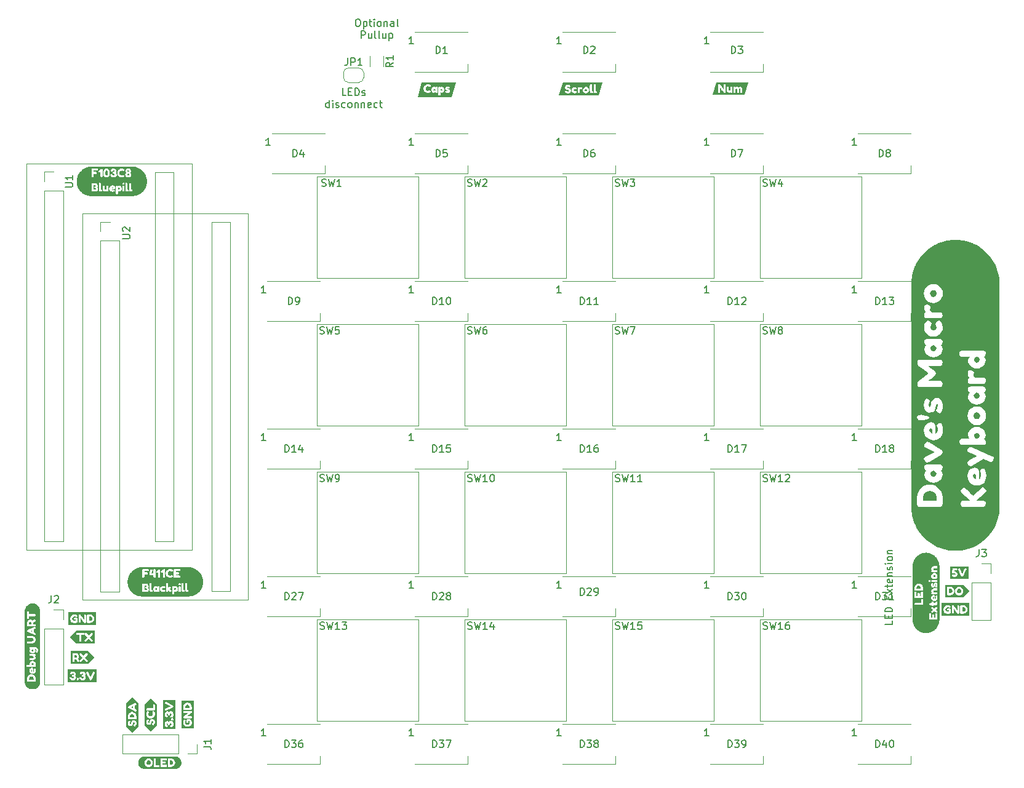
<source format=gbr>
%TF.GenerationSoftware,KiCad,Pcbnew,(5.1.9)-1*%
%TF.CreationDate,2021-04-29T15:18:09+10:00*%
%TF.ProjectId,MiniKeyboard,4d696e69-4b65-4796-926f-6172642e6b69,rev?*%
%TF.SameCoordinates,Original*%
%TF.FileFunction,Legend,Top*%
%TF.FilePolarity,Positive*%
%FSLAX46Y46*%
G04 Gerber Fmt 4.6, Leading zero omitted, Abs format (unit mm)*
G04 Created by KiCad (PCBNEW (5.1.9)-1) date 2021-04-29 15:18:09*
%MOMM*%
%LPD*%
G01*
G04 APERTURE LIST*
%ADD10C,0.150000*%
%ADD11C,0.100000*%
%ADD12C,0.120000*%
G04 APERTURE END LIST*
D10*
X137644523Y-46252380D02*
X137835000Y-46252380D01*
X137930238Y-46300000D01*
X138025476Y-46395238D01*
X138073095Y-46585714D01*
X138073095Y-46919047D01*
X138025476Y-47109523D01*
X137930238Y-47204761D01*
X137835000Y-47252380D01*
X137644523Y-47252380D01*
X137549285Y-47204761D01*
X137454047Y-47109523D01*
X137406428Y-46919047D01*
X137406428Y-46585714D01*
X137454047Y-46395238D01*
X137549285Y-46300000D01*
X137644523Y-46252380D01*
X138501666Y-46585714D02*
X138501666Y-47585714D01*
X138501666Y-46633333D02*
X138596904Y-46585714D01*
X138787380Y-46585714D01*
X138882619Y-46633333D01*
X138930238Y-46680952D01*
X138977857Y-46776190D01*
X138977857Y-47061904D01*
X138930238Y-47157142D01*
X138882619Y-47204761D01*
X138787380Y-47252380D01*
X138596904Y-47252380D01*
X138501666Y-47204761D01*
X139263571Y-46585714D02*
X139644523Y-46585714D01*
X139406428Y-46252380D02*
X139406428Y-47109523D01*
X139454047Y-47204761D01*
X139549285Y-47252380D01*
X139644523Y-47252380D01*
X139977857Y-47252380D02*
X139977857Y-46585714D01*
X139977857Y-46252380D02*
X139930238Y-46300000D01*
X139977857Y-46347619D01*
X140025476Y-46300000D01*
X139977857Y-46252380D01*
X139977857Y-46347619D01*
X140596904Y-47252380D02*
X140501666Y-47204761D01*
X140454047Y-47157142D01*
X140406428Y-47061904D01*
X140406428Y-46776190D01*
X140454047Y-46680952D01*
X140501666Y-46633333D01*
X140596904Y-46585714D01*
X140739761Y-46585714D01*
X140835000Y-46633333D01*
X140882619Y-46680952D01*
X140930238Y-46776190D01*
X140930238Y-47061904D01*
X140882619Y-47157142D01*
X140835000Y-47204761D01*
X140739761Y-47252380D01*
X140596904Y-47252380D01*
X141358809Y-46585714D02*
X141358809Y-47252380D01*
X141358809Y-46680952D02*
X141406428Y-46633333D01*
X141501666Y-46585714D01*
X141644523Y-46585714D01*
X141739761Y-46633333D01*
X141787380Y-46728571D01*
X141787380Y-47252380D01*
X142692142Y-47252380D02*
X142692142Y-46728571D01*
X142644523Y-46633333D01*
X142549285Y-46585714D01*
X142358809Y-46585714D01*
X142263571Y-46633333D01*
X142692142Y-47204761D02*
X142596904Y-47252380D01*
X142358809Y-47252380D01*
X142263571Y-47204761D01*
X142215952Y-47109523D01*
X142215952Y-47014285D01*
X142263571Y-46919047D01*
X142358809Y-46871428D01*
X142596904Y-46871428D01*
X142692142Y-46823809D01*
X143311190Y-47252380D02*
X143215952Y-47204761D01*
X143168333Y-47109523D01*
X143168333Y-46252380D01*
X138192142Y-48902380D02*
X138192142Y-47902380D01*
X138573095Y-47902380D01*
X138668333Y-47950000D01*
X138715952Y-47997619D01*
X138763571Y-48092857D01*
X138763571Y-48235714D01*
X138715952Y-48330952D01*
X138668333Y-48378571D01*
X138573095Y-48426190D01*
X138192142Y-48426190D01*
X139620714Y-48235714D02*
X139620714Y-48902380D01*
X139192142Y-48235714D02*
X139192142Y-48759523D01*
X139239761Y-48854761D01*
X139335000Y-48902380D01*
X139477857Y-48902380D01*
X139573095Y-48854761D01*
X139620714Y-48807142D01*
X140239761Y-48902380D02*
X140144523Y-48854761D01*
X140096904Y-48759523D01*
X140096904Y-47902380D01*
X140763571Y-48902380D02*
X140668333Y-48854761D01*
X140620714Y-48759523D01*
X140620714Y-47902380D01*
X141573095Y-48235714D02*
X141573095Y-48902380D01*
X141144523Y-48235714D02*
X141144523Y-48759523D01*
X141192142Y-48854761D01*
X141287380Y-48902380D01*
X141430238Y-48902380D01*
X141525476Y-48854761D01*
X141573095Y-48807142D01*
X142049285Y-48235714D02*
X142049285Y-49235714D01*
X142049285Y-48283333D02*
X142144523Y-48235714D01*
X142335000Y-48235714D01*
X142430238Y-48283333D01*
X142477857Y-48330952D01*
X142525476Y-48426190D01*
X142525476Y-48711904D01*
X142477857Y-48807142D01*
X142430238Y-48854761D01*
X142335000Y-48902380D01*
X142144523Y-48902380D01*
X142049285Y-48854761D01*
X136112380Y-56777380D02*
X135636190Y-56777380D01*
X135636190Y-55777380D01*
X136445714Y-56253571D02*
X136779047Y-56253571D01*
X136921904Y-56777380D02*
X136445714Y-56777380D01*
X136445714Y-55777380D01*
X136921904Y-55777380D01*
X137350476Y-56777380D02*
X137350476Y-55777380D01*
X137588571Y-55777380D01*
X137731428Y-55825000D01*
X137826666Y-55920238D01*
X137874285Y-56015476D01*
X137921904Y-56205952D01*
X137921904Y-56348809D01*
X137874285Y-56539285D01*
X137826666Y-56634523D01*
X137731428Y-56729761D01*
X137588571Y-56777380D01*
X137350476Y-56777380D01*
X138302857Y-56729761D02*
X138398095Y-56777380D01*
X138588571Y-56777380D01*
X138683809Y-56729761D01*
X138731428Y-56634523D01*
X138731428Y-56586904D01*
X138683809Y-56491666D01*
X138588571Y-56444047D01*
X138445714Y-56444047D01*
X138350476Y-56396428D01*
X138302857Y-56301190D01*
X138302857Y-56253571D01*
X138350476Y-56158333D01*
X138445714Y-56110714D01*
X138588571Y-56110714D01*
X138683809Y-56158333D01*
X133802857Y-58427380D02*
X133802857Y-57427380D01*
X133802857Y-58379761D02*
X133707619Y-58427380D01*
X133517142Y-58427380D01*
X133421904Y-58379761D01*
X133374285Y-58332142D01*
X133326666Y-58236904D01*
X133326666Y-57951190D01*
X133374285Y-57855952D01*
X133421904Y-57808333D01*
X133517142Y-57760714D01*
X133707619Y-57760714D01*
X133802857Y-57808333D01*
X134279047Y-58427380D02*
X134279047Y-57760714D01*
X134279047Y-57427380D02*
X134231428Y-57475000D01*
X134279047Y-57522619D01*
X134326666Y-57475000D01*
X134279047Y-57427380D01*
X134279047Y-57522619D01*
X134707619Y-58379761D02*
X134802857Y-58427380D01*
X134993333Y-58427380D01*
X135088571Y-58379761D01*
X135136190Y-58284523D01*
X135136190Y-58236904D01*
X135088571Y-58141666D01*
X134993333Y-58094047D01*
X134850476Y-58094047D01*
X134755238Y-58046428D01*
X134707619Y-57951190D01*
X134707619Y-57903571D01*
X134755238Y-57808333D01*
X134850476Y-57760714D01*
X134993333Y-57760714D01*
X135088571Y-57808333D01*
X135993333Y-58379761D02*
X135898095Y-58427380D01*
X135707619Y-58427380D01*
X135612380Y-58379761D01*
X135564761Y-58332142D01*
X135517142Y-58236904D01*
X135517142Y-57951190D01*
X135564761Y-57855952D01*
X135612380Y-57808333D01*
X135707619Y-57760714D01*
X135898095Y-57760714D01*
X135993333Y-57808333D01*
X136564761Y-58427380D02*
X136469523Y-58379761D01*
X136421904Y-58332142D01*
X136374285Y-58236904D01*
X136374285Y-57951190D01*
X136421904Y-57855952D01*
X136469523Y-57808333D01*
X136564761Y-57760714D01*
X136707619Y-57760714D01*
X136802857Y-57808333D01*
X136850476Y-57855952D01*
X136898095Y-57951190D01*
X136898095Y-58236904D01*
X136850476Y-58332142D01*
X136802857Y-58379761D01*
X136707619Y-58427380D01*
X136564761Y-58427380D01*
X137326666Y-57760714D02*
X137326666Y-58427380D01*
X137326666Y-57855952D02*
X137374285Y-57808333D01*
X137469523Y-57760714D01*
X137612380Y-57760714D01*
X137707619Y-57808333D01*
X137755238Y-57903571D01*
X137755238Y-58427380D01*
X138231428Y-57760714D02*
X138231428Y-58427380D01*
X138231428Y-57855952D02*
X138279047Y-57808333D01*
X138374285Y-57760714D01*
X138517142Y-57760714D01*
X138612380Y-57808333D01*
X138660000Y-57903571D01*
X138660000Y-58427380D01*
X139517142Y-58379761D02*
X139421904Y-58427380D01*
X139231428Y-58427380D01*
X139136190Y-58379761D01*
X139088571Y-58284523D01*
X139088571Y-57903571D01*
X139136190Y-57808333D01*
X139231428Y-57760714D01*
X139421904Y-57760714D01*
X139517142Y-57808333D01*
X139564761Y-57903571D01*
X139564761Y-57998809D01*
X139088571Y-58094047D01*
X140421904Y-58379761D02*
X140326666Y-58427380D01*
X140136190Y-58427380D01*
X140040952Y-58379761D01*
X139993333Y-58332142D01*
X139945714Y-58236904D01*
X139945714Y-57951190D01*
X139993333Y-57855952D01*
X140040952Y-57808333D01*
X140136190Y-57760714D01*
X140326666Y-57760714D01*
X140421904Y-57808333D01*
X140707619Y-57760714D02*
X141088571Y-57760714D01*
X140850476Y-57427380D02*
X140850476Y-58284523D01*
X140898095Y-58379761D01*
X140993333Y-58427380D01*
X141088571Y-58427380D01*
X211272380Y-129055238D02*
X211272380Y-129531428D01*
X210272380Y-129531428D01*
X210748571Y-128721904D02*
X210748571Y-128388571D01*
X211272380Y-128245714D02*
X211272380Y-128721904D01*
X210272380Y-128721904D01*
X210272380Y-128245714D01*
X211272380Y-127817142D02*
X210272380Y-127817142D01*
X210272380Y-127579047D01*
X210320000Y-127436190D01*
X210415238Y-127340952D01*
X210510476Y-127293333D01*
X210700952Y-127245714D01*
X210843809Y-127245714D01*
X211034285Y-127293333D01*
X211129523Y-127340952D01*
X211224761Y-127436190D01*
X211272380Y-127579047D01*
X211272380Y-127817142D01*
X210748571Y-126055238D02*
X210748571Y-125721904D01*
X211272380Y-125579047D02*
X211272380Y-126055238D01*
X210272380Y-126055238D01*
X210272380Y-125579047D01*
X211272380Y-125245714D02*
X210605714Y-124721904D01*
X210605714Y-125245714D02*
X211272380Y-124721904D01*
X210605714Y-124483809D02*
X210605714Y-124102857D01*
X210272380Y-124340952D02*
X211129523Y-124340952D01*
X211224761Y-124293333D01*
X211272380Y-124198095D01*
X211272380Y-124102857D01*
X211224761Y-123388571D02*
X211272380Y-123483809D01*
X211272380Y-123674285D01*
X211224761Y-123769523D01*
X211129523Y-123817142D01*
X210748571Y-123817142D01*
X210653333Y-123769523D01*
X210605714Y-123674285D01*
X210605714Y-123483809D01*
X210653333Y-123388571D01*
X210748571Y-123340952D01*
X210843809Y-123340952D01*
X210939047Y-123817142D01*
X210605714Y-122912380D02*
X211272380Y-122912380D01*
X210700952Y-122912380D02*
X210653333Y-122864761D01*
X210605714Y-122769523D01*
X210605714Y-122626666D01*
X210653333Y-122531428D01*
X210748571Y-122483809D01*
X211272380Y-122483809D01*
X211224761Y-122055238D02*
X211272380Y-121960000D01*
X211272380Y-121769523D01*
X211224761Y-121674285D01*
X211129523Y-121626666D01*
X211081904Y-121626666D01*
X210986666Y-121674285D01*
X210939047Y-121769523D01*
X210939047Y-121912380D01*
X210891428Y-122007619D01*
X210796190Y-122055238D01*
X210748571Y-122055238D01*
X210653333Y-122007619D01*
X210605714Y-121912380D01*
X210605714Y-121769523D01*
X210653333Y-121674285D01*
X211272380Y-121198095D02*
X210605714Y-121198095D01*
X210272380Y-121198095D02*
X210320000Y-121245714D01*
X210367619Y-121198095D01*
X210320000Y-121150476D01*
X210272380Y-121198095D01*
X210367619Y-121198095D01*
X211272380Y-120579047D02*
X211224761Y-120674285D01*
X211177142Y-120721904D01*
X211081904Y-120769523D01*
X210796190Y-120769523D01*
X210700952Y-120721904D01*
X210653333Y-120674285D01*
X210605714Y-120579047D01*
X210605714Y-120436190D01*
X210653333Y-120340952D01*
X210700952Y-120293333D01*
X210796190Y-120245714D01*
X211081904Y-120245714D01*
X211177142Y-120293333D01*
X211224761Y-120340952D01*
X211272380Y-120436190D01*
X211272380Y-120579047D01*
X210605714Y-119817142D02*
X211272380Y-119817142D01*
X210700952Y-119817142D02*
X210653333Y-119769523D01*
X210605714Y-119674285D01*
X210605714Y-119531428D01*
X210653333Y-119436190D01*
X210748571Y-119388571D01*
X211272380Y-119388571D01*
D11*
%TO.C,svg2mod*%
G36*
X218796394Y-124104929D02*
G01*
X218937681Y-124382212D01*
X219231369Y-124383800D01*
X219342990Y-124394168D01*
X219447666Y-124425273D01*
X219545396Y-124477115D01*
X219636181Y-124549694D01*
X219712580Y-124637403D01*
X219767150Y-124734637D01*
X219799892Y-124841397D01*
X219902087Y-124848342D01*
X219937806Y-124729081D01*
X219993369Y-124623314D01*
X220064806Y-124536200D01*
X220150134Y-124466747D01*
X220247369Y-124413962D01*
X220352144Y-124380625D01*
X220460094Y-124369512D01*
X220573699Y-124380129D01*
X220679566Y-124411978D01*
X220777693Y-124465060D01*
X220868081Y-124539375D01*
X220943785Y-124629416D01*
X220997859Y-124729677D01*
X221030304Y-124840157D01*
X221041119Y-124960856D01*
X221030800Y-125082002D01*
X220999844Y-125193822D01*
X220948250Y-125296315D01*
X220876019Y-125389481D01*
X220788706Y-125466921D01*
X220691869Y-125522236D01*
X220585506Y-125555425D01*
X220469619Y-125566488D01*
X220353483Y-125555573D01*
X220246377Y-125522831D01*
X220148299Y-125468261D01*
X220059250Y-125391863D01*
X219985282Y-125300383D01*
X219932448Y-125200569D01*
X219900748Y-125092420D01*
X219890181Y-124975938D01*
X219902087Y-124848342D01*
X219799892Y-124841397D01*
X219810806Y-124957681D01*
X219800140Y-125074412D01*
X219768142Y-125182511D01*
X219714812Y-125281978D01*
X219640150Y-125372813D01*
X219550307Y-125448516D01*
X219451436Y-125502591D01*
X219343536Y-125535035D01*
X219226606Y-125545850D01*
X218936094Y-125545850D01*
X218857512Y-125535928D01*
X218815444Y-125506163D01*
X218796394Y-125404563D01*
X218796394Y-124521912D01*
X218798775Y-124466350D01*
X218813856Y-124425075D01*
X218855925Y-124392928D01*
X218937681Y-124382212D01*
X218796394Y-124104929D01*
X218531810Y-124104929D01*
X218531810Y-125831071D01*
X218796394Y-125831071D01*
X221041119Y-125831071D01*
X221904190Y-124968000D01*
X221041119Y-124104929D01*
X218796394Y-124104929D01*
G37*
G36*
X220171169Y-124968000D02*
G01*
X220181311Y-125056283D01*
X220211738Y-125132747D01*
X220262450Y-125197394D01*
X220359089Y-125263473D01*
X220466444Y-125285500D01*
X220573600Y-125264069D01*
X220669644Y-125199775D01*
X220719915Y-125136099D01*
X220750077Y-125059369D01*
X220760131Y-124969588D01*
X220749989Y-124879629D01*
X220719562Y-124802371D01*
X220668850Y-124737812D01*
X220572211Y-124672328D01*
X220464856Y-124650500D01*
X220357700Y-124672527D01*
X220261656Y-124738606D01*
X220211385Y-124803253D01*
X220181223Y-124879717D01*
X220171169Y-124968000D01*
G37*
G36*
X219229781Y-124664787D02*
G01*
X219077381Y-124664787D01*
X219077381Y-125264863D01*
X219231369Y-125264863D01*
X219340112Y-125243630D01*
X219437744Y-125179931D01*
X219506800Y-125084086D01*
X219529819Y-124966412D01*
X219507395Y-124848342D01*
X219440125Y-124751306D01*
X219342692Y-124686417D01*
X219229781Y-124664787D01*
G37*
G36*
X218306650Y-126643342D02*
G01*
X218577319Y-127003026D01*
X218678125Y-126950192D01*
X218786869Y-126918492D01*
X218903550Y-126907925D01*
X219026140Y-126921683D01*
X219144144Y-126962958D01*
X219257562Y-127031750D01*
X219300425Y-127102394D01*
X219263912Y-127192087D01*
X219204778Y-127255191D01*
X219151200Y-127276225D01*
X219054362Y-127232569D01*
X218981337Y-127199827D01*
X218895612Y-127188912D01*
X218781709Y-127210145D01*
X218681300Y-127273844D01*
X218611053Y-127371872D01*
X218587637Y-127496094D01*
X218598221Y-127583053D01*
X218629971Y-127660841D01*
X218682887Y-127729456D01*
X218784487Y-127801489D01*
X218898787Y-127825500D01*
X218981734Y-127818356D01*
X219055950Y-127796925D01*
X219055950Y-127623888D01*
X218930537Y-127623888D01*
X218860687Y-127611188D01*
X218833700Y-127573881D01*
X218827350Y-127507206D01*
X218834494Y-127439737D01*
X218860687Y-127404812D01*
X218936887Y-127390525D01*
X219216287Y-127390525D01*
X219321062Y-127434975D01*
X219336937Y-127523875D01*
X219463938Y-127950913D01*
X219463938Y-127065087D01*
X219479019Y-126976981D01*
X219524262Y-126939675D01*
X219602050Y-126930150D01*
X219677456Y-126938881D01*
X219716350Y-126958725D01*
X219752862Y-127000000D01*
X219858343Y-127143272D01*
X219951476Y-127269346D01*
X220032263Y-127378222D01*
X220100701Y-127469900D01*
X220156793Y-127544380D01*
X220200538Y-127601663D01*
X220200538Y-127065087D01*
X220215619Y-126976981D01*
X220260863Y-126939675D01*
X220336269Y-126930150D01*
X220409294Y-126938087D01*
X220450569Y-126957137D01*
X220470413Y-126990475D01*
X220479938Y-127071437D01*
X220479938Y-127952500D01*
X220477556Y-128008062D01*
X220462475Y-128049338D01*
X220420406Y-128081484D01*
X220338650Y-128092200D01*
X220252925Y-128082675D01*
X220213238Y-128052513D01*
X220100966Y-127902935D01*
X220002276Y-127771701D01*
X219917169Y-127658813D01*
X219845643Y-127564268D01*
X219787699Y-127488068D01*
X219743337Y-127430212D01*
X219743337Y-127952500D01*
X219740956Y-128008062D01*
X219725875Y-128049338D01*
X219683806Y-128081484D01*
X219602050Y-128092200D01*
X219522675Y-128081484D01*
X219481400Y-128049338D01*
X219466319Y-128006475D01*
X219463938Y-127950913D01*
X219336937Y-127523875D01*
X219336937Y-127873125D01*
X219292487Y-127969963D01*
X219217478Y-128030387D01*
X219125800Y-128073547D01*
X219017453Y-128099443D01*
X218892437Y-128108075D01*
X218778038Y-128096913D01*
X218671378Y-128063427D01*
X218572457Y-128007616D01*
X218481275Y-127929481D01*
X218404877Y-127835571D01*
X218350306Y-127732433D01*
X218317564Y-127620068D01*
X218306650Y-127498475D01*
X218317762Y-127377478D01*
X218351100Y-127266898D01*
X218406662Y-127166737D01*
X218484450Y-127076994D01*
X218577319Y-127003026D01*
X218306650Y-126643342D01*
X218042067Y-126643342D01*
X218042067Y-128372658D01*
X218306650Y-128372658D01*
X221621350Y-128372658D01*
X221450694Y-127917575D01*
X221360851Y-127993279D01*
X221261980Y-128047353D01*
X221154079Y-128079798D01*
X221037150Y-128090613D01*
X220746638Y-128090613D01*
X220668056Y-128080691D01*
X220625988Y-128050925D01*
X220606938Y-127949325D01*
X220606938Y-127066675D01*
X220609319Y-127011112D01*
X220624400Y-126969837D01*
X220666469Y-126937691D01*
X220748225Y-126926975D01*
X221041913Y-126928562D01*
X221153534Y-126938931D01*
X221258209Y-126970036D01*
X221355940Y-127021878D01*
X221446725Y-127094456D01*
X221523123Y-127182166D01*
X221577694Y-127279400D01*
X221610436Y-127386159D01*
X221621350Y-127502444D01*
X221610684Y-127619175D01*
X221578686Y-127727273D01*
X221525356Y-127826740D01*
X221450694Y-127917575D01*
X221621350Y-128372658D01*
X221885933Y-128372658D01*
X221885933Y-126643342D01*
X221621350Y-126643342D01*
X218306650Y-126643342D01*
G37*
G36*
X221040325Y-127209550D02*
G01*
X220887925Y-127209550D01*
X220887925Y-127809625D01*
X221041913Y-127809625D01*
X221150656Y-127788392D01*
X221248288Y-127724694D01*
X221317344Y-127628848D01*
X221340363Y-127511175D01*
X221317939Y-127393105D01*
X221250669Y-127296069D01*
X221153236Y-127231180D01*
X221040325Y-127209550D01*
G37*
G36*
X219453619Y-121565723D02*
G01*
X219677456Y-121836656D01*
X219918756Y-121838244D01*
X220067981Y-121838244D01*
X220123544Y-121840625D01*
X220164819Y-121855706D01*
X220196966Y-121898569D01*
X220207681Y-121982706D01*
X220197759Y-122059303D01*
X220167994Y-122098594D01*
X220129100Y-122113675D01*
X220077506Y-122116056D01*
X219799694Y-122116056D01*
X219783819Y-122236706D01*
X219839381Y-122233531D01*
X219936572Y-122246143D01*
X220027059Y-122283978D01*
X220110844Y-122347037D01*
X220177872Y-122428353D01*
X220218088Y-122520957D01*
X220756956Y-122924094D01*
X220318806Y-122035094D01*
X220294994Y-121958894D01*
X220318409Y-121905712D01*
X220388656Y-121857294D01*
X220468825Y-121830306D01*
X220510894Y-121836656D01*
X220537881Y-121858881D01*
X220564075Y-121900950D01*
X220585308Y-121945400D01*
X220625194Y-122032712D01*
X220676192Y-122144830D01*
X220730763Y-122263694D01*
X220785531Y-122382558D01*
X220837125Y-122494675D01*
X220876217Y-122579408D01*
X220893481Y-122616119D01*
X221210981Y-121920794D01*
X221233206Y-121873169D01*
X221303056Y-121830306D01*
X221396719Y-121857294D01*
X221466966Y-121905712D01*
X221490381Y-121958894D01*
X221466569Y-122035094D01*
X221028419Y-122924094D01*
X220975238Y-122980450D01*
X220901419Y-123001881D01*
X220885544Y-123001881D01*
X220810138Y-122980450D01*
X220756956Y-122924094D01*
X220218088Y-122520957D01*
X220231494Y-122624850D01*
X220218794Y-122729272D01*
X220180694Y-122823464D01*
X220117194Y-122907425D01*
X220034820Y-122973130D01*
X219940099Y-123012553D01*
X219833031Y-123025694D01*
X219737781Y-123017403D01*
X219648881Y-122992533D01*
X219566331Y-122951081D01*
X219526644Y-122920919D01*
X219513944Y-122909806D01*
X219453619Y-122814556D01*
X219512356Y-122711369D01*
X219604431Y-122658981D01*
X219710794Y-122709781D01*
X219810012Y-122743119D01*
X219914787Y-122712956D01*
X219948919Y-122629613D01*
X219911612Y-122545475D01*
X219826681Y-122514519D01*
X219750481Y-122543094D01*
X219663962Y-122579606D01*
X219563950Y-122549444D01*
X219490131Y-122501025D01*
X219472669Y-122462131D01*
X219480606Y-122387916D01*
X219504419Y-122206544D01*
X219528628Y-122027950D01*
X219537756Y-121962069D01*
X219548869Y-121928731D01*
X219571887Y-121885869D01*
X219613162Y-121851737D01*
X219677456Y-121836656D01*
X219453619Y-121565723D01*
X219189035Y-121565723D01*
X219189035Y-123290277D01*
X219453619Y-123290277D01*
X221490381Y-123290277D01*
X221754965Y-123290277D01*
X221754965Y-121565723D01*
X221490381Y-121565723D01*
X219453619Y-121565723D01*
G37*
G36*
X214050450Y-128899839D02*
G01*
X215338971Y-126890713D01*
X214456321Y-126890713D01*
X214401552Y-126888331D01*
X214359484Y-126873250D01*
X214327337Y-126831181D01*
X214316621Y-126749425D01*
X214331306Y-126660922D01*
X214375359Y-126617663D01*
X214457909Y-126609725D01*
X215245309Y-126609725D01*
X215245309Y-126177925D01*
X215257215Y-126101725D01*
X215294521Y-126069975D01*
X215338971Y-125958850D01*
X214456321Y-125958850D01*
X214345990Y-125928688D01*
X214316621Y-125814388D01*
X214316621Y-125188913D01*
X214319002Y-125134144D01*
X214334084Y-125092075D01*
X214376152Y-125059928D01*
X214457909Y-125049213D01*
X214546015Y-125063897D01*
X214588084Y-125107950D01*
X214597609Y-125190500D01*
X214597609Y-125677863D01*
X214757946Y-125677863D01*
X214757946Y-125363538D01*
X214760327Y-125308769D01*
X214775409Y-125266700D01*
X214817477Y-125234553D01*
X214899234Y-125223838D01*
X214987340Y-125238919D01*
X215029409Y-125284163D01*
X215038934Y-125366713D01*
X215038934Y-125677863D01*
X215199271Y-125677863D01*
X215199271Y-125188913D01*
X215201652Y-125134144D01*
X215216734Y-125092075D01*
X215258802Y-125059928D01*
X215340559Y-125049213D01*
X215428665Y-125063897D01*
X215470734Y-125107950D01*
X215480259Y-125190500D01*
X215480259Y-125819150D01*
X215465177Y-125907256D01*
X215419934Y-125949325D01*
X215338971Y-125958850D01*
X215294521Y-126069975D01*
X215361990Y-126062038D01*
X215429459Y-126069975D01*
X215464384Y-126096963D01*
X215480259Y-126179513D01*
X215480259Y-126751013D01*
X215465177Y-126839119D01*
X215419934Y-126881188D01*
X215338971Y-126890713D01*
X214050450Y-128899839D01*
X214052678Y-128990592D01*
X216318193Y-128757511D01*
X216318193Y-128141280D01*
X216320539Y-128087320D01*
X216335397Y-128045873D01*
X216297860Y-123688459D01*
X216266189Y-123647012D01*
X216255631Y-123566464D01*
X216266189Y-123487480D01*
X216297860Y-123447597D01*
X216339307Y-123432739D01*
X216393267Y-123430393D01*
X216447226Y-123432739D01*
X216487891Y-123446815D01*
X216519954Y-123488262D01*
X216529338Y-123567246D01*
X216519954Y-123646230D01*
X216487109Y-123687677D01*
X216445662Y-123701754D01*
X216391703Y-123704100D01*
X216337743Y-123701754D01*
X216297860Y-123688459D01*
X216335397Y-128045873D01*
X216376844Y-128014201D01*
X216457392Y-128003644D01*
X216544197Y-128018111D01*
X216585644Y-128061514D01*
X216595028Y-128142844D01*
X216780367Y-127941083D01*
X216684178Y-127883995D01*
X216627873Y-127788589D01*
X216684178Y-127693964D01*
X216859350Y-127520356D01*
X216684178Y-127348312D01*
X216627873Y-127252905D01*
X216684178Y-127157499D01*
X216780367Y-127101193D01*
X216876555Y-127157499D01*
X216889067Y-127031594D01*
X216798353Y-127054272D01*
X216705293Y-127046452D01*
X216663846Y-127024555D01*
X216643513Y-126961994D01*
X216649769Y-126910381D01*
X216488673Y-126910381D01*
X216435496Y-126908034D01*
X216397959Y-126893176D01*
X216368633Y-126852902D01*
X216358858Y-126772745D01*
X216373325Y-126687896D01*
X216416727Y-126646058D01*
X216640385Y-121908583D01*
X216653679Y-121810135D01*
X216693562Y-121723331D01*
X216760034Y-121648170D01*
X216845622Y-121590387D01*
X216942853Y-121555718D01*
X217051727Y-121544161D01*
X217326998Y-121544161D01*
X217380958Y-121546507D01*
X217420841Y-121559802D01*
X217452512Y-121601249D01*
X217463070Y-121681797D01*
X217448602Y-121769383D01*
X217405200Y-121810048D01*
X217325434Y-121819432D01*
X217050163Y-121819432D01*
X216950065Y-121856187D01*
X216914092Y-121954722D01*
X216951629Y-122054820D01*
X217050163Y-122093139D01*
X217326998Y-122093139D01*
X217380958Y-122095485D01*
X217420841Y-122110344D01*
X217452512Y-122150618D01*
X217463070Y-122230775D01*
X217452512Y-122310150D01*
X217420841Y-122351206D01*
X217379394Y-122364500D01*
X217325434Y-122366846D01*
X216771764Y-122366846D01*
X216719369Y-122364500D01*
X216679486Y-122349642D01*
X216650160Y-122308586D01*
X216640385Y-122229211D01*
X216649378Y-122152182D01*
X216676358Y-122111908D01*
X216740483Y-122096267D01*
X216709203Y-122068115D01*
X216676358Y-122025885D01*
X216640385Y-121908583D01*
X216416727Y-126646058D01*
X216496493Y-126638238D01*
X216640385Y-124958459D01*
X216653679Y-124860012D01*
X216693562Y-124773208D01*
X216760034Y-124698047D01*
X216845622Y-124640264D01*
X216942853Y-124605595D01*
X217051727Y-124594038D01*
X217326998Y-124594038D01*
X217380958Y-124596384D01*
X217391124Y-124462659D01*
X217331690Y-124492376D01*
X217280468Y-124477517D01*
X217208131Y-124432942D01*
X217181543Y-124377419D01*
X217219862Y-124273410D01*
X217258181Y-124154543D01*
X217248796Y-124082988D01*
X217220644Y-124059137D01*
X217194837Y-124085334D01*
X217176850Y-124163927D01*
X217151435Y-124262071D01*
X217103341Y-124359432D01*
X217014972Y-124434506D01*
X216949087Y-124456794D01*
X216871863Y-124464223D01*
X216782900Y-124450647D01*
X216713707Y-124409919D01*
X216664283Y-124342040D01*
X216634629Y-124247009D01*
X216624745Y-124124826D01*
X216638039Y-124012216D01*
X216677922Y-123896477D01*
X216740483Y-123841735D01*
X216778020Y-123704100D01*
X216724061Y-123701754D01*
X216682614Y-123688459D01*
X216652115Y-123647012D01*
X216641949Y-123566464D01*
X216668538Y-123460110D01*
X216735791Y-123431957D01*
X216781149Y-123430393D01*
X216832240Y-123270339D01*
X216743612Y-123197351D01*
X216675837Y-123105594D01*
X216635172Y-123005495D01*
X216621617Y-122897055D01*
X216635085Y-122788789D01*
X216675489Y-122689212D01*
X216742830Y-122598324D01*
X216831024Y-122526204D01*
X216933990Y-122482933D01*
X217051727Y-122468509D01*
X217174309Y-122485322D01*
X217282423Y-122535762D01*
X217370009Y-122610250D01*
X217431007Y-122699204D01*
X217466784Y-122797152D01*
X217478710Y-122898619D01*
X217466002Y-123000282D01*
X217427879Y-123098817D01*
X217364926Y-123188162D01*
X217277731Y-123262259D01*
X217171963Y-123312112D01*
X217053291Y-123328730D01*
X216935467Y-123314133D01*
X216832240Y-123270339D01*
X216781149Y-123430393D01*
X217328562Y-123430393D01*
X217382522Y-123432739D01*
X217423969Y-123447597D01*
X217454467Y-123487871D01*
X217464634Y-123568028D01*
X217454076Y-123647403D01*
X217422405Y-123688459D01*
X217381740Y-123701754D01*
X217326998Y-123704100D01*
X216778020Y-123704100D01*
X216740483Y-123841735D01*
X216832762Y-123876144D01*
X216887503Y-123946526D01*
X216864043Y-124016126D01*
X216840582Y-124126390D01*
X216874991Y-124218669D01*
X216913701Y-124192080D01*
X216935988Y-124112314D01*
X216956321Y-124010651D01*
X216995422Y-123912117D01*
X217071278Y-123836261D01*
X217132080Y-123813387D01*
X217206567Y-123805762D01*
X217281837Y-123813387D01*
X217344985Y-123836261D01*
X217430225Y-123921501D01*
X217466589Y-124034308D01*
X217478710Y-124172530D01*
X217468978Y-124271846D01*
X217439783Y-124368556D01*
X217391124Y-124462659D01*
X217380958Y-124596384D01*
X217420841Y-124609679D01*
X217452512Y-124651126D01*
X217463070Y-124731674D01*
X217448602Y-124819260D01*
X217405200Y-124859925D01*
X217325434Y-124869309D01*
X217050163Y-124869309D01*
X216950065Y-124906064D01*
X216914092Y-125004599D01*
X216951629Y-125104697D01*
X217050163Y-125143016D01*
X217326998Y-125143016D01*
X217380958Y-125145362D01*
X217420841Y-125160220D01*
X217452512Y-125200494D01*
X217463070Y-125280651D01*
X217452512Y-125360026D01*
X217420841Y-125401083D01*
X217379394Y-125414377D01*
X217325434Y-125416723D01*
X216771764Y-125416723D01*
X216719369Y-125414377D01*
X216679486Y-125399518D01*
X216650160Y-125358462D01*
X216640385Y-125279087D01*
X216649378Y-125202058D01*
X216676358Y-125161784D01*
X216740483Y-125146144D01*
X216709203Y-125117991D01*
X216676358Y-125075762D01*
X216640385Y-124958459D01*
X216496493Y-126638238D01*
X216649769Y-126638238D01*
X216643513Y-126534229D01*
X216645859Y-126481052D01*
X216660717Y-126439605D01*
X216700992Y-126409106D01*
X216781149Y-126398940D01*
X216860524Y-126409497D01*
X216901580Y-126441169D01*
X216914874Y-126482616D01*
X216917220Y-126536575D01*
X216910964Y-126638238D01*
X217056419Y-126336378D01*
X216933816Y-126322215D01*
X216828765Y-126279725D01*
X216741266Y-126208909D01*
X216675663Y-126116891D01*
X216636301Y-126010797D01*
X216623181Y-125890627D01*
X216632760Y-125789160D01*
X216661500Y-125702160D01*
X216709398Y-125629628D01*
X216776456Y-125571563D01*
X216861501Y-125531680D01*
X216953975Y-125518385D01*
X217037651Y-125530311D01*
X217096302Y-125566089D01*
X217142442Y-125671661D01*
X217142442Y-126042339D01*
X217215951Y-125990725D01*
X217245668Y-125887499D01*
X217240976Y-125806560D01*
X217226900Y-125745171D01*
X217220644Y-125727967D01*
X217203439Y-125665405D01*
X217273821Y-125579383D01*
X217345767Y-125559050D01*
X217406667Y-125579872D01*
X217450166Y-125642336D01*
X217476266Y-125746442D01*
X217484966Y-125892191D01*
X217474996Y-126001478D01*
X217445083Y-126097862D01*
X217398749Y-126177824D01*
X217339511Y-126237844D01*
X217251751Y-126292585D01*
X217157387Y-126325430D01*
X217056419Y-126336378D01*
X216910964Y-126638238D01*
X217126801Y-126638238D01*
X217187799Y-126624943D01*
X217206567Y-126574894D01*
X217208913Y-126518589D01*
X217223772Y-126477142D01*
X217328562Y-126441169D01*
X217407937Y-126452117D01*
X217448993Y-126484962D01*
X217462288Y-126526409D01*
X217464634Y-126578804D01*
X217456466Y-126678555D01*
X217431963Y-126760928D01*
X217391124Y-126825922D01*
X217330821Y-126872844D01*
X217247927Y-126900996D01*
X217142442Y-126910381D01*
X216910964Y-126910381D01*
X216915656Y-126974506D01*
X216889067Y-127031594D01*
X216876555Y-127157499D01*
X217051727Y-127331107D01*
X217226900Y-127157499D01*
X217323088Y-127101193D01*
X217418495Y-127157499D01*
X217474018Y-127252905D01*
X217417713Y-127348312D01*
X217244104Y-127520356D01*
X217417713Y-127693964D01*
X217474018Y-127788589D01*
X217418495Y-127883995D01*
X217323088Y-127941083D01*
X217226900Y-127884777D01*
X217051727Y-127711169D01*
X216876555Y-127884777D01*
X216780367Y-127941083D01*
X216595028Y-128142844D01*
X216595028Y-128623004D01*
X216752996Y-128623004D01*
X216752996Y-128313324D01*
X216755342Y-128259365D01*
X216770200Y-128217917D01*
X216811647Y-128186246D01*
X216892195Y-128175688D01*
X216979000Y-128190547D01*
X217020447Y-128235122D01*
X217029831Y-128316452D01*
X217029831Y-128623004D01*
X217187799Y-128623004D01*
X217187799Y-128141280D01*
X217190145Y-128087320D01*
X217205003Y-128045873D01*
X217246450Y-128014201D01*
X217326998Y-128003644D01*
X217413802Y-128018111D01*
X217455250Y-128061514D01*
X217464634Y-128142844D01*
X217464634Y-128762203D01*
X217449775Y-128849007D01*
X217405200Y-128890454D01*
X217325434Y-128899839D01*
X216455828Y-128899839D01*
X216347128Y-128870122D01*
X216318193Y-128757511D01*
X214052678Y-128990592D01*
X214059356Y-129081126D01*
X214070469Y-129171224D01*
X214085989Y-129260668D01*
X214105879Y-129349243D01*
X214130091Y-129436735D01*
X214158568Y-129522933D01*
X214191239Y-129607631D01*
X214228027Y-129690623D01*
X214268843Y-129771710D01*
X214313588Y-129850697D01*
X214362156Y-129927393D01*
X214414428Y-130001614D01*
X214470279Y-130073181D01*
X214529574Y-130141920D01*
X214592171Y-130207668D01*
X214657918Y-130270265D01*
X214726658Y-130329560D01*
X214798225Y-130385411D01*
X214872445Y-130437683D01*
X214949141Y-130486250D01*
X215028128Y-130530996D01*
X215109216Y-130571812D01*
X215192208Y-130608600D01*
X215276906Y-130641271D01*
X215363104Y-130669747D01*
X215450596Y-130693960D01*
X215539171Y-130713850D01*
X215628615Y-130729370D01*
X215718712Y-130740482D01*
X215809247Y-130747160D01*
X215900000Y-130749388D01*
X215990753Y-130747160D01*
X216081288Y-130740482D01*
X216171385Y-130729370D01*
X216260829Y-130713850D01*
X216349404Y-130693960D01*
X216436896Y-130669747D01*
X216523094Y-130641271D01*
X216607792Y-130608600D01*
X216690784Y-130571812D01*
X216771872Y-130530996D01*
X216850859Y-130486250D01*
X216927555Y-130437683D01*
X217001775Y-130385411D01*
X217073342Y-130329560D01*
X217142082Y-130270265D01*
X217207829Y-130207668D01*
X217270426Y-130141920D01*
X217329721Y-130073181D01*
X217385572Y-130001614D01*
X217437844Y-129927393D01*
X217486412Y-129850697D01*
X217531157Y-129771710D01*
X217571973Y-129690623D01*
X217608761Y-129607631D01*
X217641432Y-129522933D01*
X217669909Y-129436735D01*
X217694121Y-129349243D01*
X217714011Y-129260668D01*
X217729531Y-129171224D01*
X217740644Y-129081126D01*
X217747322Y-128990592D01*
X217749550Y-128899839D01*
X217749550Y-121544161D01*
X217747322Y-121453408D01*
X217740644Y-121362874D01*
X217729531Y-121272776D01*
X217714011Y-121183332D01*
X217694121Y-121094757D01*
X217669909Y-121007265D01*
X217641432Y-120921067D01*
X217608761Y-120836369D01*
X217571973Y-120753377D01*
X217531157Y-120672290D01*
X214890502Y-123931613D01*
X215007233Y-123942279D01*
X215115332Y-123974277D01*
X215214799Y-124027607D01*
X215305634Y-124102269D01*
X215381338Y-124192112D01*
X215435412Y-124290983D01*
X215467856Y-124398883D01*
X215478671Y-124515813D01*
X215478671Y-124806325D01*
X215468749Y-124884906D01*
X215438984Y-124926975D01*
X215337384Y-124946025D01*
X214454734Y-124946025D01*
X214399171Y-124943644D01*
X214357896Y-124928563D01*
X214325749Y-124886494D01*
X214315034Y-124804738D01*
X214316621Y-124511050D01*
X214326990Y-124399429D01*
X214358095Y-124294753D01*
X214409936Y-124197023D01*
X214482515Y-124106238D01*
X214570224Y-124029839D01*
X214667459Y-123975269D01*
X214774218Y-123942527D01*
X214890502Y-123931613D01*
X217531157Y-120672290D01*
X217486412Y-120593303D01*
X217437844Y-120516607D01*
X217385572Y-120442386D01*
X217329721Y-120370819D01*
X217270426Y-120302080D01*
X217207829Y-120236332D01*
X217142082Y-120173735D01*
X217073342Y-120114440D01*
X217001775Y-120058589D01*
X216927555Y-120006317D01*
X216850859Y-119957750D01*
X216771872Y-119913004D01*
X216690784Y-119872188D01*
X216607792Y-119835400D01*
X216523094Y-119802729D01*
X216436896Y-119774253D01*
X216349404Y-119750040D01*
X216260829Y-119730150D01*
X216171385Y-119714630D01*
X216081288Y-119703518D01*
X215990753Y-119696840D01*
X215900000Y-119694612D01*
X215809247Y-119696840D01*
X215718712Y-119703518D01*
X215628615Y-119714630D01*
X215539171Y-119730150D01*
X215450596Y-119750040D01*
X215363104Y-119774253D01*
X215276906Y-119802729D01*
X215192208Y-119835400D01*
X215109216Y-119872188D01*
X215028128Y-119913004D01*
X214949141Y-119957750D01*
X214872445Y-120006317D01*
X214798225Y-120058589D01*
X214726658Y-120114440D01*
X214657918Y-120173735D01*
X214592171Y-120236332D01*
X214529574Y-120302080D01*
X214470279Y-120370819D01*
X214414428Y-120442386D01*
X214362156Y-120516607D01*
X214313588Y-120593303D01*
X214268843Y-120672290D01*
X214228027Y-120753377D01*
X214191239Y-120836369D01*
X214158568Y-120921067D01*
X214130091Y-121007265D01*
X214105879Y-121094757D01*
X214085989Y-121183332D01*
X214070469Y-121272776D01*
X214059356Y-121362874D01*
X214052678Y-121453408D01*
X214050450Y-121544161D01*
X214050450Y-128899839D01*
G37*
G36*
X214597609Y-124512638D02*
G01*
X214597609Y-124665038D01*
X215197684Y-124665038D01*
X215197684Y-124511050D01*
X215176451Y-124402306D01*
X215112752Y-124304675D01*
X215016907Y-124235619D01*
X214899234Y-124212600D01*
X214781163Y-124235024D01*
X214684127Y-124302294D01*
X214619238Y-124399727D01*
X214597609Y-124512638D01*
G37*
G36*
X217165120Y-123001846D02*
G01*
X217203439Y-122900183D01*
X217164338Y-122796957D01*
X217115853Y-122758247D01*
X217048599Y-122745344D01*
X216981737Y-122757465D01*
X216934424Y-122793829D01*
X216896887Y-122898619D01*
X216935988Y-123003410D01*
X216984278Y-123039774D01*
X217050945Y-123051895D01*
X217117417Y-123039383D01*
X217165120Y-123001846D01*
G37*
G36*
X217000114Y-125848398D02*
G01*
X216950065Y-125788964D01*
X216892195Y-125816335D01*
X216870299Y-125894537D01*
X216911746Y-125995417D01*
X217000114Y-126045467D01*
X217000114Y-125848398D01*
G37*
G36*
X108078564Y-121675554D02*
G01*
X108849440Y-121951250D01*
X108904209Y-121953631D01*
X108945484Y-121968712D01*
X109187577Y-122054437D01*
X109204246Y-121998875D01*
X109232821Y-121962362D01*
X109287590Y-121944900D01*
X109360615Y-121956012D01*
X109443959Y-121996493D01*
X109471740Y-122057612D01*
X109460627Y-122124287D01*
X109459040Y-122129050D01*
X109362202Y-122516400D01*
X109620965Y-122516400D01*
X109620965Y-122083012D01*
X109623346Y-122029037D01*
X109638427Y-121989350D01*
X109682084Y-121958393D01*
X109763046Y-121949662D01*
X109843215Y-121959981D01*
X110313115Y-121990937D01*
X110402809Y-121949662D01*
X110478215Y-121957600D01*
X110519490Y-121975856D01*
X110541715Y-122009987D01*
X110959227Y-121990937D01*
X111048921Y-121949662D01*
X111124327Y-121957600D01*
X111165602Y-121975856D01*
X111187827Y-122009987D01*
X111195765Y-122094125D01*
X111340227Y-122302881D01*
X111387257Y-122210806D01*
X111445796Y-122136193D01*
X111514654Y-122075670D01*
X111592640Y-122025862D01*
X111696533Y-121978237D01*
X111800779Y-121949662D01*
X111905377Y-121940137D01*
X111980585Y-121945892D01*
X112056984Y-121963156D01*
X112173665Y-122009987D01*
X112211765Y-122032212D01*
X112256215Y-122060787D01*
X112297490Y-122136193D01*
X112264152Y-122224300D01*
X112205415Y-122288593D01*
X112153027Y-122310025D01*
X112072065Y-122275100D01*
X111994277Y-122234618D01*
X111894265Y-122221125D01*
X111791871Y-122238984D01*
X111691065Y-122292562D01*
X111611690Y-122390987D01*
X111587877Y-122458654D01*
X111579940Y-122534656D01*
X111587877Y-122610657D01*
X111611690Y-122678325D01*
X111692652Y-122778337D01*
X111791474Y-122830725D01*
X111894265Y-122848187D01*
X111987134Y-122835487D01*
X112049840Y-122810087D01*
X112078415Y-122789450D01*
X112154615Y-122757700D01*
X112205812Y-122779925D01*
X112260977Y-122846600D01*
X112295902Y-122935500D01*
X112274471Y-122991062D01*
X112224465Y-123030750D01*
X112169696Y-123064087D01*
X112062540Y-123105362D01*
X111982967Y-123124412D01*
X111906171Y-123130762D01*
X111830368Y-123125801D01*
X111753771Y-123110918D01*
X111675587Y-123084328D01*
X111595021Y-123044243D01*
X111517432Y-122992253D01*
X111448177Y-122929943D01*
X111388845Y-122852950D01*
X111341021Y-122756906D01*
X111309470Y-122646773D01*
X111298952Y-122527512D01*
X111309271Y-122409442D01*
X111340227Y-122302881D01*
X111195765Y-122094125D01*
X111195765Y-122978362D01*
X111193384Y-123033131D01*
X111178302Y-123075200D01*
X111136234Y-123107346D01*
X111054477Y-123118062D01*
X110974706Y-123107743D01*
X110932240Y-123076787D01*
X110917159Y-123033131D01*
X110914777Y-122975187D01*
X110914777Y-122408450D01*
X110894140Y-122427500D01*
X110783015Y-122476712D01*
X110686971Y-122421150D01*
X110636965Y-122322725D01*
X110694115Y-122229062D01*
X110954465Y-121994112D01*
X110959227Y-121990937D01*
X110541715Y-122009987D01*
X110549652Y-122094125D01*
X110549652Y-122978362D01*
X110547271Y-123033131D01*
X110532190Y-123075200D01*
X110490121Y-123107346D01*
X110408365Y-123118062D01*
X110328593Y-123107743D01*
X110286127Y-123076787D01*
X110271046Y-123033131D01*
X110268665Y-122975187D01*
X110268665Y-122408450D01*
X110248027Y-122427500D01*
X110136902Y-122476712D01*
X110040859Y-122421150D01*
X109990852Y-122322725D01*
X110048002Y-122229062D01*
X110308352Y-121994112D01*
X110313115Y-121990937D01*
X109843215Y-121959981D01*
X109886077Y-121993318D01*
X109901159Y-122035387D01*
X109903540Y-122090950D01*
X109903540Y-122973600D01*
X109888459Y-123064881D01*
X109842421Y-123103775D01*
X109765427Y-123113300D01*
X109692402Y-123105362D01*
X109651127Y-123086312D01*
X109630490Y-123054562D01*
X109620965Y-122972012D01*
X109620965Y-122778337D01*
X109190752Y-122778337D01*
X110135276Y-124362599D01*
X110170858Y-124296910D01*
X110258835Y-124275013D01*
X112410202Y-123054562D01*
X112400677Y-122973600D01*
X112400677Y-122090950D01*
X112430840Y-121980618D01*
X112545140Y-121951250D01*
X113170615Y-121951250D01*
X113225384Y-121953631D01*
X113267452Y-121968712D01*
X113299599Y-122010781D01*
X113310315Y-122092537D01*
X113295631Y-122180643D01*
X113251577Y-122222712D01*
X113169027Y-122232237D01*
X112681665Y-122232237D01*
X112681665Y-122392575D01*
X112995990Y-122392575D01*
X113050759Y-122394956D01*
X113092827Y-122410037D01*
X113124974Y-122452106D01*
X113135690Y-122533862D01*
X113120609Y-122621968D01*
X113075365Y-122664037D01*
X112992815Y-122673562D01*
X112681665Y-122673562D01*
X112681665Y-122833900D01*
X113170615Y-122833900D01*
X113225384Y-122836281D01*
X113267452Y-122851362D01*
X113299599Y-122893431D01*
X113310315Y-122975187D01*
X113295631Y-123063293D01*
X113251577Y-123105362D01*
X113169027Y-123114887D01*
X112540377Y-123114887D01*
X112452271Y-123099806D01*
X112410202Y-123054562D01*
X110258835Y-124275013D01*
X110349549Y-124284397D01*
X110390996Y-124317242D01*
X110405073Y-124358689D01*
X110407419Y-124412649D01*
X110549746Y-124501017D01*
X110596276Y-124426921D01*
X110654537Y-124368856D01*
X110742992Y-124311507D01*
X110835270Y-124277099D01*
X110931372Y-124265629D01*
X111047111Y-124282051D01*
X111130005Y-124314114D01*
X111155030Y-124329755D01*
X111198823Y-124359471D01*
X111239488Y-124430635D01*
X111206643Y-124520567D01*
X111151510Y-124585084D01*
X111098724Y-124606590D01*
X111014266Y-124572181D01*
X111341150Y-124961627D01*
X111341150Y-124024767D01*
X111343496Y-123970808D01*
X111356791Y-123929361D01*
X111398238Y-123897689D01*
X111478786Y-123887131D01*
X111585140Y-123913720D01*
X111613293Y-123982538D01*
X111614857Y-124026331D01*
X111614857Y-124522131D01*
X111700097Y-124442365D01*
X111785337Y-124362599D01*
X111804106Y-124350087D01*
X111897948Y-124307858D01*
X111987881Y-124371202D01*
X112038712Y-124470518D01*
X111980842Y-124554976D01*
X111826002Y-124686356D01*
X112034020Y-124858400D01*
X112083287Y-124908449D01*
X112093453Y-124941294D01*
X112044968Y-125042957D01*
X111951126Y-125108646D01*
X111855719Y-125063289D01*
X111840079Y-125052341D01*
X111794331Y-125011480D01*
X111729032Y-124948332D01*
X111662951Y-124884793D01*
X111614857Y-124842760D01*
X111614857Y-124963191D01*
X111612511Y-125017150D01*
X111597653Y-125058597D01*
X111557379Y-125089096D01*
X111477222Y-125099262D01*
X111397847Y-125088705D01*
X111356791Y-125057033D01*
X111343496Y-125015586D01*
X111341150Y-124961627D01*
X111014266Y-124572181D01*
X110933718Y-124545592D01*
X110835966Y-124583129D01*
X110790608Y-124687138D01*
X110834401Y-124790364D01*
X110927462Y-124827119D01*
X111019740Y-124798184D01*
X111089340Y-124769250D01*
X111141344Y-124789973D01*
X111203515Y-124852144D01*
X111239488Y-124933474D01*
X111217982Y-124990952D01*
X111153466Y-125044521D01*
X111054149Y-125091442D01*
X110934500Y-125107082D01*
X110838746Y-125095439D01*
X110745425Y-125060509D01*
X110654537Y-125002292D01*
X110596276Y-124943836D01*
X110549746Y-124868566D01*
X110519248Y-124780589D01*
X110509081Y-124684010D01*
X110519248Y-124587821D01*
X110549746Y-124501017D01*
X110407419Y-124412649D01*
X110407419Y-124960062D01*
X110405073Y-125014022D01*
X110391778Y-125055469D01*
X110284642Y-125096134D01*
X110170467Y-125075019D01*
X110136840Y-125013240D01*
X110059615Y-125075410D01*
X112179475Y-125322920D01*
X112179475Y-124409521D01*
X112181821Y-124356343D01*
X112195116Y-124317242D01*
X112299906Y-124275013D01*
X112411735Y-124296128D01*
X112445362Y-124357907D01*
X112521804Y-124296910D01*
X112632265Y-124276577D01*
X112715767Y-124289959D01*
X112796315Y-124330102D01*
X112873909Y-124397008D01*
X112937339Y-124481640D01*
X112975398Y-124574961D01*
X112988084Y-124676971D01*
X112975485Y-124778981D01*
X112937687Y-124872303D01*
X112874691Y-124956934D01*
X112797445Y-125023841D01*
X112716897Y-125063984D01*
X112633047Y-125077365D01*
X112522391Y-125059379D01*
X112446926Y-125005420D01*
X112446926Y-125321356D01*
X112444580Y-125374533D01*
X112430504Y-125414416D01*
X112390621Y-125446479D01*
X112313983Y-125455863D01*
X112236563Y-125446479D01*
X112195898Y-125415198D01*
X112181821Y-125376097D01*
X112179475Y-125322920D01*
X110059615Y-125075410D01*
X109943681Y-125096134D01*
X109855660Y-125082405D01*
X109771984Y-125041219D01*
X109692653Y-124972575D01*
X109628353Y-124885771D01*
X109589774Y-124790104D01*
X109576914Y-124685574D01*
X109589861Y-124581131D01*
X109628701Y-124485724D01*
X109693435Y-124399354D01*
X109773635Y-124331145D01*
X109858875Y-124290219D01*
X109949155Y-124276577D01*
X110046126Y-124295346D01*
X110107123Y-124330537D01*
X110135276Y-124362599D01*
X109190752Y-122778337D01*
X109102249Y-122763256D01*
X109058990Y-122718012D01*
X109051052Y-122649750D01*
X109055815Y-122586250D01*
X109187577Y-122054437D01*
X108945484Y-121968712D01*
X108978027Y-122011575D01*
X108987552Y-122092537D01*
X108978027Y-122173500D01*
X108944690Y-122215568D01*
X108902621Y-122229856D01*
X108846265Y-122232237D01*
X108360490Y-122232237D01*
X108360490Y-122392575D01*
X108673227Y-122392575D01*
X108729584Y-122394956D01*
X108771652Y-122410037D01*
X108802609Y-122453296D01*
X108812927Y-122535450D01*
X108797846Y-122623953D01*
X108752602Y-122667212D01*
X108671640Y-122675150D01*
X109088933Y-124024767D01*
X109091280Y-123970808D01*
X109104574Y-123929361D01*
X109146021Y-123897689D01*
X109226569Y-123887131D01*
X109303989Y-123897689D01*
X109345436Y-123929361D01*
X109360294Y-123971590D01*
X109362640Y-124026331D01*
X109362640Y-124750481D01*
X109372025Y-124821645D01*
X109413472Y-124836503D01*
X109456483Y-124838849D01*
X109483071Y-124852144D01*
X109514352Y-124963191D01*
X109506532Y-125042566D01*
X109483071Y-125083622D01*
X109414254Y-125100044D01*
X109289131Y-125093006D01*
X109189814Y-125065244D01*
X109132727Y-125013240D01*
X109099882Y-124913923D01*
X109088933Y-124769250D01*
X109088933Y-124024767D01*
X108671640Y-122675150D01*
X108360490Y-122675150D01*
X108702616Y-123962379D01*
X108782903Y-123995745D01*
X108852764Y-124051356D01*
X108909243Y-124123649D01*
X108943130Y-124204979D01*
X108954426Y-124295346D01*
X108939568Y-124394271D01*
X108894993Y-124484595D01*
X108946258Y-124560537D01*
X108977018Y-124642389D01*
X108987271Y-124730149D01*
X108973977Y-124828770D01*
X108938264Y-124916096D01*
X108880134Y-124992125D01*
X108805842Y-125050777D01*
X108721645Y-125085968D01*
X108627542Y-125097698D01*
X108216200Y-125097698D01*
X108129395Y-125082840D01*
X108087948Y-125038264D01*
X108078564Y-124956934D01*
X108078564Y-124088893D01*
X108080910Y-124034151D01*
X108095768Y-123993486D01*
X108137216Y-123961814D01*
X108217764Y-123951257D01*
X108611901Y-123951257D01*
X108702616Y-123962379D01*
X108360490Y-122675150D01*
X108360490Y-122975187D01*
X108358109Y-123030750D01*
X108343027Y-123072025D01*
X108300959Y-123104171D01*
X108219202Y-123114887D01*
X108131096Y-123099806D01*
X108089027Y-123054562D01*
X108079502Y-122973600D01*
X108079502Y-122090950D01*
X108109665Y-121980618D01*
X108223965Y-121951250D01*
X108849440Y-121951250D01*
X108078564Y-121675554D01*
X107979327Y-121677990D01*
X107880330Y-121685292D01*
X107781810Y-121697444D01*
X107684004Y-121714414D01*
X107587150Y-121736164D01*
X107491479Y-121762640D01*
X107397222Y-121793778D01*
X107304607Y-121829503D01*
X107213857Y-121869730D01*
X107125189Y-121914362D01*
X107038819Y-121963290D01*
X106954953Y-122016397D01*
X106873794Y-122073556D01*
X106795538Y-122134628D01*
X106720372Y-122199466D01*
X106648479Y-122267914D01*
X106580030Y-122339808D01*
X106515192Y-122414974D01*
X106454120Y-122493230D01*
X106396961Y-122574389D01*
X106343854Y-122658255D01*
X106294926Y-122744625D01*
X106250294Y-122833293D01*
X106210067Y-122924043D01*
X106174342Y-123016658D01*
X106143204Y-123110915D01*
X106116728Y-123206586D01*
X106094978Y-123303440D01*
X106078008Y-123401245D01*
X106065856Y-123499766D01*
X106058554Y-123598763D01*
X106056118Y-123698000D01*
X106058554Y-123797237D01*
X106065856Y-123896234D01*
X106078008Y-123994755D01*
X106094978Y-124092560D01*
X106116728Y-124189414D01*
X106143204Y-124285085D01*
X106174342Y-124379342D01*
X106210067Y-124471957D01*
X106250294Y-124562707D01*
X106294926Y-124651375D01*
X106343854Y-124737745D01*
X106396961Y-124821611D01*
X106454120Y-124902770D01*
X106515192Y-124981026D01*
X106580030Y-125056192D01*
X106648479Y-125128086D01*
X106720372Y-125196534D01*
X106795538Y-125261372D01*
X106873794Y-125322444D01*
X106954953Y-125379603D01*
X107038819Y-125432710D01*
X107125189Y-125481638D01*
X107213857Y-125526270D01*
X107304607Y-125566497D01*
X107397222Y-125602222D01*
X107491479Y-125633360D01*
X107587150Y-125659836D01*
X107684004Y-125681586D01*
X107781810Y-125698556D01*
X107880330Y-125710708D01*
X107979327Y-125718010D01*
X108078564Y-125720446D01*
X114425436Y-125720446D01*
X113363453Y-124963191D01*
X113361107Y-125017150D01*
X113346249Y-125058597D01*
X113305975Y-125089096D01*
X113225818Y-125099262D01*
X113146443Y-125088705D01*
X113105387Y-125057033D01*
X113092092Y-125016368D01*
X113089746Y-124961627D01*
X113089746Y-124412649D01*
X113092092Y-124358689D01*
X113105387Y-124317242D01*
X113146834Y-124286744D01*
X113227382Y-124276577D01*
X113333736Y-124303166D01*
X113361889Y-124370420D01*
X113363453Y-124415777D01*
X113363453Y-124963191D01*
X114425436Y-125720446D01*
X114524673Y-125718010D01*
X113882714Y-124852144D01*
X113913995Y-124963191D01*
X113906175Y-125042566D01*
X113882714Y-125083622D01*
X113813897Y-125100044D01*
X113688773Y-125093006D01*
X113589457Y-125065244D01*
X113532369Y-125013240D01*
X113499525Y-124913923D01*
X113488576Y-124769250D01*
X113488576Y-124024767D01*
X113490922Y-123970808D01*
X113504217Y-123929361D01*
X113545664Y-123897689D01*
X113626212Y-123887131D01*
X113703632Y-123897689D01*
X113745079Y-123929361D01*
X113759937Y-123971590D01*
X113762283Y-124026331D01*
X113762283Y-124750481D01*
X113771667Y-124821645D01*
X113813115Y-124836503D01*
X113856126Y-124838849D01*
X113882714Y-124852144D01*
X114524673Y-125718010D01*
X114623670Y-125710708D01*
X114394155Y-125083622D01*
X114325337Y-125100044D01*
X114200214Y-125093006D01*
X114100898Y-125065244D01*
X114043810Y-125013240D01*
X114010966Y-124913923D01*
X114000017Y-124769250D01*
X114000017Y-124024767D01*
X114002363Y-123970808D01*
X114015658Y-123929361D01*
X114057105Y-123897689D01*
X114137653Y-123887131D01*
X114215073Y-123897689D01*
X114256520Y-123929361D01*
X114271378Y-123971590D01*
X114273724Y-124026331D01*
X114273724Y-124750481D01*
X114283108Y-124821645D01*
X114324555Y-124836503D01*
X114367567Y-124838849D01*
X114394155Y-124852144D01*
X114425436Y-124963191D01*
X114417616Y-125042566D01*
X114394155Y-125083622D01*
X114623670Y-125710708D01*
X114722190Y-125698556D01*
X114819996Y-125681586D01*
X114916850Y-125659836D01*
X115012521Y-125633360D01*
X115106778Y-125602222D01*
X115199393Y-125566497D01*
X115290143Y-125526270D01*
X115378811Y-125481638D01*
X115465181Y-125432710D01*
X115549047Y-125379603D01*
X115630206Y-125322444D01*
X115708462Y-125261372D01*
X115783628Y-125196534D01*
X115855521Y-125128086D01*
X115923970Y-125056192D01*
X115988808Y-124981026D01*
X116049880Y-124902770D01*
X116107039Y-124821611D01*
X116160146Y-124737745D01*
X116209074Y-124651375D01*
X116253706Y-124562707D01*
X116293933Y-124471957D01*
X116329658Y-124379342D01*
X116360796Y-124285085D01*
X116387272Y-124189414D01*
X116409022Y-124092560D01*
X116425992Y-123994755D01*
X116438144Y-123896234D01*
X116445446Y-123797237D01*
X116447882Y-123698000D01*
X113306366Y-123900817D01*
X113346249Y-123932489D01*
X113361107Y-123973936D01*
X113363453Y-124027895D01*
X113361107Y-124081854D01*
X113347031Y-124122519D01*
X113305584Y-124154582D01*
X113226600Y-124163966D01*
X113147616Y-124154582D01*
X113106169Y-124121737D01*
X113092092Y-124080290D01*
X113089746Y-124026331D01*
X113092092Y-123972372D01*
X113105387Y-123932489D01*
X113146834Y-123900817D01*
X113227382Y-123890260D01*
X113306366Y-123900817D01*
X116447882Y-123698000D01*
X116445446Y-123598763D01*
X116438144Y-123499766D01*
X116425992Y-123401245D01*
X116409022Y-123303440D01*
X116387272Y-123206586D01*
X116360796Y-123110915D01*
X116329658Y-123016658D01*
X116293933Y-122924043D01*
X116253706Y-122833293D01*
X116209074Y-122744625D01*
X116160146Y-122658255D01*
X116107039Y-122574389D01*
X116049880Y-122493230D01*
X115988808Y-122414974D01*
X115923970Y-122339808D01*
X115855521Y-122267914D01*
X115783628Y-122199466D01*
X115708462Y-122134628D01*
X115630206Y-122073556D01*
X115549047Y-122016397D01*
X115465181Y-121963290D01*
X115378811Y-121914362D01*
X115290143Y-121869730D01*
X115199393Y-121829503D01*
X115106778Y-121793778D01*
X115012521Y-121762640D01*
X114916850Y-121736164D01*
X114819996Y-121714414D01*
X114722190Y-121697444D01*
X114623670Y-121685292D01*
X114524673Y-121677990D01*
X114425436Y-121675554D01*
X108078564Y-121675554D01*
G37*
G36*
X108710436Y-124714508D02*
G01*
X108701834Y-124655075D01*
X108672899Y-124623794D01*
X108585313Y-124611282D01*
X108500855Y-124589385D01*
X108472702Y-124499453D01*
X108501637Y-124409521D01*
X108597825Y-124387624D01*
X108672899Y-124354779D01*
X108677591Y-124298474D01*
X108651784Y-124243732D01*
X108574365Y-124228092D01*
X108355399Y-124228092D01*
X108355399Y-124820863D01*
X108611901Y-124820863D01*
X108685802Y-124794274D01*
X108710436Y-124714508D01*
G37*
G36*
X109850621Y-124687920D02*
G01*
X109891286Y-124780980D01*
X109989820Y-124822427D01*
X110086009Y-124780198D01*
X110124328Y-124687138D01*
X110087573Y-124592513D01*
X109989038Y-124548720D01*
X109888940Y-124592513D01*
X109850621Y-124687920D01*
G37*
G36*
X112489155Y-124586257D02*
G01*
X112453182Y-124678535D01*
X112489937Y-124770032D01*
X112583780Y-124811479D01*
X112680750Y-124770814D01*
X112720633Y-124678535D01*
X112683096Y-124585475D01*
X112585344Y-124544028D01*
X112489155Y-124586257D01*
G37*
G36*
X101080113Y-66551204D02*
G01*
X101850989Y-66839600D01*
X101905758Y-66841981D01*
X102374864Y-66879287D01*
X102464558Y-66838012D01*
X102539964Y-66845950D01*
X102581239Y-66864206D01*
X102603464Y-66898337D01*
X102835239Y-66973743D01*
X102890603Y-66914609D01*
X102964620Y-66865793D01*
X103054513Y-66833051D01*
X103157502Y-66822137D01*
X103260094Y-66832853D01*
X103348795Y-66865000D01*
X103421820Y-66913021D01*
X103477383Y-66971362D01*
X103519650Y-67040418D01*
X103552789Y-67120587D01*
X103806789Y-67220600D01*
X103747258Y-67170990D01*
X103727414Y-67114237D01*
X103763927Y-67006287D01*
X103798852Y-66956281D01*
X103864733Y-66893575D01*
X103969508Y-66844362D01*
X104040747Y-66827693D01*
X104119527Y-66822137D01*
X104240530Y-66834484D01*
X104343188Y-66871526D01*
X104427502Y-66933262D01*
X104490120Y-67010432D01*
X104527691Y-67093776D01*
X104540214Y-67183293D01*
X104526456Y-67267343D01*
X104485181Y-67334282D01*
X104416389Y-67384112D01*
X104416389Y-67395225D01*
X104463220Y-67429356D01*
X104655506Y-67535123D01*
X104644989Y-67415862D01*
X104655308Y-67297792D01*
X104686264Y-67191231D01*
X104733294Y-67099156D01*
X104791833Y-67024543D01*
X104860691Y-66964020D01*
X104938677Y-66914212D01*
X105042570Y-66866587D01*
X105146816Y-66838012D01*
X105251414Y-66828487D01*
X105326622Y-66834242D01*
X105403020Y-66851506D01*
X105519702Y-66898337D01*
X105557802Y-66920562D01*
X105602252Y-66949137D01*
X105643527Y-67024543D01*
X105610189Y-67112650D01*
X105551452Y-67176943D01*
X105499064Y-67198375D01*
X105418102Y-67163450D01*
X105340314Y-67122968D01*
X105240302Y-67109475D01*
X105137908Y-67127334D01*
X105037102Y-67180912D01*
X104957727Y-67279337D01*
X104933914Y-67347004D01*
X104925977Y-67423006D01*
X104933914Y-67499007D01*
X104957727Y-67566675D01*
X105038689Y-67666687D01*
X105137511Y-67719075D01*
X105240302Y-67736537D01*
X105333170Y-67723837D01*
X105395877Y-67698437D01*
X105424452Y-67677800D01*
X105500652Y-67646050D01*
X105551849Y-67668275D01*
X105607014Y-67734950D01*
X105641939Y-67823850D01*
X105620508Y-67879412D01*
X105570502Y-67919100D01*
X105515733Y-67952437D01*
X105408577Y-67993712D01*
X105329003Y-68012762D01*
X105252208Y-68019112D01*
X105176405Y-68014151D01*
X105099808Y-67999268D01*
X105021624Y-67972678D01*
X104941058Y-67932593D01*
X104863469Y-67880603D01*
X104794214Y-67818293D01*
X104734881Y-67741300D01*
X104687058Y-67645256D01*
X104655506Y-67535123D01*
X104463220Y-67429356D01*
X104513227Y-67480950D01*
X104552517Y-67552387D01*
X104565614Y-67633350D01*
X104551503Y-67739977D01*
X104509170Y-67833375D01*
X106266468Y-68913117D01*
X106268814Y-68859158D01*
X106282108Y-68817711D01*
X106323555Y-68786039D01*
X106404103Y-68775481D01*
X106481523Y-68786039D01*
X106522970Y-68817711D01*
X106537829Y-68859940D01*
X106540175Y-68914681D01*
X106540175Y-69638831D01*
X106549559Y-69709995D01*
X106591006Y-69724853D01*
X106634017Y-69727199D01*
X106660606Y-69740494D01*
X106691887Y-69851541D01*
X106684067Y-69930916D01*
X106660606Y-69971972D01*
X106591788Y-69988394D01*
X106466665Y-69981356D01*
X106367349Y-69953594D01*
X106310261Y-69901590D01*
X106277416Y-69802273D01*
X106266468Y-69657600D01*
X106266468Y-68913117D01*
X104509170Y-67833375D01*
X104438614Y-67913543D01*
X104346716Y-67974838D01*
X104240353Y-68011615D01*
X105371837Y-68820839D01*
X105413284Y-68789167D01*
X105493833Y-68778610D01*
X105572817Y-68789167D01*
X105612700Y-68820839D01*
X105627558Y-68862286D01*
X105629904Y-68916245D01*
X105627558Y-68970204D01*
X105613482Y-69010869D01*
X105572034Y-69042932D01*
X105493050Y-69052316D01*
X105414067Y-69042932D01*
X105372619Y-69010087D01*
X105358543Y-68968640D01*
X105356197Y-68914681D01*
X105358543Y-68860722D01*
X105371837Y-68820839D01*
X104240353Y-68011615D01*
X104119527Y-68023875D01*
X103999582Y-68011527D01*
X103893749Y-67974486D01*
X105356197Y-69300999D01*
X105358543Y-69247039D01*
X105371837Y-69205592D01*
X105413284Y-69175094D01*
X105493833Y-69164927D01*
X105600187Y-69191516D01*
X105628340Y-69258770D01*
X105629904Y-69304127D01*
X105629904Y-69851541D01*
X105627558Y-69905500D01*
X105612700Y-69946947D01*
X105572425Y-69977446D01*
X105492268Y-69987612D01*
X105412893Y-69977055D01*
X105371837Y-69945383D01*
X105358543Y-69904718D01*
X105356197Y-69849977D01*
X105356197Y-69300999D01*
X103893749Y-67974486D01*
X103802027Y-67912750D01*
X103757180Y-67863140D01*
X103717889Y-67800037D01*
X103700427Y-67758762D01*
X103697252Y-67742887D01*
X103679789Y-67657162D01*
X103718683Y-67588106D01*
X103835364Y-67565087D01*
X103919502Y-67580962D01*
X103967127Y-67663512D01*
X104054439Y-67739712D01*
X104121114Y-67749237D01*
X104194139Y-67740704D01*
X104244939Y-67715106D01*
X104284627Y-67638112D01*
X104245733Y-67562706D01*
X104153658Y-67530162D01*
X104081427Y-67526987D01*
X104040152Y-67511112D01*
X104008005Y-67470234D01*
X103997289Y-67388875D01*
X104011974Y-67300371D01*
X104056027Y-67257112D01*
X104138577Y-67249175D01*
X104229064Y-67233696D01*
X104259227Y-67187262D01*
X104227477Y-67123762D01*
X104139370Y-67093600D01*
X104049677Y-67112650D01*
X104008402Y-67150750D01*
X103998877Y-67169800D01*
X103954427Y-67229331D01*
X103894102Y-67249175D01*
X103806789Y-67220600D01*
X103552789Y-67120587D01*
X103579248Y-67217777D01*
X103595123Y-67318848D01*
X103600414Y-67423800D01*
X103592675Y-67560027D01*
X103569458Y-67681371D01*
X103530763Y-67787833D01*
X103476589Y-67879412D01*
X103421622Y-67937356D01*
X103348795Y-67984187D01*
X103260491Y-68015143D01*
X103159089Y-68025462D01*
X103057291Y-68014945D01*
X102967795Y-67983393D01*
X102893580Y-67936364D01*
X102837620Y-67879412D01*
X102794956Y-67811546D01*
X102760627Y-67731775D01*
X102735050Y-67636701D01*
X102719705Y-67533513D01*
X102714589Y-67422212D01*
X102718734Y-67321494D01*
X102731170Y-67231006D01*
X102751895Y-67150750D01*
X102791385Y-67050142D01*
X102835239Y-66973743D01*
X102603464Y-66898337D01*
X102611402Y-66982475D01*
X102611402Y-67866712D01*
X102609020Y-67921481D01*
X103745758Y-69198641D01*
X103851852Y-69159279D01*
X103972022Y-69146159D01*
X104073489Y-69155739D01*
X104160489Y-69184478D01*
X104233021Y-69232376D01*
X104291086Y-69299435D01*
X104330969Y-69384479D01*
X104344264Y-69476953D01*
X104332338Y-69560629D01*
X104296560Y-69619281D01*
X104190988Y-69665420D01*
X103820310Y-69665420D01*
X103871924Y-69738930D01*
X103975150Y-69768646D01*
X104056089Y-69763954D01*
X104117478Y-69749878D01*
X104134682Y-69743622D01*
X104197244Y-69726417D01*
X104283266Y-69796799D01*
X104303599Y-69868745D01*
X104445926Y-70211270D01*
X104445926Y-69297871D01*
X104448272Y-69244693D01*
X104461567Y-69205592D01*
X104566357Y-69163363D01*
X104678186Y-69184478D01*
X104711813Y-69246257D01*
X104788255Y-69185260D01*
X104898716Y-69164927D01*
X104982218Y-69178309D01*
X105062766Y-69218452D01*
X105140360Y-69285358D01*
X105203790Y-69369990D01*
X105241848Y-69463311D01*
X105254534Y-69565321D01*
X105241935Y-69667331D01*
X105204138Y-69760653D01*
X105141142Y-69845284D01*
X105063895Y-69912191D01*
X104983347Y-69952334D01*
X104899498Y-69965715D01*
X104788842Y-69947729D01*
X104713377Y-69893770D01*
X104713377Y-70209706D01*
X104711031Y-70262883D01*
X104696954Y-70302766D01*
X104657071Y-70334829D01*
X104580433Y-70344213D01*
X104503014Y-70334829D01*
X104462349Y-70303548D01*
X104448272Y-70264447D01*
X104445926Y-70211270D01*
X104303599Y-69868745D01*
X104282777Y-69929645D01*
X104220313Y-69973145D01*
X104116207Y-69999245D01*
X103970458Y-70007945D01*
X103861171Y-69997974D01*
X103764787Y-69968062D01*
X103684825Y-69921727D01*
X103624805Y-69862489D01*
X103570064Y-69774729D01*
X103537219Y-69680365D01*
X103526271Y-69579398D01*
X103540434Y-69456794D01*
X103582924Y-69351743D01*
X103653740Y-69264244D01*
X103745758Y-69198641D01*
X102609020Y-67921481D01*
X102593939Y-67963550D01*
X102551870Y-67995696D01*
X102470114Y-68006412D01*
X102390342Y-67996093D01*
X102347877Y-67965137D01*
X102332795Y-67921481D01*
X102330414Y-67863537D01*
X102330414Y-67296800D01*
X102309777Y-67315850D01*
X102198652Y-67365062D01*
X102102608Y-67309500D01*
X102052602Y-67211075D01*
X102109752Y-67117412D01*
X102370102Y-66882462D01*
X102374864Y-66879287D01*
X101905758Y-66841981D01*
X101947033Y-66857062D01*
X101979577Y-66899925D01*
X101989102Y-66980887D01*
X101979577Y-67061850D01*
X101946239Y-67103918D01*
X101904170Y-67118206D01*
X101847814Y-67120587D01*
X101362039Y-67120587D01*
X101362039Y-67280925D01*
X101674777Y-67280925D01*
X101731133Y-67283306D01*
X101773202Y-67298387D01*
X101804158Y-67341646D01*
X101814477Y-67423800D01*
X101799395Y-67512303D01*
X101754152Y-67555562D01*
X101673189Y-67563500D01*
X102090483Y-68913117D01*
X102092829Y-68859158D01*
X102106123Y-68817711D01*
X102147570Y-68786039D01*
X102228118Y-68775481D01*
X102305538Y-68786039D01*
X102346985Y-68817711D01*
X102361844Y-68859940D01*
X102364190Y-68914681D01*
X102601924Y-69573142D01*
X102601924Y-69299435D01*
X102604270Y-69244693D01*
X102617564Y-69204028D01*
X102659011Y-69172356D01*
X102739559Y-69161799D01*
X102826363Y-69176658D01*
X102867810Y-69221233D01*
X102877195Y-69300999D01*
X102877195Y-69574706D01*
X102913950Y-69674804D01*
X103012484Y-69710777D01*
X103112583Y-69673240D01*
X103150901Y-69574706D01*
X103150901Y-69297871D01*
X103153248Y-69243911D01*
X103168106Y-69202464D01*
X103208380Y-69171965D01*
X103288537Y-69161799D01*
X103367912Y-69172356D01*
X103408968Y-69204028D01*
X103422262Y-69245475D01*
X103424608Y-69299435D01*
X103424608Y-69853105D01*
X103422262Y-69905500D01*
X103407404Y-69945383D01*
X103365566Y-69975882D01*
X103286973Y-69986048D01*
X103209944Y-69976664D01*
X103169670Y-69948511D01*
X103154030Y-69884385D01*
X103125877Y-69915666D01*
X103083648Y-69950075D01*
X102967909Y-69984484D01*
X102868592Y-69971190D01*
X102781267Y-69931307D01*
X102705932Y-69864835D01*
X102648150Y-69779247D01*
X102613480Y-69682016D01*
X102601924Y-69573142D01*
X102364190Y-68914681D01*
X102364190Y-69638831D01*
X102373574Y-69709995D01*
X102415021Y-69724853D01*
X102458032Y-69727199D01*
X102484621Y-69740494D01*
X102515901Y-69851541D01*
X102508081Y-69930916D01*
X102484621Y-69971972D01*
X102415803Y-69988394D01*
X102290680Y-69981356D01*
X102191363Y-69953594D01*
X102134276Y-69901590D01*
X102101431Y-69802273D01*
X102090483Y-69657600D01*
X102090483Y-68913117D01*
X101673189Y-67563500D01*
X101362039Y-67563500D01*
X101704165Y-68850729D01*
X101784452Y-68884095D01*
X101854313Y-68939706D01*
X101910792Y-69011999D01*
X101944680Y-69093329D01*
X101955975Y-69183696D01*
X101941117Y-69282621D01*
X101896542Y-69372945D01*
X101947808Y-69448887D01*
X101978567Y-69530739D01*
X101988820Y-69618499D01*
X101975526Y-69717120D01*
X101939814Y-69804446D01*
X101881683Y-69880475D01*
X101807392Y-69939127D01*
X101723194Y-69974318D01*
X101629091Y-69986048D01*
X101217749Y-69986048D01*
X101130945Y-69971190D01*
X101089498Y-69926614D01*
X101080113Y-69845284D01*
X101080113Y-68977243D01*
X101082459Y-68922501D01*
X101097318Y-68881836D01*
X101138765Y-68850164D01*
X101219313Y-68839607D01*
X101613451Y-68839607D01*
X101704165Y-68850729D01*
X101362039Y-67563500D01*
X101362039Y-67863537D01*
X101359658Y-67919100D01*
X101344577Y-67960375D01*
X101302508Y-67992521D01*
X101220752Y-68003237D01*
X101132645Y-67988156D01*
X101090577Y-67942912D01*
X101081052Y-67861950D01*
X101081052Y-66979300D01*
X101111214Y-66868968D01*
X101225514Y-66839600D01*
X101850989Y-66839600D01*
X101080113Y-66551204D01*
X100980565Y-66553647D01*
X100881256Y-66560973D01*
X100782427Y-66573162D01*
X100684315Y-66590186D01*
X100587156Y-66612004D01*
X100491185Y-66638563D01*
X100396632Y-66669799D01*
X100303727Y-66705637D01*
X100212691Y-66745990D01*
X100123745Y-66790761D01*
X100037104Y-66839843D01*
X99952974Y-66893118D01*
X99871561Y-66950456D01*
X99793059Y-67011719D01*
X99717657Y-67076761D01*
X99645538Y-67145424D01*
X99576874Y-67217544D01*
X99511833Y-67292945D01*
X99450569Y-67371447D01*
X99393231Y-67452861D01*
X99339957Y-67536990D01*
X99290875Y-67623632D01*
X99246103Y-67712578D01*
X99205750Y-67803613D01*
X99169912Y-67896519D01*
X99138676Y-67991072D01*
X99112117Y-68087043D01*
X99090300Y-68184201D01*
X99073276Y-68282314D01*
X99061086Y-68381143D01*
X99053761Y-68480452D01*
X99051317Y-68580000D01*
X99053761Y-68679548D01*
X99061086Y-68778857D01*
X99073276Y-68877686D01*
X99090300Y-68975799D01*
X99112117Y-69072957D01*
X99138676Y-69168928D01*
X99169912Y-69263481D01*
X99205750Y-69356387D01*
X99246103Y-69447422D01*
X99290875Y-69536368D01*
X99339957Y-69623010D01*
X99393231Y-69707139D01*
X99450569Y-69788553D01*
X99511833Y-69867055D01*
X99576874Y-69942456D01*
X99645538Y-70014576D01*
X99717657Y-70083239D01*
X99793059Y-70148281D01*
X99871561Y-70209544D01*
X99952974Y-70266882D01*
X100037104Y-70320157D01*
X100123745Y-70369239D01*
X100212691Y-70414010D01*
X100303727Y-70454363D01*
X100396632Y-70490201D01*
X100491185Y-70521437D01*
X100587156Y-70547996D01*
X100684315Y-70569814D01*
X100782427Y-70586838D01*
X100881256Y-70599027D01*
X100980565Y-70606353D01*
X101080113Y-70608796D01*
X106691887Y-70608796D01*
X106180446Y-69851541D01*
X106172626Y-69930916D01*
X106149165Y-69971972D01*
X106080347Y-69988394D01*
X105955224Y-69981356D01*
X105855908Y-69953594D01*
X105798820Y-69901590D01*
X105765975Y-69802273D01*
X105755027Y-69657600D01*
X105755027Y-68913117D01*
X105757373Y-68859158D01*
X105770667Y-68817711D01*
X105812115Y-68786039D01*
X105892663Y-68775481D01*
X105970083Y-68786039D01*
X106011530Y-68817711D01*
X106026388Y-68859940D01*
X106028734Y-68914681D01*
X106028734Y-69638831D01*
X106038118Y-69709995D01*
X106079565Y-69724853D01*
X106122576Y-69727199D01*
X106149165Y-69740494D01*
X106180446Y-69851541D01*
X106691887Y-70608796D01*
X106791435Y-70606353D01*
X106567452Y-67630175D01*
X106553076Y-67741035D01*
X106509949Y-67836550D01*
X106438070Y-67916718D01*
X106348024Y-67977131D01*
X106250393Y-68013379D01*
X106145177Y-68025462D01*
X106039961Y-68013468D01*
X105942330Y-67977484D01*
X105852283Y-67917512D01*
X105780405Y-67837608D01*
X105737277Y-67741829D01*
X105722902Y-67630175D01*
X105731038Y-67564492D01*
X105755445Y-67500793D01*
X105819739Y-67409512D01*
X105853077Y-67379350D01*
X105826089Y-67353950D01*
X105784020Y-67284893D01*
X105757827Y-67174562D01*
X105770880Y-67076843D01*
X105810038Y-66991118D01*
X105875302Y-66917387D01*
X105957852Y-66860943D01*
X106048868Y-66827076D01*
X106148352Y-66815787D01*
X106247482Y-66827252D01*
X106337441Y-66861648D01*
X106418227Y-66918975D01*
X106481727Y-66994116D01*
X106519827Y-67081958D01*
X106532527Y-67182500D01*
X106509508Y-67279337D01*
X106462677Y-67353950D01*
X106438864Y-67379350D01*
X106474583Y-67411893D01*
X106531733Y-67498412D01*
X106558522Y-67563896D01*
X106567452Y-67630175D01*
X106791435Y-70606353D01*
X106890744Y-70599027D01*
X106989573Y-70586838D01*
X107087685Y-70569814D01*
X107184844Y-70547996D01*
X107280815Y-70521437D01*
X107375368Y-70490201D01*
X107468273Y-70454363D01*
X107559309Y-70414010D01*
X107648255Y-70369239D01*
X107734896Y-70320157D01*
X107819026Y-70266882D01*
X107900439Y-70209544D01*
X107978941Y-70148281D01*
X108054343Y-70083239D01*
X108126462Y-70014576D01*
X108195126Y-69942456D01*
X108260167Y-69867055D01*
X108321431Y-69788553D01*
X108378769Y-69707139D01*
X108432043Y-69623010D01*
X108481125Y-69536368D01*
X108525897Y-69447422D01*
X108566250Y-69356387D01*
X108602088Y-69263481D01*
X108633324Y-69168928D01*
X108659883Y-69072957D01*
X108681700Y-68975799D01*
X108698724Y-68877686D01*
X108710914Y-68778857D01*
X108718239Y-68679548D01*
X108720683Y-68580000D01*
X108718239Y-68480452D01*
X108710914Y-68381143D01*
X108698724Y-68282314D01*
X108681700Y-68184201D01*
X108659883Y-68087043D01*
X108633324Y-67991072D01*
X108602088Y-67896519D01*
X108566250Y-67803613D01*
X108525897Y-67712578D01*
X108481125Y-67623632D01*
X108432043Y-67536990D01*
X108378769Y-67452861D01*
X108321431Y-67371447D01*
X108260167Y-67292945D01*
X108195126Y-67217544D01*
X108126462Y-67145424D01*
X108054343Y-67076761D01*
X107978941Y-67011719D01*
X107900439Y-66950456D01*
X107819026Y-66893118D01*
X107734896Y-66839843D01*
X107648255Y-66790761D01*
X107559309Y-66745990D01*
X107468273Y-66705637D01*
X107375368Y-66669799D01*
X107280815Y-66638563D01*
X107184844Y-66612004D01*
X107087685Y-66590186D01*
X106989573Y-66573162D01*
X106890744Y-66560973D01*
X106791435Y-66553647D01*
X106691887Y-66551204D01*
X101080113Y-66551204D01*
G37*
G36*
X103155914Y-67742887D02*
G01*
X103227451Y-67723440D01*
X103278549Y-67665100D01*
X103309207Y-67567865D01*
X103319427Y-67431737D01*
X103319427Y-67422212D01*
X103309306Y-67282611D01*
X103278945Y-67182896D01*
X103228344Y-67123067D01*
X103157502Y-67103125D01*
X103086660Y-67123117D01*
X103036058Y-67183095D01*
X103005697Y-67283058D01*
X102995577Y-67423006D01*
X103005598Y-67562954D01*
X103035661Y-67662917D01*
X103085767Y-67722894D01*
X103155914Y-67742887D01*
G37*
G36*
X101711985Y-69602858D02*
G01*
X101703383Y-69543425D01*
X101674448Y-69512144D01*
X101586862Y-69499632D01*
X101502404Y-69477735D01*
X101474251Y-69387803D01*
X101503186Y-69297871D01*
X101599374Y-69275974D01*
X101674448Y-69243129D01*
X101679140Y-69186824D01*
X101653334Y-69132082D01*
X101575914Y-69116442D01*
X101356948Y-69116442D01*
X101356948Y-69709213D01*
X101613451Y-69709213D01*
X101687352Y-69682624D01*
X101711985Y-69602858D01*
G37*
G36*
X104755606Y-69474607D02*
G01*
X104719633Y-69566885D01*
X104756388Y-69658382D01*
X104850230Y-69699829D01*
X104947201Y-69659164D01*
X104987084Y-69566885D01*
X104949547Y-69473825D01*
X104851794Y-69432378D01*
X104755606Y-69474607D01*
G37*
G36*
X106040402Y-67719075D02*
G01*
X106146764Y-67757175D01*
X106251539Y-67719075D01*
X106286464Y-67637318D01*
X106250745Y-67555562D01*
X106145970Y-67517462D01*
X106040402Y-67554768D01*
X106003889Y-67636525D01*
X106040402Y-67719075D01*
G37*
G36*
X104014251Y-69523092D02*
G01*
X104073685Y-69473043D01*
X104046314Y-69415174D01*
X103968112Y-69393277D01*
X103867232Y-69434724D01*
X103817182Y-69523092D01*
X104014251Y-69523092D01*
G37*
G36*
X106251539Y-67172975D02*
G01*
X106224552Y-67113443D01*
X106144383Y-67085662D01*
X106065802Y-67112650D01*
X106040402Y-67172181D01*
X106068183Y-67233300D01*
X106147558Y-67261875D01*
X106225345Y-67233300D01*
X106251539Y-67172975D01*
G37*
G36*
X108383387Y-147726929D02*
G01*
X108953300Y-147991512D01*
X109066905Y-148002129D01*
X111723487Y-148004212D01*
X112017175Y-148005800D01*
X112128796Y-148016168D01*
X112233472Y-148047273D01*
X112331202Y-148099115D01*
X112421987Y-148171694D01*
X112498386Y-148259403D01*
X112552956Y-148356637D01*
X112585698Y-148463397D01*
X112596612Y-148579681D01*
X112585946Y-148696412D01*
X112553948Y-148804511D01*
X112500618Y-148903978D01*
X112425956Y-148994813D01*
X112336114Y-149070516D01*
X112237242Y-149124591D01*
X112129342Y-149157035D01*
X112012412Y-149167850D01*
X111721900Y-149167850D01*
X111643319Y-149157928D01*
X111601250Y-149128163D01*
X111582200Y-149026563D01*
X111582200Y-148143912D01*
X111584581Y-148088350D01*
X111599662Y-148047075D01*
X111641731Y-148014928D01*
X111723487Y-148004212D01*
X109066905Y-148002129D01*
X109172772Y-148033978D01*
X109270899Y-148087060D01*
X109361287Y-148161375D01*
X109436991Y-148251416D01*
X109491066Y-148351677D01*
X109523510Y-148462157D01*
X109534325Y-148582856D01*
X109637512Y-149028150D01*
X109637512Y-148145500D01*
X109639894Y-148090731D01*
X109654975Y-148048662D01*
X109697044Y-148016516D01*
X109778800Y-148005800D01*
X109867303Y-148020484D01*
X109910562Y-148064537D01*
X109918500Y-148147087D01*
X109918500Y-148934488D01*
X110350300Y-148934488D01*
X110426500Y-148946394D01*
X110569375Y-149028150D01*
X110569375Y-148145500D01*
X110599537Y-148035169D01*
X110713837Y-148005800D01*
X111339312Y-148005800D01*
X111394081Y-148008181D01*
X111436150Y-148023262D01*
X111468297Y-148065331D01*
X111479012Y-148147087D01*
X111464328Y-148235194D01*
X111420275Y-148277262D01*
X111337725Y-148286787D01*
X110850362Y-148286787D01*
X110850362Y-148447125D01*
X111164687Y-148447125D01*
X111219456Y-148449506D01*
X111261525Y-148464587D01*
X111293672Y-148506656D01*
X111304387Y-148588412D01*
X111289306Y-148676519D01*
X111244062Y-148718588D01*
X111161512Y-148728113D01*
X110850362Y-148728113D01*
X110850362Y-148888450D01*
X111339312Y-148888450D01*
X111394081Y-148890831D01*
X111436150Y-148905913D01*
X111468297Y-148947981D01*
X111479012Y-149029738D01*
X111464328Y-149117844D01*
X111420275Y-149159913D01*
X111337725Y-149169438D01*
X110709075Y-149169438D01*
X110620969Y-149154356D01*
X110578900Y-149109113D01*
X110569375Y-149028150D01*
X110426500Y-148946394D01*
X110458250Y-148983700D01*
X110466187Y-149051169D01*
X110458250Y-149118638D01*
X110431262Y-149153563D01*
X110348712Y-149169438D01*
X109777212Y-149169438D01*
X109689106Y-149154356D01*
X109647037Y-149109113D01*
X109637512Y-149028150D01*
X109534325Y-148582856D01*
X109524006Y-148704002D01*
X109493050Y-148815822D01*
X109441456Y-148918315D01*
X109369225Y-149011481D01*
X109281912Y-149088921D01*
X109185075Y-149144236D01*
X109078712Y-149177425D01*
X108962825Y-149188488D01*
X108846689Y-149177573D01*
X108739583Y-149144831D01*
X108641505Y-149090261D01*
X108552456Y-149013863D01*
X108478489Y-148922383D01*
X108425655Y-148822569D01*
X108393954Y-148714420D01*
X108383387Y-148597938D01*
X108395294Y-148470342D01*
X108431012Y-148351081D01*
X108486575Y-148245314D01*
X108558012Y-148158200D01*
X108643341Y-148088747D01*
X108740575Y-148035962D01*
X108845350Y-148002625D01*
X108953300Y-147991512D01*
X108383387Y-147726929D01*
X108298792Y-147731085D01*
X108215011Y-147743513D01*
X108132851Y-147764093D01*
X108053105Y-147792627D01*
X107976539Y-147828839D01*
X107903891Y-147872383D01*
X107835861Y-147922837D01*
X107773104Y-147979717D01*
X107716225Y-148042474D01*
X107665770Y-148110504D01*
X107622227Y-148183151D01*
X107586014Y-148259717D01*
X107557480Y-148339464D01*
X107536900Y-148421623D01*
X107524473Y-148505404D01*
X107520317Y-148590000D01*
X107524473Y-148674596D01*
X107536900Y-148758377D01*
X107557480Y-148840536D01*
X107586014Y-148920283D01*
X107622227Y-148996849D01*
X107665770Y-149069496D01*
X107716225Y-149137526D01*
X107773104Y-149200283D01*
X107835861Y-149257163D01*
X107903891Y-149307617D01*
X107976539Y-149351161D01*
X108053105Y-149387373D01*
X108132851Y-149415907D01*
X108215011Y-149436487D01*
X108298792Y-149448915D01*
X108383387Y-149453071D01*
X112596612Y-149453071D01*
X112681208Y-149448915D01*
X112764989Y-149436487D01*
X112847149Y-149415907D01*
X112926895Y-149387373D01*
X113003461Y-149351161D01*
X113076109Y-149307617D01*
X113144139Y-149257163D01*
X113206896Y-149200283D01*
X113263775Y-149137526D01*
X113314230Y-149069496D01*
X113357773Y-148996849D01*
X113393986Y-148920283D01*
X113422520Y-148840536D01*
X113443100Y-148758377D01*
X113455527Y-148674596D01*
X113459683Y-148590000D01*
X113455527Y-148505404D01*
X113443100Y-148421623D01*
X113422520Y-148339464D01*
X113393986Y-148259717D01*
X113357773Y-148183151D01*
X113314230Y-148110504D01*
X113263775Y-148042474D01*
X113206896Y-147979717D01*
X113144139Y-147922837D01*
X113076109Y-147872383D01*
X113003461Y-147828839D01*
X112926895Y-147792627D01*
X112847149Y-147764093D01*
X112764989Y-147743513D01*
X112681208Y-147731085D01*
X112596612Y-147726929D01*
X108383387Y-147726929D01*
G37*
G36*
X108664375Y-148590000D02*
G01*
X108674517Y-148678283D01*
X108704944Y-148754747D01*
X108755656Y-148819394D01*
X108852295Y-148885473D01*
X108959650Y-148907500D01*
X109066806Y-148886069D01*
X109162850Y-148821775D01*
X109213121Y-148758099D01*
X109243283Y-148681369D01*
X109253337Y-148591588D01*
X109243195Y-148501629D01*
X109212768Y-148424371D01*
X109162056Y-148359812D01*
X109065417Y-148294328D01*
X108958062Y-148272500D01*
X108850906Y-148294527D01*
X108754862Y-148360606D01*
X108704592Y-148425253D01*
X108674429Y-148501717D01*
X108664375Y-148590000D01*
G37*
G36*
X112015587Y-148286787D02*
G01*
X111863187Y-148286787D01*
X111863187Y-148886863D01*
X112017175Y-148886863D01*
X112125919Y-148865630D01*
X112223550Y-148801931D01*
X112292606Y-148706086D01*
X112315625Y-148588412D01*
X112293202Y-148470342D01*
X112225931Y-148373306D01*
X112128498Y-148308417D01*
X112015587Y-148286787D01*
G37*
G36*
X91905667Y-137438606D02*
G01*
X92232162Y-137297319D01*
X92233750Y-137003631D01*
X92244118Y-136892010D01*
X92275223Y-136787334D01*
X92327065Y-136689604D01*
X92399644Y-136598819D01*
X92487353Y-136522420D01*
X92584587Y-136467850D01*
X92751981Y-136287316D01*
X92663169Y-136215438D01*
X92596582Y-136122040D01*
X92556630Y-136014354D01*
X92543312Y-135892381D01*
X92553036Y-135789392D01*
X92582206Y-135701088D01*
X92630823Y-135627467D01*
X92698887Y-135568531D01*
X92785208Y-135528050D01*
X92879069Y-135514556D01*
X92964000Y-135526661D01*
X93023531Y-135562975D01*
X93070363Y-135670131D01*
X93256100Y-135411369D01*
X92308362Y-135411369D01*
X92253594Y-135408988D01*
X92213112Y-135395494D01*
X92180966Y-135353425D01*
X92170250Y-135271669D01*
X92180966Y-135191500D01*
X92213112Y-135151019D01*
X92255181Y-135135938D01*
X92317094Y-132176837D01*
X92275025Y-132161756D01*
X92241687Y-132118894D01*
X92232162Y-132037931D01*
X92241687Y-131956969D01*
X92275025Y-131915694D01*
X92375037Y-131896644D01*
X92851287Y-131896644D01*
X92945744Y-131884737D01*
X93035438Y-131849019D01*
X93106875Y-131777581D01*
X93133863Y-131664869D01*
X93112431Y-131563666D01*
X93048138Y-131491831D01*
X92955666Y-131448969D01*
X92849700Y-131434681D01*
X92363925Y-131434681D01*
X92276612Y-131418806D01*
X92241687Y-131372769D01*
X92232162Y-131297362D01*
X92240100Y-131225131D01*
X92259150Y-131183856D01*
X92292487Y-131163219D01*
X92375037Y-131153694D01*
X93202125Y-131039394D01*
X92314712Y-130610769D01*
X92255975Y-130557587D01*
X92233750Y-130482181D01*
X92254387Y-130407569D01*
X92316300Y-130355181D01*
X93202125Y-129926556D01*
X93254513Y-129812256D01*
X92373450Y-129812256D01*
X92318681Y-129809875D01*
X92276612Y-129794794D01*
X92244466Y-129752725D01*
X92233750Y-129670969D01*
X92233750Y-129328069D01*
X92245039Y-129235817D01*
X92278906Y-129145330D01*
X92335350Y-129056606D01*
X92393294Y-128998662D01*
X92468700Y-128951831D01*
X92557600Y-128920875D01*
X92656025Y-128910556D01*
X92768561Y-128923785D01*
X92866986Y-128963473D01*
X92951300Y-129029619D01*
X93016388Y-129002102D01*
X93099467Y-128966119D01*
X93200538Y-128921669D01*
X93283088Y-128897856D01*
X93338650Y-128922462D01*
X93384688Y-128996281D01*
X93406913Y-129078037D01*
X93391831Y-129128837D01*
X93360875Y-129158206D01*
X93315543Y-129179020D01*
X93219764Y-129220295D01*
X93073538Y-129282031D01*
X93076713Y-129331244D01*
X93076713Y-129531269D01*
X93256100Y-129531269D01*
X93310869Y-129533650D01*
X93352938Y-129548731D01*
X93385084Y-129590800D01*
X93395800Y-129672556D01*
X93381116Y-129760662D01*
X93337063Y-129802731D01*
X93254513Y-129812256D01*
X93202125Y-129926556D01*
X93283088Y-129899569D01*
X93337459Y-129922587D01*
X93386275Y-129991644D01*
X93413263Y-130076575D01*
X93398975Y-130127375D01*
X93368813Y-130155950D01*
X93321188Y-130180556D01*
X93149738Y-130263106D01*
X93149738Y-130702844D01*
X93321188Y-130785394D01*
X93367225Y-130810000D01*
X93396594Y-130838575D01*
X93411675Y-130889375D01*
X93384688Y-130974306D01*
X93337063Y-131043362D01*
X93283088Y-131066381D01*
X93202125Y-131039394D01*
X92375037Y-131153694D01*
X92854462Y-131153694D01*
X92956856Y-131161830D01*
X93054488Y-131186237D01*
X93147356Y-131226917D01*
X93235463Y-131283869D01*
X93308686Y-131356497D01*
X93366431Y-131447381D01*
X93403936Y-131552752D01*
X93416438Y-131668837D01*
X93403738Y-131784725D01*
X93365638Y-131889500D01*
X93306900Y-131979392D01*
X93232288Y-132050631D01*
X93145372Y-132106888D01*
X93052900Y-132147072D01*
X92954872Y-132171182D01*
X92851287Y-132179219D01*
X92373450Y-132179219D01*
X92317094Y-132176837D01*
X92255181Y-135135938D01*
X92309950Y-135133556D01*
X92640150Y-135133556D01*
X92581809Y-135056563D01*
X92562362Y-134952581D01*
X92576297Y-134860947D01*
X92618101Y-134774428D01*
X92687775Y-134693025D01*
X92775881Y-134627320D01*
X92872983Y-134587897D01*
X92979081Y-134574756D01*
X93085091Y-134587809D01*
X93181928Y-134626967D01*
X93340238Y-134289535D01*
X93272769Y-134366000D01*
X93185897Y-134424649D01*
X93087208Y-134459839D01*
X92976700Y-134471569D01*
X92698887Y-134471569D01*
X92643325Y-134469188D01*
X92602050Y-134455694D01*
X92569903Y-134413625D01*
X92559187Y-134331869D01*
X92574269Y-134243763D01*
X92619512Y-134201694D01*
X92700475Y-134192169D01*
X92978288Y-134192169D01*
X93079888Y-134154863D01*
X93116400Y-134054850D01*
X93078300Y-133953250D01*
X92978288Y-133914356D01*
X92697300Y-133914356D01*
X92642531Y-133911975D01*
X92600462Y-133896894D01*
X92569506Y-133856016D01*
X92559187Y-133774656D01*
X92569903Y-133694091D01*
X92602050Y-133652419D01*
X92644119Y-133638925D01*
X92698887Y-133636544D01*
X92863635Y-133520480D01*
X92768914Y-133481851D01*
X92683012Y-133417469D01*
X92615103Y-133337741D01*
X92574357Y-133253074D01*
X92560775Y-133163469D01*
X92580619Y-133065044D01*
X92617131Y-133003925D01*
X92648087Y-132977731D01*
X92580619Y-132945188D01*
X92557600Y-132855494D01*
X92567125Y-132765006D01*
X92599669Y-132724525D01*
X92640150Y-132710238D01*
X92694125Y-132707856D01*
X93351350Y-132707856D01*
X93465209Y-132721967D01*
X93563369Y-132764301D01*
X93645831Y-132834856D01*
X93708008Y-132923051D01*
X93745315Y-133018301D01*
X93757750Y-133120606D01*
X93743066Y-133238478D01*
X93699013Y-133350794D01*
X93643053Y-133432947D01*
X93592650Y-133460331D01*
X93483113Y-133412706D01*
X93437075Y-133365875D01*
X93424375Y-133326981D01*
X93443425Y-133280944D01*
X93487478Y-133201569D01*
X93502163Y-133115844D01*
X93454538Y-133017419D01*
X93340238Y-132979319D01*
X93292613Y-132979319D01*
X93352144Y-133057503D01*
X93371988Y-133171406D01*
X93358494Y-133257396D01*
X93318013Y-133339681D01*
X93250544Y-133418263D01*
X93165083Y-133482203D01*
X93070627Y-133520568D01*
X92967175Y-133533356D01*
X92863635Y-133520480D01*
X92698887Y-133636544D01*
X93260863Y-133636544D01*
X93314044Y-133638925D01*
X93354525Y-133654006D01*
X93385481Y-133696472D01*
X93395800Y-133776244D01*
X93386275Y-133854428D01*
X93357700Y-133895306D01*
X93292613Y-133911181D01*
X93324363Y-133939756D01*
X93359288Y-133982619D01*
X93394213Y-134100094D01*
X93380719Y-134200900D01*
X93340238Y-134289535D01*
X93181928Y-134626967D01*
X93269594Y-134692231D01*
X93338826Y-134772488D01*
X93380366Y-134856626D01*
X93394213Y-134944644D01*
X93375163Y-135060134D01*
X93318013Y-135136731D01*
X93376353Y-135177213D01*
X93395800Y-135273256D01*
X93385084Y-135353822D01*
X93352938Y-135395494D01*
X93310869Y-135408988D01*
X93256100Y-135411369D01*
X93070363Y-135670131D01*
X93070363Y-136046369D01*
X93144975Y-135993981D01*
X93175138Y-135889206D01*
X93170375Y-135807053D01*
X93156088Y-135744744D01*
X93149738Y-135727281D01*
X93132275Y-135663781D01*
X93203713Y-135576469D01*
X93276738Y-135555831D01*
X93338551Y-135576965D01*
X93382703Y-135640366D01*
X93409195Y-135746034D01*
X93418025Y-135893969D01*
X93407905Y-136004895D01*
X93377544Y-136102725D01*
X93330514Y-136183886D01*
X93270388Y-136244806D01*
X93181311Y-136300369D01*
X93085532Y-136333706D01*
X92983050Y-136344819D01*
X92858608Y-136330443D01*
X92751981Y-136287316D01*
X92584587Y-136467850D01*
X92691347Y-136435108D01*
X92807631Y-136424194D01*
X92924362Y-136434860D01*
X93032461Y-136466858D01*
X93131928Y-136520188D01*
X93222763Y-136594850D01*
X93298466Y-136684693D01*
X93352541Y-136783564D01*
X93384985Y-136891464D01*
X93395800Y-137008394D01*
X93395800Y-137298906D01*
X93385878Y-137377488D01*
X93356113Y-137419556D01*
X93254513Y-137438606D01*
X92371862Y-137438606D01*
X92316300Y-137436225D01*
X92275025Y-137421144D01*
X92242878Y-137379075D01*
X92232162Y-137297319D01*
X91905667Y-137438606D01*
X91910763Y-137542341D01*
X91926002Y-137645077D01*
X91951238Y-137745824D01*
X91986227Y-137843613D01*
X92030633Y-137937501D01*
X92084028Y-138026585D01*
X92145897Y-138110006D01*
X92215645Y-138186961D01*
X92292600Y-138256709D01*
X92376022Y-138318578D01*
X92465105Y-138371973D01*
X92558993Y-138416379D01*
X92656782Y-138451368D01*
X92757529Y-138476604D01*
X92860265Y-138491843D01*
X92964000Y-138496940D01*
X93067735Y-138491843D01*
X93170471Y-138476604D01*
X93271218Y-138451368D01*
X93369007Y-138416379D01*
X93462895Y-138371973D01*
X93551978Y-138318578D01*
X93635400Y-138256709D01*
X93712355Y-138186961D01*
X93782103Y-138110006D01*
X93843972Y-138026585D01*
X93897367Y-137937501D01*
X93941773Y-137843613D01*
X93976762Y-137745824D01*
X94001998Y-137645077D01*
X94017237Y-137542341D01*
X94022333Y-137438606D01*
X94022333Y-127737394D01*
X93260863Y-128156494D01*
X93314838Y-128158875D01*
X93355319Y-128173162D01*
X93387863Y-128215231D01*
X93397388Y-128294606D01*
X93387863Y-128373187D01*
X93355319Y-128414462D01*
X93314044Y-128428750D01*
X93259275Y-128431131D01*
X92462350Y-128431131D01*
X92462350Y-128735931D01*
X92450444Y-128810544D01*
X92413137Y-128842294D01*
X92346462Y-128850231D01*
X92280581Y-128842294D01*
X92246450Y-128815306D01*
X92232162Y-128734344D01*
X92232162Y-127851694D01*
X92244069Y-127777081D01*
X92281375Y-127745331D01*
X92348050Y-127737394D01*
X92413931Y-127745331D01*
X92448062Y-127772319D01*
X92462350Y-127853281D01*
X92462350Y-128156494D01*
X93260863Y-128156494D01*
X94022333Y-127737394D01*
X94017237Y-127633659D01*
X94001998Y-127530923D01*
X93976762Y-127430176D01*
X93941773Y-127332387D01*
X93897367Y-127238499D01*
X93843972Y-127149415D01*
X93782103Y-127065994D01*
X93712355Y-126989039D01*
X93635400Y-126919291D01*
X93551978Y-126857422D01*
X93462895Y-126804027D01*
X93369007Y-126759621D01*
X93271218Y-126724632D01*
X93170471Y-126699396D01*
X93067735Y-126684157D01*
X92964000Y-126679060D01*
X92860265Y-126684157D01*
X92757529Y-126699396D01*
X92656782Y-126724632D01*
X92558993Y-126759621D01*
X92465105Y-126804027D01*
X92376022Y-126857422D01*
X92292600Y-126919291D01*
X92215645Y-126989039D01*
X92145897Y-127065994D01*
X92084028Y-127149415D01*
X92030633Y-127238499D01*
X91986227Y-127332387D01*
X91951238Y-127430176D01*
X91926002Y-127530923D01*
X91910763Y-127633659D01*
X91905667Y-127737394D01*
X91905667Y-137438606D01*
G37*
G36*
X92514737Y-137005219D02*
G01*
X92514737Y-137157619D01*
X93114813Y-137157619D01*
X93114813Y-137003631D01*
X93093580Y-136894888D01*
X93029881Y-136797256D01*
X92934036Y-136728200D01*
X92816362Y-136705181D01*
X92698292Y-136727605D01*
X92601256Y-136794875D01*
X92536367Y-136892308D01*
X92514737Y-137005219D01*
G37*
G36*
X92795725Y-129531269D02*
G01*
X92795725Y-129328069D01*
X92760800Y-129235994D01*
X92656025Y-129189956D01*
X92550456Y-129235994D01*
X92514737Y-129331244D01*
X92514737Y-129531269D01*
X92795725Y-129531269D01*
G37*
G36*
X93075125Y-135091488D02*
G01*
X93117988Y-134993856D01*
X93075125Y-134893844D01*
X92979875Y-134852569D01*
X92883831Y-134890669D01*
X92840175Y-134992269D01*
X92884625Y-135093075D01*
X92980669Y-135130381D01*
X93075125Y-135091488D01*
G37*
G36*
X92967969Y-133261894D02*
G01*
X93060838Y-133221413D01*
X93102113Y-133122988D01*
X93060044Y-133026944D01*
X92967969Y-132988844D01*
X92874306Y-133025356D01*
X92830650Y-133123781D01*
X92873512Y-133223794D01*
X92967969Y-133261894D01*
G37*
G36*
X92697300Y-130483769D02*
G01*
X92914787Y-130588544D01*
X92914787Y-130377406D01*
X92697300Y-130483769D01*
G37*
G36*
X92925900Y-135849519D02*
G01*
X92875100Y-135789194D01*
X92816362Y-135816975D01*
X92794137Y-135896350D01*
X92836206Y-135998744D01*
X92925900Y-136049544D01*
X92925900Y-135849519D01*
G37*
G36*
X113435342Y-143643350D02*
G01*
X113795026Y-143372681D01*
X113742192Y-143271875D01*
X113710492Y-143163131D01*
X113699925Y-143046450D01*
X113713683Y-142923860D01*
X113754958Y-142805856D01*
X113823750Y-142692438D01*
X113894394Y-142649575D01*
X113984087Y-142686088D01*
X114047191Y-142745222D01*
X114068225Y-142798800D01*
X114024569Y-142895638D01*
X113991827Y-142968663D01*
X113980912Y-143054388D01*
X114002145Y-143168291D01*
X114065844Y-143268700D01*
X114163872Y-143338947D01*
X114288094Y-143362363D01*
X114375053Y-143351779D01*
X114452841Y-143320029D01*
X114521456Y-143267113D01*
X114593489Y-143165513D01*
X114617500Y-143051213D01*
X114610356Y-142968266D01*
X114588925Y-142894050D01*
X114415888Y-142894050D01*
X114415888Y-143019463D01*
X114403188Y-143089313D01*
X114365881Y-143116300D01*
X114299206Y-143122650D01*
X114231737Y-143115506D01*
X114196812Y-143089313D01*
X114182525Y-143013113D01*
X114182525Y-142733713D01*
X114226975Y-142628938D01*
X114315875Y-142613063D01*
X114742913Y-142486062D01*
X113857087Y-142486062D01*
X113768981Y-142470981D01*
X113731675Y-142425738D01*
X113722150Y-142347950D01*
X113730881Y-142272544D01*
X113750725Y-142233650D01*
X113792000Y-142197138D01*
X113935272Y-142091657D01*
X114061346Y-141998524D01*
X114170222Y-141917737D01*
X114261900Y-141849299D01*
X114336380Y-141793207D01*
X114393663Y-141749462D01*
X113857087Y-141749462D01*
X113768981Y-141734381D01*
X113731675Y-141689137D01*
X113722150Y-141613731D01*
X113730087Y-141540706D01*
X113749137Y-141499431D01*
X113782475Y-141479587D01*
X113863437Y-141470062D01*
X114744500Y-141470062D01*
X114800062Y-141472444D01*
X114841338Y-141487525D01*
X114873484Y-141529594D01*
X114884200Y-141611350D01*
X114874675Y-141697075D01*
X114844513Y-141736762D01*
X114694935Y-141849034D01*
X114563701Y-141947724D01*
X114450813Y-142032831D01*
X114356268Y-142104357D01*
X114280068Y-142162301D01*
X114222212Y-142206663D01*
X114744500Y-142206663D01*
X114800062Y-142209044D01*
X114841338Y-142224125D01*
X114873484Y-142266194D01*
X114884200Y-142347950D01*
X114873484Y-142427325D01*
X114841338Y-142468600D01*
X114798475Y-142483681D01*
X114742913Y-142486062D01*
X114315875Y-142613063D01*
X114665125Y-142613063D01*
X114761963Y-142657513D01*
X114822387Y-142732522D01*
X114865547Y-142824200D01*
X114891443Y-142932547D01*
X114900075Y-143057563D01*
X114888913Y-143171962D01*
X114855427Y-143278622D01*
X114799616Y-143377543D01*
X114721481Y-143468725D01*
X114627571Y-143545123D01*
X114524433Y-143599694D01*
X114412068Y-143632436D01*
X114290475Y-143643350D01*
X114169478Y-143632238D01*
X114058898Y-143598900D01*
X113958737Y-143543338D01*
X113868994Y-143465550D01*
X113795026Y-143372681D01*
X113435342Y-143643350D01*
X113435342Y-143907933D01*
X115164658Y-143907933D01*
X115164658Y-143643350D01*
X115164658Y-140328650D01*
X114709575Y-140499306D01*
X114785279Y-140589149D01*
X114839353Y-140688020D01*
X114871798Y-140795921D01*
X114882613Y-140912850D01*
X114882613Y-141203362D01*
X114872691Y-141281944D01*
X114842925Y-141324012D01*
X114741325Y-141343062D01*
X113858675Y-141343062D01*
X113803112Y-141340681D01*
X113761837Y-141325600D01*
X113729691Y-141283531D01*
X113718975Y-141201775D01*
X113720562Y-140908087D01*
X113730931Y-140796466D01*
X113762036Y-140691791D01*
X113813878Y-140594060D01*
X113886456Y-140503275D01*
X113974166Y-140426877D01*
X114071400Y-140372306D01*
X114178159Y-140339564D01*
X114294444Y-140328650D01*
X114411175Y-140339316D01*
X114519273Y-140371314D01*
X114618740Y-140424644D01*
X114709575Y-140499306D01*
X115164658Y-140328650D01*
X115164658Y-140064067D01*
X113435342Y-140064067D01*
X113435342Y-140328650D01*
X113435342Y-143643350D01*
G37*
G36*
X114001550Y-140909675D02*
G01*
X114001550Y-141062075D01*
X114601625Y-141062075D01*
X114601625Y-140908087D01*
X114580392Y-140799344D01*
X114516694Y-140701712D01*
X114420848Y-140632656D01*
X114303175Y-140609637D01*
X114185105Y-140632061D01*
X114088069Y-140699331D01*
X114023180Y-140796764D01*
X114001550Y-140909675D01*
G37*
G36*
X110894548Y-143729075D02*
G01*
X111230569Y-143544131D01*
X111181356Y-143439356D01*
X111164687Y-143368117D01*
X111159131Y-143289338D01*
X111171478Y-143168335D01*
X111208520Y-143065676D01*
X111270256Y-142981363D01*
X111347426Y-142918744D01*
X111430770Y-142881174D01*
X111520287Y-142868650D01*
X111604337Y-142882408D01*
X111671276Y-142923683D01*
X111721106Y-142992475D01*
X111725869Y-142070138D01*
X111637366Y-142055453D01*
X111594106Y-142011400D01*
X111586169Y-141928850D01*
X111570691Y-141838362D01*
X111524256Y-141808200D01*
X111460756Y-141839950D01*
X111430594Y-141928056D01*
X111449644Y-142017750D01*
X111487744Y-142059025D01*
X111506794Y-142068550D01*
X111566325Y-142113000D01*
X111586169Y-142173325D01*
X111557594Y-142260638D01*
X111507984Y-142320169D01*
X111451231Y-142340013D01*
X111343281Y-142303500D01*
X111293275Y-142268575D01*
X111230569Y-142202694D01*
X111181356Y-142097919D01*
X111164687Y-142026680D01*
X111159131Y-141947900D01*
X111171478Y-141826897D01*
X111208520Y-141724239D01*
X111270256Y-141639925D01*
X111347426Y-141577307D01*
X111430770Y-141539736D01*
X111520287Y-141527212D01*
X111604337Y-141540971D01*
X111671276Y-141582246D01*
X112260856Y-140976350D01*
X111371856Y-141414500D01*
X111295656Y-141438312D01*
X111242475Y-141414897D01*
X111194056Y-141344650D01*
X111167069Y-141264481D01*
X111173419Y-141222412D01*
X111195644Y-141195425D01*
X111237712Y-141169231D01*
X111282162Y-141147998D01*
X111369475Y-141108112D01*
X111481592Y-141057114D01*
X111600456Y-141002544D01*
X111719320Y-140947775D01*
X111831438Y-140896181D01*
X111916170Y-140857089D01*
X111952881Y-140839825D01*
X111257556Y-140522325D01*
X111209931Y-140500100D01*
X111167069Y-140430250D01*
X111194056Y-140336587D01*
X111242475Y-140266341D01*
X111295656Y-140242925D01*
X111371856Y-140266737D01*
X112260856Y-140704887D01*
X112317213Y-140758069D01*
X112338644Y-140831887D01*
X112338644Y-140847762D01*
X112317213Y-140923169D01*
X112260856Y-140976350D01*
X111671276Y-141582246D01*
X111721106Y-141651037D01*
X111732219Y-141651037D01*
X111766350Y-141604206D01*
X111817944Y-141554200D01*
X111889381Y-141514909D01*
X111970344Y-141501812D01*
X112076971Y-141515924D01*
X112170369Y-141558257D01*
X112250538Y-141628812D01*
X112311833Y-141720711D01*
X112348610Y-141827074D01*
X112360869Y-141947900D01*
X112348522Y-142067844D01*
X112311480Y-142173678D01*
X112249744Y-142265400D01*
X112200134Y-142310247D01*
X112137031Y-142349538D01*
X112095756Y-142367000D01*
X112079881Y-142370175D01*
X111994156Y-142387638D01*
X111925100Y-142348744D01*
X111902081Y-142232063D01*
X111917956Y-142147925D01*
X112000506Y-142100300D01*
X112076706Y-142012988D01*
X112086231Y-141946312D01*
X112077698Y-141873287D01*
X112052100Y-141822487D01*
X111975106Y-141782800D01*
X111899700Y-141821694D01*
X111867156Y-141913769D01*
X111863981Y-141986000D01*
X111848106Y-142027275D01*
X111807228Y-142059422D01*
X111725869Y-142070138D01*
X111721106Y-142992475D01*
X111732219Y-142992475D01*
X111766350Y-142945644D01*
X111817944Y-142895638D01*
X111889381Y-142856347D01*
X111970344Y-142843250D01*
X112076971Y-142857361D01*
X112170369Y-142899694D01*
X112250538Y-142970250D01*
X112191006Y-142763875D01*
X112135444Y-142761494D01*
X112092581Y-142746413D01*
X112056863Y-142704542D01*
X112044956Y-142626556D01*
X112053291Y-142545395D01*
X112078294Y-142494000D01*
X112189419Y-142467013D01*
X112195769Y-142467013D01*
X112252125Y-142469394D01*
X112295781Y-142486062D01*
X112330309Y-142527933D01*
X112341819Y-142605919D01*
X112334278Y-142685691D01*
X112311656Y-142732919D01*
X112197356Y-142763875D01*
X112191006Y-142763875D01*
X112250538Y-142970250D01*
X112311833Y-143062149D01*
X112348610Y-143168511D01*
X112360869Y-143289338D01*
X112348522Y-143409282D01*
X112311480Y-143515115D01*
X112249744Y-143606838D01*
X112200134Y-143651684D01*
X112137031Y-143690975D01*
X112095756Y-143708438D01*
X112079881Y-143711613D01*
X111994156Y-143729075D01*
X111925100Y-143690181D01*
X111902081Y-143573500D01*
X111917956Y-143489363D01*
X112000506Y-143441738D01*
X112076706Y-143354425D01*
X112086231Y-143287750D01*
X112077698Y-143214725D01*
X112052100Y-143163925D01*
X111975106Y-143124238D01*
X111899700Y-143163131D01*
X111867156Y-143255206D01*
X111863981Y-143327438D01*
X111848106Y-143368713D01*
X111807228Y-143400859D01*
X111725869Y-143411575D01*
X111637366Y-143396891D01*
X111594106Y-143352838D01*
X111586169Y-143270288D01*
X111570691Y-143179800D01*
X111524256Y-143149638D01*
X111460756Y-143181388D01*
X111430594Y-143269494D01*
X111449644Y-143359188D01*
X111487744Y-143400463D01*
X111506794Y-143409988D01*
X111566325Y-143454438D01*
X111586169Y-143514763D01*
X111557594Y-143602075D01*
X111507984Y-143661606D01*
X111451231Y-143681450D01*
X111343281Y-143644938D01*
X111293275Y-143610013D01*
X111230569Y-143544131D01*
X110894548Y-143729075D01*
X110894548Y-143993658D01*
X112625452Y-143993658D01*
X112625452Y-143729075D01*
X112625452Y-140242925D01*
X112625452Y-139978342D01*
X110894548Y-139978342D01*
X110894548Y-140242925D01*
X110894548Y-143729075D01*
G37*
G36*
X108356135Y-143413956D02*
G01*
X109501583Y-143396891D01*
X109441456Y-143345694D01*
X109403356Y-143261556D01*
X109423200Y-143208375D01*
X109482731Y-143137731D01*
X109534325Y-143074231D01*
X109558931Y-142998031D01*
X109545526Y-142916010D01*
X109505309Y-142866798D01*
X109438281Y-142850394D01*
X109377163Y-142890875D01*
X109341444Y-142991681D01*
X109326958Y-143054388D01*
X109305725Y-143121856D01*
X109278936Y-143189325D01*
X109247781Y-143252031D01*
X109204720Y-143307395D01*
X109142212Y-143352838D01*
X109062639Y-143383198D01*
X108968381Y-143393319D01*
X108879217Y-143381765D01*
X108797990Y-143347105D01*
X108724700Y-143289338D01*
X108666933Y-143211638D01*
X108632272Y-143117182D01*
X108620719Y-143005969D01*
X108626870Y-142914886D01*
X108645325Y-142832138D01*
X108695331Y-142723394D01*
X108725494Y-142683706D01*
X108803281Y-142634494D01*
X108890594Y-142672594D01*
X108950125Y-142727363D01*
X108969969Y-142783719D01*
X108938219Y-142866269D01*
X108922344Y-142884525D01*
X108901706Y-142909131D01*
X108881069Y-142994063D01*
X108905675Y-143079788D01*
X108973937Y-143113919D01*
X109044581Y-143073438D01*
X109081094Y-142972631D01*
X109093198Y-142909528D01*
X109110462Y-142840869D01*
X109132489Y-142772209D01*
X109158881Y-142709106D01*
X109197973Y-142653742D01*
X109258100Y-142608300D01*
X109336880Y-142577939D01*
X109431931Y-142567819D01*
X109528967Y-142578138D01*
X109613700Y-142609094D01*
X109683352Y-142656719D01*
X109735144Y-142717044D01*
X109781887Y-142804709D01*
X109809933Y-142896255D01*
X109819281Y-142991681D01*
X109814717Y-143064309D01*
X109801025Y-143132969D01*
X109755781Y-143240919D01*
X109705775Y-143312356D01*
X109657356Y-143358394D01*
X109639894Y-143372681D01*
X109548613Y-143413956D01*
X109501583Y-143396891D01*
X108356135Y-143413956D01*
X109220000Y-144277821D01*
X110083865Y-143413956D01*
X109732763Y-142192375D01*
X109680772Y-142269964D01*
X109618463Y-142339219D01*
X109541469Y-142398552D01*
X109445425Y-142446375D01*
X109335292Y-142477927D01*
X109216031Y-142488444D01*
X109097961Y-142478125D01*
X108991400Y-142447169D01*
X108899325Y-142400139D01*
X108824712Y-142341600D01*
X108764189Y-142272742D01*
X108714381Y-142194756D01*
X108666756Y-142090863D01*
X108638181Y-141986617D01*
X108628656Y-141882019D01*
X108634411Y-141806811D01*
X108651675Y-141730412D01*
X108698506Y-141613731D01*
X108720731Y-141575631D01*
X108749306Y-141531181D01*
X108824712Y-141489906D01*
X108912819Y-141523244D01*
X108977112Y-141581981D01*
X108998544Y-141634369D01*
X108963619Y-141715331D01*
X108923137Y-141793119D01*
X108909644Y-141893131D01*
X108927503Y-141995525D01*
X108981081Y-142096331D01*
X109079506Y-142175706D01*
X109147173Y-142199519D01*
X109223175Y-142207456D01*
X109299177Y-142199519D01*
X109366844Y-142175706D01*
X109466856Y-142094744D01*
X109519244Y-141995922D01*
X109536706Y-141893131D01*
X109524006Y-141800262D01*
X109498606Y-141737556D01*
X109477969Y-141708981D01*
X109446219Y-141632781D01*
X109468444Y-141581584D01*
X109535119Y-141526419D01*
X109624019Y-141491494D01*
X109679581Y-141512925D01*
X109719269Y-141562931D01*
X109752606Y-141617700D01*
X109793881Y-141724856D01*
X109812931Y-141804430D01*
X109819281Y-141881225D01*
X109814320Y-141957028D01*
X109799438Y-142033625D01*
X109772847Y-142111809D01*
X109732763Y-142192375D01*
X110083865Y-143413956D01*
X110083865Y-140558044D01*
X109803406Y-140675519D01*
X109803406Y-141247019D01*
X109788325Y-141335125D01*
X109743081Y-141377194D01*
X109662119Y-141386719D01*
X108779469Y-141386719D01*
X108724700Y-141384337D01*
X108682631Y-141369256D01*
X108650484Y-141327187D01*
X108639769Y-141245431D01*
X108654453Y-141156928D01*
X108698506Y-141113669D01*
X108781056Y-141105731D01*
X109568456Y-141105731D01*
X109568456Y-140673931D01*
X109580363Y-140597731D01*
X109617669Y-140565981D01*
X109685138Y-140558044D01*
X109752606Y-140565981D01*
X109787531Y-140592969D01*
X109803406Y-140675519D01*
X110083865Y-140558044D01*
X109220000Y-139694179D01*
X108356135Y-140558044D01*
X108356135Y-143413956D01*
G37*
G36*
X105816135Y-143583025D02*
G01*
X106961583Y-143565959D01*
X106901456Y-143514763D01*
X106863356Y-143430625D01*
X106883200Y-143377444D01*
X106942731Y-143306800D01*
X106994325Y-143243300D01*
X107018931Y-143167100D01*
X107005526Y-143085079D01*
X106965309Y-143035867D01*
X106898281Y-143019463D01*
X106837163Y-143059944D01*
X106801444Y-143160750D01*
X106786958Y-143223456D01*
X106765725Y-143290925D01*
X106738936Y-143358394D01*
X106707781Y-143421100D01*
X106664720Y-143476464D01*
X106602212Y-143521906D01*
X106522639Y-143552267D01*
X106428381Y-143562388D01*
X106339217Y-143550834D01*
X106257990Y-143516174D01*
X106184700Y-143458406D01*
X106126933Y-143380707D01*
X106092272Y-143286251D01*
X106080719Y-143175038D01*
X106086870Y-143083955D01*
X106105325Y-143001206D01*
X106155331Y-142892463D01*
X106185494Y-142852775D01*
X106263281Y-142803563D01*
X106350594Y-142841663D01*
X106410125Y-142896431D01*
X106429969Y-142952788D01*
X106398219Y-143035338D01*
X106382344Y-143053594D01*
X106361706Y-143078200D01*
X106341069Y-143163131D01*
X106365675Y-143248856D01*
X106433937Y-143282988D01*
X106504581Y-143242506D01*
X106541094Y-143141700D01*
X106553198Y-143078597D01*
X106570462Y-143009938D01*
X106592489Y-142941278D01*
X106618881Y-142878175D01*
X106657973Y-142822811D01*
X106718100Y-142777369D01*
X106796880Y-142747008D01*
X106891931Y-142736888D01*
X107120531Y-142633700D01*
X106237881Y-142633700D01*
X106182319Y-142631319D01*
X106141044Y-142616238D01*
X106108897Y-142574169D01*
X106098181Y-142492413D01*
X106099769Y-142198725D01*
X106110137Y-142087104D01*
X106141242Y-141982428D01*
X106193084Y-141884698D01*
X106265662Y-141793912D01*
X106353372Y-141717514D01*
X106450606Y-141662944D01*
X106557366Y-141630202D01*
X106673650Y-141619287D01*
X106790381Y-141629954D01*
X106898480Y-141661952D01*
X106997946Y-141715282D01*
X107088781Y-141789944D01*
X107164485Y-141879786D01*
X107218559Y-141978658D01*
X107251004Y-142086558D01*
X107261819Y-142203488D01*
X107261819Y-142494000D01*
X107251897Y-142572581D01*
X107222131Y-142614650D01*
X107120531Y-142633700D01*
X106891931Y-142736888D01*
X106988967Y-142747206D01*
X107073700Y-142778163D01*
X107143352Y-142825788D01*
X107195144Y-142886113D01*
X107241887Y-142973778D01*
X107269933Y-143065324D01*
X107279281Y-143160750D01*
X107274717Y-143233378D01*
X107261025Y-143302038D01*
X107215781Y-143409988D01*
X107165775Y-143481425D01*
X107117356Y-143527463D01*
X107099894Y-143541750D01*
X107008613Y-143583025D01*
X106961583Y-143565959D01*
X105816135Y-143583025D01*
X106680000Y-144446890D01*
X107543865Y-143583025D01*
X107543865Y-140388975D01*
X107252294Y-140481050D01*
X107279281Y-140565981D01*
X107264994Y-140616781D01*
X107234831Y-140645356D01*
X107187206Y-140669962D01*
X107015756Y-140752512D01*
X107015756Y-141192250D01*
X107187206Y-141274800D01*
X107233244Y-141299406D01*
X107262613Y-141327981D01*
X107277694Y-141378781D01*
X107250706Y-141463712D01*
X107203081Y-141532769D01*
X107149106Y-141555787D01*
X107068144Y-141528800D01*
X106180731Y-141100175D01*
X106121994Y-141046994D01*
X106099769Y-140971588D01*
X106120406Y-140896975D01*
X106182319Y-140844587D01*
X107068144Y-140415962D01*
X107149106Y-140388975D01*
X107203478Y-140411994D01*
X107252294Y-140481050D01*
X107543865Y-140388975D01*
X106680000Y-139525110D01*
X105816135Y-140388975D01*
X105816135Y-143583025D01*
G37*
G36*
X106380756Y-142200313D02*
G01*
X106380756Y-142352713D01*
X106980831Y-142352713D01*
X106980831Y-142198725D01*
X106959598Y-142089981D01*
X106895900Y-141992350D01*
X106800055Y-141923294D01*
X106682381Y-141900275D01*
X106564311Y-141922698D01*
X106467275Y-141989969D01*
X106402386Y-142087402D01*
X106380756Y-142200313D01*
G37*
G36*
X106563319Y-140973175D02*
G01*
X106780806Y-141077950D01*
X106780806Y-140866812D01*
X106563319Y-140973175D01*
G37*
G36*
X98078925Y-135786548D02*
G01*
X98263869Y-136122569D01*
X98368644Y-136073356D01*
X98439883Y-136056687D01*
X98518662Y-136051131D01*
X98639665Y-136063478D01*
X98742324Y-136100520D01*
X98826637Y-136162256D01*
X98889256Y-136239426D01*
X98926826Y-136322770D01*
X98939350Y-136412287D01*
X98925592Y-136496337D01*
X98884317Y-136563276D01*
X98815525Y-136613106D01*
X99737862Y-136617869D01*
X99752547Y-136529366D01*
X99796600Y-136486106D01*
X99879150Y-136478169D01*
X99969638Y-136462691D01*
X99999800Y-136416256D01*
X99968050Y-136352756D01*
X99879944Y-136322594D01*
X99790250Y-136341644D01*
X99748975Y-136379744D01*
X99739450Y-136398794D01*
X99695000Y-136458325D01*
X99634675Y-136478169D01*
X99547362Y-136449594D01*
X99487831Y-136399984D01*
X99467987Y-136343231D01*
X99504500Y-136235281D01*
X99539425Y-136185275D01*
X99605306Y-136122569D01*
X99710081Y-136073356D01*
X99781320Y-136056687D01*
X99860100Y-136051131D01*
X99981103Y-136063478D01*
X100083761Y-136100520D01*
X100168075Y-136162256D01*
X100230693Y-136239426D01*
X100268264Y-136322770D01*
X100280788Y-136412287D01*
X100267029Y-136496337D01*
X100225754Y-136563276D01*
X100831650Y-137152856D01*
X100393500Y-136263856D01*
X100369688Y-136187656D01*
X100393103Y-136134475D01*
X100463350Y-136086056D01*
X100543519Y-136059069D01*
X100585588Y-136065419D01*
X100612575Y-136087644D01*
X100638769Y-136129712D01*
X100660002Y-136174162D01*
X100699888Y-136261475D01*
X100750886Y-136373592D01*
X100805456Y-136492456D01*
X100860225Y-136611320D01*
X100911819Y-136723438D01*
X100950911Y-136808170D01*
X100968175Y-136844881D01*
X101285675Y-136149556D01*
X101307900Y-136101931D01*
X101377750Y-136059069D01*
X101471413Y-136086056D01*
X101541659Y-136134475D01*
X101565075Y-136187656D01*
X101541263Y-136263856D01*
X101103113Y-137152856D01*
X101049931Y-137209213D01*
X100976113Y-137230644D01*
X100960238Y-137230644D01*
X100884831Y-137209213D01*
X100831650Y-137152856D01*
X100225754Y-136563276D01*
X100156963Y-136613106D01*
X100156963Y-136624219D01*
X100203794Y-136658350D01*
X100253800Y-136709944D01*
X100293091Y-136781381D01*
X100306188Y-136862344D01*
X100292076Y-136968971D01*
X100249743Y-137062369D01*
X100179188Y-137142538D01*
X100087289Y-137203833D01*
X99980926Y-137240610D01*
X99860100Y-137252869D01*
X99740156Y-137240522D01*
X99634322Y-137203480D01*
X99542600Y-137141744D01*
X99497753Y-137092134D01*
X99458462Y-137029031D01*
X99441000Y-136987756D01*
X99437825Y-136971881D01*
X99420362Y-136886156D01*
X99459256Y-136817100D01*
X99575937Y-136794081D01*
X99660075Y-136809956D01*
X99707700Y-136892506D01*
X99795012Y-136968706D01*
X99861688Y-136978231D01*
X99934713Y-136969698D01*
X99985513Y-136944100D01*
X100025200Y-136867106D01*
X99986306Y-136791700D01*
X99894231Y-136759156D01*
X99822000Y-136755981D01*
X99780725Y-136740106D01*
X99748578Y-136699228D01*
X99737862Y-136617869D01*
X98815525Y-136613106D01*
X98815525Y-136624219D01*
X98862356Y-136658350D01*
X98912362Y-136709944D01*
X98951653Y-136781381D01*
X98964750Y-136862344D01*
X98950639Y-136968971D01*
X98908306Y-137062369D01*
X98837750Y-137142538D01*
X99044125Y-137083006D01*
X99046506Y-137027444D01*
X99061587Y-136984581D01*
X99103458Y-136948863D01*
X99181444Y-136936956D01*
X99262605Y-136945291D01*
X99314000Y-136970294D01*
X99340987Y-137081419D01*
X99340987Y-137087769D01*
X99338606Y-137144125D01*
X99321938Y-137187781D01*
X99280067Y-137222309D01*
X99202081Y-137233819D01*
X99122309Y-137226278D01*
X99075081Y-137203656D01*
X99044125Y-137089356D01*
X99044125Y-137083006D01*
X98837750Y-137142538D01*
X98745851Y-137203833D01*
X98639489Y-137240610D01*
X98518662Y-137252869D01*
X98398718Y-137240522D01*
X98292885Y-137203480D01*
X98201162Y-137141744D01*
X98156316Y-137092134D01*
X98117025Y-137029031D01*
X98099562Y-136987756D01*
X98096387Y-136971881D01*
X98078925Y-136886156D01*
X98117819Y-136817100D01*
X98234500Y-136794081D01*
X98318637Y-136809956D01*
X98366262Y-136892506D01*
X98453575Y-136968706D01*
X98520250Y-136978231D01*
X98593275Y-136969698D01*
X98644075Y-136944100D01*
X98683762Y-136867106D01*
X98644869Y-136791700D01*
X98552794Y-136759156D01*
X98480562Y-136755981D01*
X98439287Y-136740106D01*
X98407141Y-136699228D01*
X98396425Y-136617869D01*
X98411109Y-136529366D01*
X98455162Y-136486106D01*
X98537712Y-136478169D01*
X98628200Y-136462691D01*
X98658362Y-136416256D01*
X98626612Y-136352756D01*
X98538506Y-136322594D01*
X98448812Y-136341644D01*
X98407537Y-136379744D01*
X98398012Y-136398794D01*
X98353562Y-136458325D01*
X98293237Y-136478169D01*
X98205925Y-136449594D01*
X98146394Y-136399984D01*
X98126550Y-136343231D01*
X98163062Y-136235281D01*
X98197987Y-136185275D01*
X98263869Y-136122569D01*
X98078925Y-135786548D01*
X97814342Y-135786548D01*
X97814342Y-137517452D01*
X98078925Y-137517452D01*
X101565075Y-137517452D01*
X101829658Y-137517452D01*
X101829658Y-135786548D01*
X101565075Y-135786548D01*
X98078925Y-135786548D01*
G37*
G36*
X98164650Y-127913342D02*
G01*
X98435319Y-128273026D01*
X98536125Y-128220192D01*
X98644869Y-128188492D01*
X98761550Y-128177925D01*
X98884140Y-128191683D01*
X99002144Y-128232958D01*
X99115562Y-128301750D01*
X99158425Y-128372394D01*
X99121912Y-128462087D01*
X99062778Y-128525191D01*
X99009200Y-128546225D01*
X98912362Y-128502569D01*
X98839337Y-128469827D01*
X98753612Y-128458912D01*
X98639709Y-128480145D01*
X98539300Y-128543844D01*
X98469053Y-128641872D01*
X98445637Y-128766094D01*
X98456221Y-128853053D01*
X98487971Y-128930841D01*
X98540887Y-128999456D01*
X98642487Y-129071489D01*
X98756787Y-129095500D01*
X98839734Y-129088356D01*
X98913950Y-129066925D01*
X98913950Y-128893888D01*
X98788537Y-128893888D01*
X98718687Y-128881188D01*
X98691700Y-128843881D01*
X98685350Y-128777206D01*
X98692494Y-128709737D01*
X98718687Y-128674812D01*
X98794887Y-128660525D01*
X99074287Y-128660525D01*
X99179062Y-128704975D01*
X99194937Y-128793875D01*
X99321938Y-129220913D01*
X99321938Y-128335087D01*
X99337019Y-128246981D01*
X99382262Y-128209675D01*
X99460050Y-128200150D01*
X99535456Y-128208881D01*
X99574350Y-128228725D01*
X99610862Y-128270000D01*
X99716343Y-128413272D01*
X99809476Y-128539346D01*
X99890263Y-128648222D01*
X99958701Y-128739900D01*
X100014793Y-128814380D01*
X100058538Y-128871663D01*
X100058538Y-128335087D01*
X100073619Y-128246981D01*
X100118863Y-128209675D01*
X100194269Y-128200150D01*
X100267294Y-128208087D01*
X100308569Y-128227137D01*
X100328413Y-128260475D01*
X100337938Y-128341437D01*
X100337938Y-129222500D01*
X100335556Y-129278062D01*
X100320475Y-129319338D01*
X100278406Y-129351484D01*
X100196650Y-129362200D01*
X100110925Y-129352675D01*
X100071238Y-129322513D01*
X99958966Y-129172935D01*
X99860276Y-129041701D01*
X99775169Y-128928813D01*
X99703643Y-128834268D01*
X99645699Y-128758068D01*
X99601337Y-128700212D01*
X99601337Y-129222500D01*
X99598956Y-129278062D01*
X99583875Y-129319338D01*
X99541806Y-129351484D01*
X99460050Y-129362200D01*
X99380675Y-129351484D01*
X99339400Y-129319338D01*
X99324319Y-129276475D01*
X99321938Y-129220913D01*
X99194937Y-128793875D01*
X99194937Y-129143125D01*
X99150487Y-129239963D01*
X99075478Y-129300387D01*
X98983800Y-129343547D01*
X98875453Y-129369443D01*
X98750437Y-129378075D01*
X98636038Y-129366913D01*
X98529378Y-129333427D01*
X98430457Y-129277616D01*
X98339275Y-129199481D01*
X98262877Y-129105571D01*
X98208306Y-129002433D01*
X98175564Y-128890068D01*
X98164650Y-128768475D01*
X98175762Y-128647478D01*
X98209100Y-128536898D01*
X98264662Y-128436737D01*
X98342450Y-128346994D01*
X98435319Y-128273026D01*
X98164650Y-127913342D01*
X97900067Y-127913342D01*
X97900067Y-129642658D01*
X98164650Y-129642658D01*
X101479350Y-129642658D01*
X101308694Y-129187575D01*
X101218851Y-129263279D01*
X101119980Y-129317353D01*
X101012079Y-129349798D01*
X100895150Y-129360613D01*
X100604638Y-129360613D01*
X100526056Y-129350691D01*
X100483988Y-129320925D01*
X100464938Y-129219325D01*
X100464938Y-128336675D01*
X100467319Y-128281112D01*
X100482400Y-128239837D01*
X100524469Y-128207691D01*
X100606225Y-128196975D01*
X100899913Y-128198562D01*
X101011534Y-128208931D01*
X101116209Y-128240036D01*
X101213940Y-128291878D01*
X101304725Y-128364456D01*
X101381123Y-128452166D01*
X101435694Y-128549400D01*
X101468436Y-128656159D01*
X101479350Y-128772444D01*
X101468684Y-128889175D01*
X101436686Y-128997273D01*
X101383356Y-129096740D01*
X101308694Y-129187575D01*
X101479350Y-129642658D01*
X101743933Y-129642658D01*
X101743933Y-127913342D01*
X101479350Y-127913342D01*
X98164650Y-127913342D01*
G37*
G36*
X100898325Y-128479550D02*
G01*
X100745925Y-128479550D01*
X100745925Y-129079625D01*
X100899913Y-129079625D01*
X101008656Y-129058392D01*
X101106288Y-128994694D01*
X101175344Y-128898848D01*
X101198363Y-128781175D01*
X101175939Y-128663105D01*
X101108669Y-128566069D01*
X101011236Y-128501180D01*
X100898325Y-128479550D01*
G37*
G36*
X98474212Y-133242579D02*
G01*
X98615500Y-133537325D01*
X98958400Y-133537325D01*
X99050651Y-133548614D01*
X99141139Y-133582481D01*
X99229862Y-133638925D01*
X99287806Y-133696869D01*
X99334637Y-133772275D01*
X99365594Y-133861175D01*
X99375912Y-133959600D01*
X99362683Y-134072136D01*
X99322996Y-134170561D01*
X99256850Y-134254875D01*
X99284367Y-134319963D01*
X99320350Y-134403042D01*
X99491800Y-134462838D01*
X99810887Y-134112000D01*
X99491800Y-133761162D01*
X99436237Y-133661150D01*
X99498150Y-133563519D01*
X99602131Y-133507162D01*
X99699762Y-133570662D01*
X100001388Y-133916737D01*
X100303013Y-133570662D01*
X100400644Y-133507162D01*
X100503038Y-133562725D01*
X100564950Y-133661150D01*
X100510975Y-133761162D01*
X100191888Y-134112000D01*
X100510975Y-134462838D01*
X100564950Y-134564438D01*
X100503831Y-134661275D01*
X100400644Y-134716838D01*
X100303013Y-134653338D01*
X100001388Y-134307263D01*
X99699762Y-134653338D01*
X99602131Y-134716838D01*
X99498944Y-134660481D01*
X99436237Y-134564438D01*
X99491800Y-134462838D01*
X99320350Y-134403042D01*
X99364800Y-134504113D01*
X99388612Y-134586663D01*
X99364006Y-134642225D01*
X99290187Y-134688263D01*
X99208431Y-134710488D01*
X99157631Y-134695406D01*
X99128262Y-134664450D01*
X99107449Y-134619118D01*
X99066174Y-134523339D01*
X99004437Y-134377113D01*
X98955225Y-134380288D01*
X98755200Y-134380288D01*
X98755200Y-134559675D01*
X98752819Y-134614444D01*
X98737737Y-134656513D01*
X98695669Y-134688659D01*
X98613912Y-134699375D01*
X98525806Y-134684691D01*
X98483737Y-134640638D01*
X98474212Y-134558088D01*
X98474212Y-133677025D01*
X98476594Y-133622256D01*
X98491675Y-133580187D01*
X98533744Y-133548041D01*
X98615500Y-133537325D01*
X98474212Y-133242579D01*
X98209629Y-133242579D01*
X98209629Y-134981421D01*
X98474212Y-134981421D01*
X100564950Y-134981421D01*
X101434371Y-134112000D01*
X100564950Y-133242579D01*
X98474212Y-133242579D01*
G37*
G36*
X98755200Y-134099300D02*
G01*
X98958400Y-134099300D01*
X99050475Y-134064375D01*
X99096512Y-133959600D01*
X99050475Y-133854031D01*
X98955225Y-133818312D01*
X98755200Y-133818312D01*
X98755200Y-134099300D01*
G37*
G36*
X98979831Y-130448579D02*
G01*
X99095719Y-130741737D01*
X99978369Y-130741737D01*
X100052981Y-130753644D01*
X100084731Y-130790950D01*
X100092669Y-130857625D01*
X100084731Y-130923506D01*
X100057744Y-130957637D01*
X99976781Y-130971925D01*
X99673569Y-130971925D01*
X100514944Y-131318000D01*
X100195856Y-130967162D01*
X100140294Y-130867150D01*
X100202206Y-130769519D01*
X100306188Y-130713162D01*
X100403819Y-130776662D01*
X100705444Y-131122737D01*
X101007069Y-130776662D01*
X101104700Y-130713162D01*
X101207094Y-130768725D01*
X101269006Y-130867150D01*
X101215031Y-130967162D01*
X100895944Y-131318000D01*
X101215031Y-131668838D01*
X101269006Y-131770438D01*
X101207888Y-131867275D01*
X101104700Y-131922838D01*
X101007069Y-131859338D01*
X100705444Y-131513263D01*
X100403819Y-131859338D01*
X100306188Y-131922838D01*
X100203000Y-131866481D01*
X100140294Y-131770438D01*
X100195856Y-131668838D01*
X100514944Y-131318000D01*
X99673569Y-130971925D01*
X99673569Y-131770438D01*
X99671187Y-131824413D01*
X99656900Y-131864894D01*
X99614831Y-131897438D01*
X99535456Y-131906963D01*
X99456875Y-131897438D01*
X99415600Y-131864894D01*
X99401312Y-131823619D01*
X99398931Y-131768850D01*
X99398931Y-130971925D01*
X99094131Y-130971925D01*
X99019519Y-130960019D01*
X98987769Y-130922712D01*
X98979831Y-130856037D01*
X98987769Y-130790156D01*
X99014756Y-130756025D01*
X99095719Y-130741737D01*
X98979831Y-130448579D01*
X98110410Y-131318000D01*
X98979831Y-132187421D01*
X101269006Y-132187421D01*
X101533590Y-132187421D01*
X101533590Y-130448579D01*
X101269006Y-130448579D01*
X98979831Y-130448579D01*
G37*
G36*
X166202519Y-54955811D02*
G01*
X166219584Y-56148883D01*
X166270781Y-56088757D01*
X166354919Y-56050657D01*
X166408100Y-56070501D01*
X166478744Y-56130032D01*
X166542244Y-56181626D01*
X166618444Y-56206232D01*
X166700465Y-56192826D01*
X166749677Y-56152610D01*
X166766081Y-56085582D01*
X166725600Y-56024463D01*
X166624794Y-55988744D01*
X166562087Y-55974258D01*
X166494619Y-55953026D01*
X166427150Y-55926236D01*
X166364444Y-55895082D01*
X166309080Y-55852021D01*
X166263637Y-55789513D01*
X166233277Y-55709940D01*
X166223156Y-55615682D01*
X166234710Y-55526517D01*
X166269370Y-55445290D01*
X166327137Y-55372000D01*
X166404837Y-55314233D01*
X166499293Y-55279573D01*
X166610506Y-55268019D01*
X166701589Y-55274171D01*
X166784337Y-55292625D01*
X166893081Y-55342632D01*
X166932769Y-55372794D01*
X166981981Y-55450582D01*
X166943881Y-55537894D01*
X166889112Y-55597425D01*
X166832756Y-55617269D01*
X166750206Y-55585519D01*
X166731950Y-55569644D01*
X166707344Y-55549007D01*
X166622412Y-55528369D01*
X166536687Y-55552975D01*
X166502556Y-55621238D01*
X166543037Y-55691882D01*
X166643844Y-55728394D01*
X166706947Y-55740499D01*
X166775606Y-55757763D01*
X166844266Y-55779790D01*
X166907369Y-55806182D01*
X166962733Y-55845274D01*
X167008175Y-55905401D01*
X167038536Y-55984180D01*
X167048656Y-56079232D01*
X167038337Y-56176268D01*
X167007381Y-56261001D01*
X167216534Y-56292949D01*
X167169306Y-56216551D01*
X167138350Y-56127254D01*
X167128031Y-56029226D01*
X167138350Y-55931594D01*
X167169306Y-55843488D01*
X167216534Y-55768280D01*
X167275669Y-55709344D01*
X167365451Y-55651136D01*
X167459113Y-55616211D01*
X167556656Y-55604569D01*
X167674131Y-55621238D01*
X167758269Y-55653782D01*
X167783669Y-55669657D01*
X167828119Y-55699819D01*
X167869394Y-55772050D01*
X167836056Y-55863332D01*
X167780097Y-55928816D01*
X167726519Y-55950644D01*
X167640794Y-55915719D01*
X167559037Y-55888732D01*
X167459819Y-55926832D01*
X167413781Y-56032401D01*
X167458231Y-56137176D01*
X167552687Y-56174482D01*
X167646350Y-56145113D01*
X167716994Y-56115744D01*
X167769778Y-56136779D01*
X167972581Y-56309419D01*
X167972581Y-55752207D01*
X167974962Y-55697438D01*
X167988456Y-55656957D01*
X168030525Y-55624810D01*
X168112281Y-55614094D01*
X168189672Y-55623222D01*
X168231344Y-55650607D01*
X168248806Y-55702994D01*
X168271825Y-55676007D01*
X168336119Y-55633144D01*
X168422638Y-55606157D01*
X168485344Y-55610125D01*
X168540906Y-55623619D01*
X168590913Y-55656163D01*
X168610756Y-55729982D01*
X168580594Y-55841107D01*
X168493281Y-55901432D01*
X168438513Y-55888732D01*
X168369456Y-55876032D01*
X168289287Y-55906194D01*
X168251981Y-55979219D01*
X168674256Y-56033194D01*
X168689073Y-55913603D01*
X168733523Y-55808828D01*
X168807606Y-55718869D01*
X168900740Y-55650078D01*
X169002340Y-55608803D01*
X169112406Y-55595044D01*
X169222297Y-55608714D01*
X169323367Y-55649725D01*
X169415619Y-55718075D01*
X169488820Y-55807593D01*
X169532741Y-55912103D01*
X169547381Y-56031607D01*
X169530316Y-56156027D01*
X169479119Y-56265763D01*
X169403514Y-56354663D01*
X169313225Y-56416576D01*
X169213808Y-56452890D01*
X169110819Y-56464994D01*
X169007631Y-56452096D01*
X168907619Y-56413401D01*
X168816933Y-56349504D01*
X168741725Y-56261001D01*
X168691123Y-56153646D01*
X168674256Y-56033194D01*
X168251981Y-55979219D01*
X168251981Y-56312594D01*
X168249600Y-56367363D01*
X168234519Y-56409432D01*
X168191656Y-56440388D01*
X168110694Y-56450707D01*
X168001156Y-56423719D01*
X167972581Y-56355457D01*
X167972581Y-56309419D01*
X167769778Y-56136779D01*
X167832881Y-56199882D01*
X167869394Y-56282432D01*
X167847566Y-56340772D01*
X167782081Y-56395144D01*
X167681275Y-56442769D01*
X167559831Y-56458644D01*
X167462641Y-56446826D01*
X167367920Y-56411372D01*
X167275669Y-56352282D01*
X167216534Y-56292949D01*
X167007381Y-56261001D01*
X166959756Y-56330652D01*
X166899431Y-56382444D01*
X166811766Y-56429187D01*
X166720220Y-56457233D01*
X166624794Y-56466582D01*
X166552166Y-56462018D01*
X166483506Y-56448326D01*
X166375556Y-56403082D01*
X166304119Y-56353076D01*
X166258081Y-56304657D01*
X166243794Y-56287194D01*
X166202519Y-56195913D01*
X166219584Y-56148883D01*
X166202519Y-54955811D01*
X165937935Y-54955811D01*
X165408769Y-56731165D01*
X166202519Y-56731165D01*
X170601481Y-56731165D01*
X170082369Y-56312594D01*
X170074431Y-56393160D01*
X170050619Y-56434832D01*
X169980769Y-56451501D01*
X169853769Y-56444357D01*
X169752963Y-56416179D01*
X169695019Y-56363394D01*
X169661681Y-56262588D01*
X169650569Y-56115744D01*
X169650569Y-55360094D01*
X169652950Y-55305325D01*
X169666444Y-55263257D01*
X169708513Y-55231110D01*
X169790269Y-55220394D01*
X169868850Y-55231110D01*
X169910919Y-55263257D01*
X169926000Y-55306119D01*
X169928381Y-55361682D01*
X169928381Y-56096694D01*
X169937906Y-56168926D01*
X169979975Y-56184007D01*
X170023631Y-56186388D01*
X170050619Y-56199882D01*
X170082369Y-56312594D01*
X170601481Y-56731165D01*
X170866065Y-56731165D01*
X170447494Y-55361682D01*
X170447494Y-56096694D01*
X170457019Y-56168926D01*
X170499088Y-56184007D01*
X170542744Y-56186388D01*
X170569731Y-56199882D01*
X170601481Y-56312594D01*
X170593544Y-56393160D01*
X170569731Y-56434832D01*
X170499881Y-56451501D01*
X170372881Y-56444357D01*
X170272075Y-56416179D01*
X170214131Y-56363394D01*
X170180794Y-56262588D01*
X170169681Y-56115744D01*
X170169681Y-55360094D01*
X170172063Y-55305325D01*
X170185556Y-55263257D01*
X170227625Y-55231110D01*
X170309381Y-55220394D01*
X170387963Y-55231110D01*
X170430031Y-55263257D01*
X170445113Y-55306119D01*
X170447494Y-55361682D01*
X170866065Y-56731165D01*
X171395231Y-54955811D01*
X170601481Y-54955811D01*
X166202519Y-54955811D01*
G37*
G36*
X169006044Y-56146701D02*
G01*
X169109231Y-56185594D01*
X169214006Y-56145907D01*
X169253297Y-56096694D01*
X169266394Y-56028432D01*
X169254091Y-55960566D01*
X169217181Y-55912544D01*
X169110819Y-55874444D01*
X169004456Y-55914132D01*
X168967547Y-55963146D01*
X168955244Y-56030813D01*
X168967944Y-56098282D01*
X169006044Y-56146701D01*
G37*
G36*
X187311506Y-54955811D02*
G01*
X188108431Y-55229919D01*
X188183837Y-55220394D01*
X188256862Y-55228331D01*
X188298137Y-55247381D01*
X188317981Y-55280719D01*
X189433994Y-55588694D01*
X189474078Y-55556547D01*
X189546706Y-55545831D01*
X189662594Y-55574406D01*
X189689581Y-55656956D01*
X189771734Y-55572422D01*
X189868969Y-55544244D01*
X189967747Y-55559590D01*
X190048180Y-55605627D01*
X190110269Y-55682356D01*
X190152338Y-55632350D01*
X190230919Y-55575200D01*
X190342044Y-55544244D01*
X190458725Y-55568652D01*
X190554769Y-55641875D01*
X190602394Y-55721162D01*
X190630969Y-55828847D01*
X190640494Y-55964932D01*
X190640494Y-56242744D01*
X190638113Y-56297513D01*
X190623031Y-56339582D01*
X190582153Y-56371728D01*
X190500794Y-56382444D01*
X190420228Y-56371332D01*
X190378556Y-56337994D01*
X190365063Y-56295925D01*
X190362681Y-56241157D01*
X190362681Y-55963344D01*
X190338075Y-55859760D01*
X190264256Y-55825232D01*
X190188850Y-55861744D01*
X190169006Y-55964932D01*
X190169006Y-56242744D01*
X190166625Y-56298307D01*
X190151544Y-56339582D01*
X190109475Y-56371728D01*
X190027719Y-56382444D01*
X189947153Y-56371332D01*
X189905481Y-56337994D01*
X189891988Y-56295925D01*
X189889606Y-56241157D01*
X189889606Y-55963344D01*
X189865000Y-55859760D01*
X189791181Y-55825232D01*
X189719744Y-55859760D01*
X189695931Y-55963344D01*
X189695931Y-56244332D01*
X189693550Y-56299100D01*
X189678469Y-56341169D01*
X189635606Y-56372125D01*
X189554644Y-56382444D01*
X189474078Y-56371728D01*
X189432406Y-56339582D01*
X189418913Y-56298307D01*
X189416531Y-56242744D01*
X189416531Y-55683944D01*
X189418913Y-55629175D01*
X189433994Y-55588694D01*
X188317981Y-55280719D01*
X188327506Y-55361681D01*
X188456887Y-55628381D01*
X188470381Y-55587106D01*
X188512450Y-55554960D01*
X188594206Y-55544244D01*
X188682312Y-55559325D01*
X188724381Y-55604569D01*
X188733906Y-55685531D01*
X188733906Y-55963344D01*
X188771212Y-56064944D01*
X188871225Y-56101457D01*
X188972825Y-56063357D01*
X189011719Y-55963344D01*
X189011719Y-55682356D01*
X189014100Y-55627588D01*
X189029181Y-55585519D01*
X189070059Y-55554563D01*
X189151419Y-55544244D01*
X189231984Y-55554960D01*
X189273656Y-55587106D01*
X189287150Y-55629175D01*
X189289531Y-55683944D01*
X189289531Y-56245919D01*
X189287150Y-56299100D01*
X189272069Y-56339582D01*
X189229603Y-56370538D01*
X189149831Y-56380857D01*
X189071647Y-56371332D01*
X189030769Y-56342757D01*
X189014894Y-56277669D01*
X188986319Y-56309419D01*
X188943456Y-56344344D01*
X188825981Y-56379269D01*
X188725175Y-56365775D01*
X188636540Y-56325294D01*
X188560075Y-56257825D01*
X188501426Y-56170954D01*
X188466236Y-56072264D01*
X188454506Y-55961757D01*
X188454506Y-55683944D01*
X188456887Y-55628381D01*
X188327506Y-55361681D01*
X188327506Y-56242744D01*
X188325125Y-56298307D01*
X188310044Y-56339582D01*
X188267975Y-56371728D01*
X188186219Y-56382444D01*
X188100494Y-56372919D01*
X188060806Y-56342757D01*
X187948535Y-56193179D01*
X187849845Y-56061945D01*
X187764737Y-55949057D01*
X187693212Y-55854512D01*
X187635268Y-55778312D01*
X187590906Y-55720456D01*
X187590906Y-56242744D01*
X187588525Y-56298307D01*
X187573444Y-56339582D01*
X187531375Y-56371728D01*
X187449619Y-56382444D01*
X187370244Y-56371728D01*
X187328969Y-56339582D01*
X187313887Y-56296719D01*
X187311506Y-56241157D01*
X187311506Y-55355331D01*
X187326587Y-55267225D01*
X187371831Y-55229919D01*
X187449619Y-55220394D01*
X187525025Y-55229125D01*
X187563919Y-55248969D01*
X187600431Y-55290244D01*
X187705912Y-55433516D01*
X187799045Y-55559590D01*
X187879831Y-55668466D01*
X187948270Y-55760144D01*
X188004362Y-55834624D01*
X188048106Y-55891907D01*
X188048106Y-55355331D01*
X188063187Y-55267225D01*
X188108431Y-55229919D01*
X187311506Y-54955811D01*
X187046923Y-54955811D01*
X186517756Y-56647027D01*
X187311506Y-56647027D01*
X190640494Y-56647027D01*
X190905077Y-56647027D01*
X191434244Y-54955811D01*
X190640494Y-54955811D01*
X187311506Y-54955811D01*
G37*
G36*
X146767550Y-54955811D02*
G01*
X146983252Y-55355927D01*
X147061237Y-55306119D01*
X147165131Y-55258494D01*
X147269376Y-55229919D01*
X147373975Y-55220394D01*
X147449183Y-55226149D01*
X147525581Y-55243413D01*
X147642262Y-55290244D01*
X147680362Y-55312469D01*
X147724812Y-55341044D01*
X147766087Y-55416450D01*
X147732750Y-55504556D01*
X147674012Y-55568850D01*
X147621625Y-55590281D01*
X147540662Y-55555356D01*
X147462875Y-55514875D01*
X147362862Y-55501381D01*
X147260469Y-55519241D01*
X147159662Y-55572819D01*
X147080287Y-55671244D01*
X147056475Y-55738911D01*
X147048537Y-55814913D01*
X147056475Y-55890914D01*
X147080287Y-55958581D01*
X147161250Y-56058594D01*
X147260072Y-56110982D01*
X147362862Y-56128444D01*
X147455731Y-56115744D01*
X147518437Y-56090344D01*
X147547012Y-56069707D01*
X147623212Y-56037957D01*
X147674409Y-56060182D01*
X147845462Y-55975250D01*
X147858603Y-55869241D01*
X147898026Y-55772403D01*
X147963731Y-55684738D01*
X148045135Y-55615505D01*
X148131653Y-55573966D01*
X148223287Y-55560119D01*
X148321712Y-55579169D01*
X148383625Y-55614888D01*
X148412200Y-55647431D01*
X148448316Y-55580756D01*
X148537612Y-55558531D01*
X148629688Y-55568056D01*
X148671756Y-55601394D01*
X148686044Y-55643463D01*
X148688425Y-55698231D01*
X148688425Y-56253857D01*
X148686044Y-56308625D01*
X148672550Y-56350694D01*
X148634252Y-56381650D01*
X148563806Y-56391969D01*
X148447919Y-56370538D01*
X148413787Y-56307832D01*
X148335405Y-56370935D01*
X148217731Y-56391969D01*
X148128390Y-56378034D01*
X148043459Y-56336230D01*
X147962937Y-56266557D01*
X147897674Y-56178450D01*
X147858515Y-56081348D01*
X147845462Y-55975250D01*
X147674409Y-56060182D01*
X147729575Y-56126857D01*
X147764500Y-56215757D01*
X147743069Y-56271319D01*
X147693062Y-56311007D01*
X147638294Y-56344344D01*
X147531137Y-56385619D01*
X147451564Y-56404669D01*
X147374769Y-56411019D01*
X147298966Y-56406058D01*
X147222369Y-56391175D01*
X147144184Y-56364585D01*
X147063619Y-56324500D01*
X146986030Y-56272510D01*
X146916775Y-56210200D01*
X146857442Y-56133207D01*
X146809619Y-56037163D01*
X146778067Y-55927030D01*
X146767550Y-55807769D01*
X146777869Y-55689699D01*
X146808825Y-55583138D01*
X146855855Y-55491063D01*
X146914394Y-55416450D01*
X146983252Y-55355927D01*
X146767550Y-54955811D01*
X146502967Y-54955811D01*
X145973800Y-57021677D01*
X148815425Y-56622157D01*
X148815425Y-55695056D01*
X148817806Y-55641081D01*
X148831300Y-55601394D01*
X148869003Y-55569247D01*
X148937663Y-55558531D01*
X149051169Y-55579963D01*
X149085300Y-55642669D01*
X149162889Y-55580756D01*
X149275006Y-55560119D01*
X149359761Y-55573701D01*
X149441517Y-55614447D01*
X149520275Y-55682356D01*
X149584657Y-55768258D01*
X149623286Y-55862979D01*
X149636163Y-55966519D01*
X149623374Y-56070059D01*
X149585010Y-56164780D01*
X149521069Y-56250682D01*
X149442664Y-56318591D01*
X149360908Y-56359337D01*
X149275800Y-56372919D01*
X149163484Y-56354663D01*
X149086888Y-56299894D01*
X149086888Y-56620569D01*
X149084506Y-56674544D01*
X149070219Y-56715025D01*
X149029738Y-56747569D01*
X148951950Y-56757094D01*
X148873369Y-56747569D01*
X148832094Y-56715819D01*
X148817806Y-56676132D01*
X148815425Y-56622157D01*
X145973800Y-57021677D01*
X146767550Y-57021677D01*
X150412450Y-57021677D01*
X149745700Y-56320532D01*
X149715538Y-56260207D01*
X149730619Y-56208216D01*
X149775863Y-56134794D01*
X149832219Y-56107807D01*
X149937788Y-56146700D01*
X150058438Y-56185594D01*
X150131066Y-56176069D01*
X150155275Y-56147494D01*
X150128684Y-56121300D01*
X150048913Y-56103044D01*
X149949297Y-56077247D01*
X149850475Y-56028432D01*
X149774275Y-55938738D01*
X149751653Y-55871864D01*
X149744113Y-55793481D01*
X149757892Y-55703184D01*
X149799231Y-55632953D01*
X149868128Y-55582788D01*
X149964585Y-55552689D01*
X150088600Y-55542656D01*
X150202900Y-55556150D01*
X150320375Y-55596631D01*
X150375938Y-55660131D01*
X150341013Y-55753794D01*
X150269575Y-55809356D01*
X150198931Y-55785544D01*
X150087013Y-55761731D01*
X149993350Y-55796656D01*
X150020338Y-55835947D01*
X150101300Y-55858569D01*
X150204488Y-55879206D01*
X150304500Y-55918894D01*
X150381494Y-55995888D01*
X150404711Y-56057602D01*
X150412450Y-56133207D01*
X150404711Y-56209605D01*
X150381494Y-56273700D01*
X150294975Y-56360219D01*
X150221509Y-56387559D01*
X150136578Y-56403963D01*
X150040181Y-56409432D01*
X149939375Y-56399554D01*
X149841215Y-56369920D01*
X149745700Y-56320532D01*
X150412450Y-57021677D01*
X150677033Y-57021677D01*
X151206200Y-54955811D01*
X150412450Y-54955811D01*
X146767550Y-54955811D01*
G37*
G36*
X148123275Y-55977631D02*
G01*
X148164550Y-56072088D01*
X148264562Y-56114157D01*
X148362194Y-56071294D01*
X148401087Y-55976838D01*
X148363781Y-55880794D01*
X148263769Y-55836344D01*
X148162169Y-55880794D01*
X148123275Y-55977631D01*
G37*
G36*
X149129750Y-55874444D02*
G01*
X149093238Y-55968106D01*
X149130544Y-56060975D01*
X149225794Y-56103044D01*
X149324219Y-56061769D01*
X149364700Y-55968106D01*
X149326600Y-55873650D01*
X149227381Y-55831581D01*
X149129750Y-55874444D01*
G37*
G36*
X213892180Y-113371133D02*
G01*
X214685930Y-112944455D01*
X214690693Y-112063392D01*
X214721798Y-111728529D01*
X215157418Y-101481117D01*
X214913339Y-101460877D01*
X214781180Y-101400155D01*
X214690693Y-101135836D01*
X214726411Y-100888186D01*
X214838330Y-100771505D01*
X214995493Y-100739358D01*
X215228855Y-100728642D01*
X215109793Y-96885305D01*
X214945486Y-96878161D01*
X214819280Y-96832917D01*
X214726411Y-96704330D01*
X214695455Y-96461442D01*
X214726411Y-96239986D01*
X214790705Y-96118542D01*
X214819280Y-96089967D01*
X216238505Y-95008880D01*
X215839027Y-94706556D01*
X215497841Y-94447286D01*
X215214949Y-94231068D01*
X214990349Y-94057904D01*
X214824043Y-93927792D01*
X214727602Y-93791466D01*
X214695455Y-93544411D01*
X214727602Y-93300928D01*
X214824043Y-93175317D01*
X214952630Y-93130074D01*
X215119318Y-93122930D01*
X215718070Y-91954794D01*
X215676530Y-91679892D01*
X215733680Y-91384617D01*
X215840836Y-91198880D01*
X215938468Y-91113155D01*
X215738443Y-91004808D01*
X215671768Y-90736917D01*
X215700343Y-90460692D01*
X215800355Y-90334486D01*
X215926561Y-90291624D01*
X216090868Y-90284480D01*
X216359949Y-89851092D01*
X216134325Y-89709408D01*
X215957518Y-89532005D01*
X215782893Y-89262659D01*
X215678118Y-88981672D01*
X215643193Y-88689042D01*
X215693199Y-88336617D01*
X215790830Y-88084205D01*
X215838455Y-88008005D01*
X215928943Y-87874655D01*
X216145636Y-87750830D01*
X216419480Y-87850842D01*
X216615933Y-88018720D01*
X216681418Y-88179455D01*
X216576643Y-88436630D01*
X216495680Y-88681899D01*
X216609980Y-88979555D01*
X216926686Y-89117667D01*
X217241011Y-88984317D01*
X217352930Y-88700949D01*
X217264824Y-88419961D01*
X217176718Y-88208030D01*
X217239821Y-88049677D01*
X217429130Y-87860367D01*
X217676780Y-87750830D01*
X217851802Y-87816314D01*
X218014918Y-88012767D01*
X218157793Y-88315186D01*
X218205418Y-88679517D01*
X218169963Y-88971088D01*
X218063601Y-89255251D01*
X217886330Y-89532005D01*
X217708332Y-89709408D01*
X217479136Y-89851092D01*
X217211246Y-89943961D01*
X216917161Y-89974917D01*
X216624268Y-89943961D01*
X216359949Y-89851092D01*
X216090868Y-90284480D01*
X217757743Y-90284480D01*
X217922049Y-90291624D01*
X218048255Y-90332105D01*
X218141124Y-90447000D01*
X218172080Y-90658336D01*
X218107786Y-91005999D01*
X217919668Y-91108392D01*
X218108977Y-91343541D01*
X218172080Y-91696561D01*
X218130276Y-91964584D01*
X218004863Y-92219378D01*
X217795843Y-92460942D01*
X217531524Y-92656734D01*
X217240218Y-92774209D01*
X216921924Y-92813367D01*
X216603895Y-92773944D01*
X216313382Y-92655676D01*
X216050386Y-92458561D01*
X215842688Y-92214351D01*
X215718070Y-91954794D01*
X215119318Y-93122930D01*
X217762505Y-93122930D01*
X218023252Y-93168174D01*
X218148268Y-93303905D01*
X218176843Y-93532505D01*
X218153030Y-93751580D01*
X218095880Y-93875405D01*
X218000630Y-93942080D01*
X217752980Y-93965892D01*
X216157543Y-93965892D01*
X216348638Y-94112339D01*
X216626649Y-94313555D01*
X216887991Y-94500483D01*
X217029080Y-94604067D01*
X217140999Y-94689792D01*
X217226724Y-94806474D01*
X217281493Y-95006499D01*
X217231486Y-95201761D01*
X217133855Y-95327967D01*
X217081468Y-95366067D01*
X216895135Y-95507752D01*
X216574261Y-95742305D01*
X216276010Y-95958999D01*
X216157543Y-96047105D01*
X217762505Y-96047105D01*
X217926811Y-96054249D01*
X218048255Y-96099492D01*
X218144696Y-96228080D01*
X218176843Y-96470967D01*
X218144696Y-96706711D01*
X218048255Y-96832917D01*
X217924430Y-96878161D01*
X217752980Y-96885305D01*
X215109793Y-96885305D01*
X215228855Y-100728642D01*
X215540799Y-100754836D01*
X215933705Y-100833417D01*
X216258746Y-100954266D01*
X216367093Y-101107261D01*
X216258746Y-101259661D01*
X215933705Y-101378724D01*
X215522939Y-101455519D01*
X215157418Y-101481117D01*
X214721798Y-111728529D01*
X214815113Y-111414502D01*
X215750349Y-105145861D01*
X215669386Y-105062517D01*
X215628905Y-104910117D01*
X215728918Y-104648180D01*
X215881318Y-104462442D01*
X216043243Y-104400530D01*
X216305180Y-104495780D01*
X216565265Y-104166903D01*
X216245384Y-104037522D01*
X215978949Y-103821886D01*
X215779188Y-103541692D01*
X215659332Y-103218636D01*
X215619380Y-102852717D01*
X215648550Y-102543750D01*
X215736061Y-102278836D01*
X215881913Y-102057975D01*
X216086105Y-101881167D01*
X216345066Y-101759724D01*
X216626649Y-101719242D01*
X216881443Y-101755556D01*
X217060036Y-101864499D01*
X217200530Y-102185967D01*
X217200530Y-103314680D01*
X217424368Y-103157517D01*
X217514855Y-102843192D01*
X217500568Y-102596733D01*
X217457705Y-102409805D01*
X217438655Y-102357417D01*
X217386268Y-102166917D01*
X217600580Y-101904980D01*
X217819655Y-101843067D01*
X218005095Y-101906468D01*
X218137552Y-102096670D01*
X218217026Y-102413674D01*
X218243518Y-102857480D01*
X218213157Y-103190260D01*
X218122074Y-103483749D01*
X217980985Y-103727231D01*
X217800605Y-103909992D01*
X217533376Y-104076680D01*
X217246038Y-104176692D01*
X216938593Y-104210030D01*
X216565265Y-104166903D01*
X216305180Y-104495780D01*
X217995868Y-105481617D01*
X218141124Y-105634017D01*
X218205418Y-105841186D01*
X218155411Y-106036449D01*
X218053018Y-106167417D01*
X218000630Y-106210280D01*
X216305180Y-107200880D01*
X216048005Y-107296130D01*
X215882508Y-107234217D01*
X215728918Y-107048480D01*
X215624143Y-106762730D01*
X215688436Y-106598424D01*
X215881318Y-106472217D01*
X217081468Y-105848330D01*
X215881318Y-105224442D01*
X215750349Y-105145861D01*
X214815113Y-111414502D01*
X214970638Y-111121310D01*
X215188374Y-110848955D01*
X215718070Y-109228382D01*
X215676530Y-108953480D01*
X215733680Y-108658205D01*
X215840836Y-108472467D01*
X215938468Y-108386742D01*
X215738443Y-108278395D01*
X215671768Y-108010505D01*
X215700343Y-107734280D01*
X215800355Y-107608074D01*
X215926561Y-107565211D01*
X216090868Y-107558067D01*
X217757743Y-107558067D01*
X221768338Y-101473485D01*
X221646343Y-101173189D01*
X221605678Y-100847869D01*
X221646083Y-100523070D01*
X221767296Y-100224339D01*
X221969317Y-99951675D01*
X222035007Y-98978060D01*
X221830379Y-98737459D01*
X221707602Y-98481738D01*
X221666676Y-98210899D01*
X221722981Y-97919987D01*
X221828554Y-97736995D01*
X221924742Y-97652537D01*
X221727673Y-97545791D01*
X221661984Y-97281859D01*
X221690136Y-97009716D01*
X221788671Y-96885375D01*
X221913012Y-96843146D01*
X222074890Y-96836108D01*
X223717132Y-96460739D01*
X222070198Y-96460739D01*
X221908320Y-96453700D01*
X221788671Y-96413817D01*
X221693656Y-96289476D01*
X221661984Y-96047832D01*
X221688963Y-95819091D01*
X221769902Y-95695923D01*
X221924742Y-95644310D01*
X221844976Y-95576274D01*
X221718289Y-95386243D01*
X221638523Y-95130523D01*
X221650253Y-94945184D01*
X221690136Y-94780960D01*
X221786325Y-94633158D01*
X222004508Y-94574507D01*
X222332957Y-94663657D01*
X222511257Y-94921724D01*
X222473720Y-95083602D01*
X222436183Y-95287709D01*
X222525333Y-95524661D01*
X222741171Y-95634926D01*
X223726516Y-95634926D01*
X223888394Y-95641964D01*
X224012735Y-95686539D01*
X224104231Y-95813226D01*
X224134730Y-96052524D01*
X224054964Y-96376280D01*
X223853203Y-96460739D01*
X223717132Y-96460739D01*
X222074890Y-96836108D01*
X223717132Y-96836108D01*
X223879010Y-96843146D01*
X224003351Y-96883029D01*
X224125346Y-97204439D01*
X224062002Y-97546964D01*
X223876664Y-97647844D01*
X224063175Y-97879518D01*
X224125346Y-98227321D01*
X224084159Y-98491383D01*
X223960600Y-98742411D01*
X223754668Y-98980406D01*
X223494256Y-99173304D01*
X223207255Y-99289043D01*
X222893665Y-99327623D01*
X222580336Y-99288782D01*
X222294116Y-99172262D01*
X222035007Y-98978060D01*
X221969317Y-99951675D01*
X222233901Y-99735316D01*
X222542799Y-99605500D01*
X222896011Y-99562229D01*
X223263756Y-99612669D01*
X223588098Y-99763990D01*
X223850857Y-99987452D01*
X224033850Y-100254316D01*
X224141182Y-100548160D01*
X224176959Y-100852561D01*
X224138836Y-101157549D01*
X224024465Y-101453152D01*
X223835608Y-101721190D01*
X223574022Y-101943479D01*
X223256717Y-102093040D01*
X222900703Y-102142894D01*
X222547230Y-102099101D01*
X222237550Y-101967721D01*
X221971664Y-101748756D01*
X221768338Y-101473485D01*
X217757743Y-107558067D01*
X217922049Y-107565211D01*
X218048255Y-107605692D01*
X218141124Y-107720588D01*
X218172080Y-107931924D01*
X220754059Y-104843208D01*
X220634410Y-104803325D01*
X220539394Y-104678984D01*
X220507723Y-104437340D01*
X220539394Y-104200388D01*
X220634410Y-104080739D01*
X220758751Y-104036163D01*
X220920629Y-104029125D01*
X221896590Y-104029125D01*
X221724154Y-103801558D01*
X221666676Y-103494224D01*
X221707862Y-103223384D01*
X221831421Y-102967664D01*
X222037353Y-102727062D01*
X222297766Y-102532861D01*
X222584767Y-102416340D01*
X222898357Y-102377500D01*
X223211686Y-102416079D01*
X223497905Y-102531818D01*
X223757015Y-102724716D01*
X223961643Y-102961929D01*
X224084420Y-103210611D01*
X224125346Y-103470763D01*
X224069040Y-103812115D01*
X223900124Y-104038509D01*
X224072559Y-104158158D01*
X224130038Y-104442032D01*
X224098366Y-104680157D01*
X224003351Y-104803325D01*
X223879010Y-104843208D01*
X223717132Y-104850246D01*
X220915937Y-104850246D01*
X220754059Y-104843208D01*
X218172080Y-107931924D01*
X218107786Y-108279586D01*
X217919668Y-108381980D01*
X218108977Y-108617128D01*
X218172080Y-108970149D01*
X218130276Y-109238172D01*
X221690136Y-105385147D01*
X221825035Y-105177521D01*
X221985740Y-105108312D01*
X222145272Y-105145849D01*
X222225038Y-105183386D01*
X224974619Y-106412721D01*
X225110691Y-106476065D01*
X225199841Y-106558177D01*
X225242070Y-106698941D01*
X225171688Y-106947623D01*
X225037963Y-107155249D01*
X224880777Y-107224458D01*
X224711339Y-107174408D01*
X224353174Y-107024261D01*
X223806282Y-106774014D01*
X222234422Y-107707746D01*
X222004508Y-107801588D01*
X221854361Y-107738245D01*
X221704213Y-107548214D01*
X221610370Y-107299532D01*
X221647907Y-107154076D01*
X221725327Y-107071964D01*
X221854361Y-106994544D01*
X222161694Y-106813897D01*
X222420022Y-106661404D01*
X222666358Y-106513602D01*
X222900703Y-106370492D01*
X222718297Y-106295418D01*
X222321226Y-106117118D01*
X221934713Y-105940577D01*
X221783979Y-105870782D01*
X221704213Y-105816822D01*
X221624447Y-105645560D01*
X221690136Y-105385147D01*
X218130276Y-109238172D01*
X218004863Y-109492965D01*
X217795843Y-109734530D01*
X217531524Y-109930322D01*
X217240218Y-110047797D01*
X216921924Y-110086955D01*
X216603895Y-110047532D01*
X216313382Y-109929263D01*
X216050386Y-109732149D01*
X215842688Y-109487938D01*
X215718070Y-109228382D01*
X215188374Y-110848955D01*
X215451502Y-110619760D01*
X215743205Y-110456049D01*
X216063483Y-110357822D01*
X216412336Y-110325080D01*
X216762529Y-110357078D01*
X217086825Y-110453072D01*
X217385226Y-110613062D01*
X217657730Y-110837049D01*
X217884842Y-111106576D01*
X221649732Y-109466508D01*
X221610370Y-109105997D01*
X221639110Y-108801596D01*
X221725327Y-108540597D01*
X221869023Y-108323000D01*
X222070198Y-108148805D01*
X222325332Y-108029156D01*
X222602753Y-107989273D01*
X222853782Y-108025050D01*
X223029736Y-108132383D01*
X223168154Y-108449101D01*
X223168154Y-109561133D01*
X223388683Y-109406293D01*
X223477833Y-109096613D01*
X223463757Y-108853796D01*
X223421528Y-108669630D01*
X223402760Y-108618017D01*
X223351146Y-108430332D01*
X223562292Y-108172266D01*
X223778129Y-108111268D01*
X223960828Y-108173732D01*
X224091328Y-108361123D01*
X224169628Y-108673443D01*
X224195728Y-109110689D01*
X224165815Y-109438551D01*
X224076079Y-109727703D01*
X223937075Y-109967587D01*
X223759361Y-110147647D01*
X223496081Y-110311872D01*
X223212989Y-110410406D01*
X222910087Y-110443251D01*
X222542277Y-110400761D01*
X222227123Y-110273292D01*
X221964625Y-110060843D01*
X221767817Y-109784790D01*
X221649732Y-109466508D01*
X217884842Y-111106576D01*
X218047064Y-111403191D01*
X218144398Y-111726892D01*
X218176843Y-112077680D01*
X221355823Y-111963497D01*
X221077522Y-111720680D01*
X220831479Y-111508362D01*
X220639102Y-111222142D01*
X220800980Y-110912463D01*
X221082507Y-110724778D01*
X221366380Y-110865542D01*
X221538229Y-111020381D01*
X221739404Y-111212758D01*
X221969904Y-111442672D01*
X222229730Y-111710123D01*
X222408031Y-111897808D01*
X222731493Y-111564960D01*
X223012141Y-111284313D01*
X223249973Y-111055866D01*
X223444989Y-110879618D01*
X223738246Y-110724778D01*
X224019773Y-110912463D01*
X224181651Y-111219796D01*
X223984582Y-111508362D01*
X222806861Y-112540628D01*
X223721824Y-112540628D01*
X223886048Y-112547666D01*
X224008043Y-112592241D01*
X224103058Y-112716582D01*
X224134730Y-112958226D01*
X224090155Y-113218639D01*
X223956430Y-113342980D01*
X223717132Y-113371133D01*
X221108314Y-113371133D01*
X220946436Y-113364094D01*
X220822095Y-113319519D01*
X220727079Y-113195178D01*
X220695407Y-112953534D01*
X220738809Y-112691949D01*
X220869016Y-112564088D01*
X221113006Y-112540628D01*
X222009200Y-112540628D01*
X221666383Y-112236813D01*
X221355823Y-111963497D01*
X218176843Y-112077680D01*
X218176843Y-112949217D01*
X218147077Y-113184961D01*
X218057780Y-113311167D01*
X217752980Y-113368317D01*
X215105030Y-113368317D01*
X214938343Y-113361174D01*
X214814518Y-113315930D01*
X214718077Y-113189724D01*
X214685930Y-112944455D01*
X213892180Y-113371133D01*
X213899494Y-113669063D01*
X213921418Y-113966275D01*
X213957898Y-114262054D01*
X214008848Y-114555686D01*
X214074145Y-114846465D01*
X214153631Y-115133689D01*
X214247114Y-115416667D01*
X214354370Y-115694718D01*
X214475140Y-115967170D01*
X214609133Y-116233369D01*
X214756026Y-116492672D01*
X214915466Y-116744455D01*
X215087068Y-116988112D01*
X215270420Y-117223054D01*
X215465078Y-117448718D01*
X215670575Y-117664558D01*
X215886415Y-117870054D01*
X216112078Y-118064713D01*
X216347021Y-118248064D01*
X216590678Y-118419666D01*
X216842461Y-118579106D01*
X217101764Y-118726000D01*
X217367962Y-118859993D01*
X217640415Y-118980763D01*
X217918465Y-119088019D01*
X218201444Y-119181502D01*
X218488668Y-119260988D01*
X218779447Y-119326284D01*
X219073079Y-119377234D01*
X219368858Y-119413715D01*
X219666070Y-119435639D01*
X219964000Y-119442953D01*
X220261930Y-119435639D01*
X220559142Y-119413715D01*
X220854921Y-119377234D01*
X221148553Y-119326284D01*
X221439332Y-119260988D01*
X221726556Y-119181502D01*
X222009535Y-119088019D01*
X222287585Y-118980763D01*
X222560038Y-118859993D01*
X222826236Y-118726000D01*
X223085539Y-118579106D01*
X223337322Y-118419666D01*
X223580979Y-118248064D01*
X223815922Y-118064713D01*
X224041585Y-117870054D01*
X224257425Y-117664558D01*
X224462922Y-117448718D01*
X224657580Y-117223054D01*
X224840932Y-116988112D01*
X225012534Y-116744455D01*
X225171974Y-116492672D01*
X225318867Y-116233369D01*
X225452860Y-115967170D01*
X225573630Y-115694718D01*
X225680886Y-115416667D01*
X225774369Y-115133689D01*
X225853855Y-114846465D01*
X225919152Y-114555686D01*
X225970102Y-114262054D01*
X226006582Y-113966275D01*
X226028506Y-113669063D01*
X226035820Y-113371133D01*
X226035820Y-82716867D01*
X220920629Y-91885923D01*
X223721824Y-91885923D01*
X223883702Y-91892961D01*
X224003351Y-91937537D01*
X224098366Y-92071848D01*
X224130038Y-92334021D01*
X224072559Y-92587981D01*
X223900124Y-92697660D01*
X224069040Y-92933439D01*
X224125346Y-93246638D01*
X224084420Y-93519823D01*
X223961643Y-93776326D01*
X223757015Y-94016145D01*
X223497905Y-94209043D01*
X223211686Y-94324782D01*
X222898357Y-94363362D01*
X222584767Y-94324521D01*
X222297766Y-94208000D01*
X222037353Y-94013799D01*
X221831421Y-93773197D01*
X221707862Y-93517477D01*
X221666676Y-93246638D01*
X221725327Y-92938131D01*
X221901282Y-92707044D01*
X220915937Y-92707044D01*
X220754059Y-92700006D01*
X220632064Y-92657777D01*
X220535875Y-92533436D01*
X220507723Y-92296484D01*
X220535875Y-92059532D01*
X220634410Y-91935191D01*
X220758751Y-91892961D01*
X220920629Y-91885923D01*
X226035820Y-82716867D01*
X226028506Y-82418937D01*
X226006582Y-82121725D01*
X225970102Y-81825946D01*
X225919152Y-81532314D01*
X225853855Y-81241535D01*
X225774369Y-80954311D01*
X225680886Y-80671333D01*
X225573630Y-80393282D01*
X225452860Y-80120830D01*
X225318867Y-79854631D01*
X225171974Y-79595328D01*
X225012534Y-79343545D01*
X224840932Y-79099888D01*
X224657580Y-78864946D01*
X224462922Y-78639282D01*
X218208063Y-99227397D01*
X218224468Y-99516586D01*
X218194834Y-99819005D01*
X218105934Y-100113486D01*
X217957768Y-100400030D01*
X217776793Y-100490517D01*
X217620821Y-100445274D01*
X217400555Y-100309542D01*
X217319593Y-100140474D01*
X217436274Y-99823767D01*
X217552955Y-99461817D01*
X217524380Y-99243933D01*
X217438655Y-99171305D01*
X217360074Y-99251077D01*
X217305305Y-99490392D01*
X217227914Y-99789239D01*
X217081468Y-100085705D01*
X216812386Y-100314305D01*
X216611766Y-100382170D01*
X216376618Y-100404792D01*
X216105727Y-100363454D01*
X215895034Y-100239438D01*
X215744539Y-100032746D01*
X215654242Y-99743376D01*
X215624143Y-99371330D01*
X215664624Y-99028430D01*
X215786068Y-98676005D01*
X215976568Y-98509317D01*
X216257555Y-98614092D01*
X216424243Y-98828405D01*
X216352805Y-99040336D01*
X216281368Y-99376092D01*
X216386143Y-99657080D01*
X216504014Y-99576117D01*
X216571880Y-99333230D01*
X216633793Y-99023667D01*
X216752855Y-98723630D01*
X216983836Y-98492649D01*
X217168978Y-98422997D01*
X217395793Y-98399780D01*
X217624988Y-98422997D01*
X217817274Y-98492649D01*
X218076830Y-98752205D01*
X218158851Y-98972603D01*
X218208063Y-99227397D01*
X224462922Y-78639282D01*
X224257425Y-78423442D01*
X216924305Y-82716867D01*
X217297566Y-82768064D01*
X217626774Y-82921655D01*
X217893474Y-83148469D01*
X218079211Y-83419336D01*
X218188153Y-83717588D01*
X218224468Y-84026555D01*
X218185772Y-84336117D01*
X218069686Y-84636155D01*
X217877996Y-84908213D01*
X217612486Y-85133836D01*
X217290422Y-85285641D01*
X216929068Y-85336242D01*
X216570293Y-85291792D01*
X216255968Y-85158442D01*
X215986093Y-84936192D01*
X215779718Y-84656792D01*
X215655893Y-84351992D01*
X215614618Y-84021792D01*
X215655628Y-83692122D01*
X215778659Y-83388909D01*
X215983711Y-83112155D01*
X216252263Y-82892551D01*
X216565795Y-82760788D01*
X216924305Y-82716867D01*
X224257425Y-78423442D01*
X224041585Y-78217946D01*
X223815922Y-78023287D01*
X223580979Y-77839936D01*
X223337322Y-77668334D01*
X223085539Y-77508894D01*
X222826236Y-77362000D01*
X222560038Y-77228007D01*
X222287585Y-77107237D01*
X222009535Y-76999981D01*
X221726556Y-76906498D01*
X221439332Y-76827012D01*
X221148553Y-76761716D01*
X220854921Y-76710766D01*
X220559142Y-76674285D01*
X220261930Y-76652361D01*
X219964000Y-76645047D01*
X219666070Y-76652361D01*
X219368858Y-76674285D01*
X219073079Y-76710766D01*
X218779447Y-76761716D01*
X218488668Y-76827012D01*
X218201444Y-76906498D01*
X217918465Y-76999981D01*
X217640415Y-77107237D01*
X217367962Y-77228007D01*
X217101764Y-77362000D01*
X216842461Y-77508894D01*
X216590678Y-77668334D01*
X216347021Y-77839936D01*
X216112078Y-78023287D01*
X215886415Y-78217946D01*
X215670575Y-78423442D01*
X215465078Y-78639282D01*
X215270420Y-78864946D01*
X215087068Y-79099888D01*
X214915466Y-79343545D01*
X214756026Y-79595328D01*
X214609133Y-79854631D01*
X214475140Y-80120830D01*
X214354370Y-80393282D01*
X214247114Y-80671333D01*
X214153631Y-80954311D01*
X214074145Y-81241535D01*
X214008848Y-81532314D01*
X213957898Y-81825946D01*
X216533780Y-85879167D01*
X216495680Y-86043474D01*
X216457580Y-86250642D01*
X216548068Y-86491149D01*
X216767143Y-86603067D01*
X217767268Y-86603067D01*
X217931574Y-86610211D01*
X218057780Y-86655455D01*
X218150649Y-86784042D01*
X218181605Y-87026930D01*
X218100643Y-87355542D01*
X217895855Y-87441267D01*
X217757743Y-87441267D01*
X216086105Y-87441267D01*
X215921799Y-87434124D01*
X215800355Y-87393642D01*
X215703914Y-87267436D01*
X215671768Y-87022167D01*
X215699152Y-86789995D01*
X215781305Y-86664980D01*
X215938468Y-86612592D01*
X215857505Y-86543536D01*
X215728918Y-86350655D01*
X215647955Y-86091099D01*
X215659861Y-85902980D01*
X215700343Y-85736292D01*
X215797974Y-85586274D01*
X216019430Y-85526742D01*
X216352805Y-85617230D01*
X216533780Y-85879167D01*
X213957898Y-81825946D01*
X213921418Y-82121725D01*
X213899494Y-82418937D01*
X213892180Y-82716867D01*
X213892180Y-113371133D01*
G37*
G36*
X215533655Y-112068155D02*
G01*
X215533655Y-112525355D01*
X217333880Y-112525355D01*
X217333880Y-112063392D01*
X217270182Y-111737161D01*
X217079086Y-111444267D01*
X216791550Y-111237099D01*
X216438530Y-111168042D01*
X216084319Y-111235313D01*
X215793211Y-111437124D01*
X215598544Y-111729422D01*
X215533655Y-112068155D01*
G37*
G36*
X217269586Y-84340880D02*
G01*
X217386268Y-84031317D01*
X217267205Y-83716992D01*
X217119568Y-83599120D01*
X216914780Y-83559830D01*
X216711183Y-83596739D01*
X216567118Y-83707467D01*
X216452818Y-84026555D01*
X216571880Y-84345642D01*
X216718922Y-84456370D01*
X216921924Y-84493280D01*
X217124330Y-84455180D01*
X217269586Y-84340880D01*
G37*
G36*
X223236189Y-101162241D02*
G01*
X223351146Y-100857253D01*
X223233843Y-100547574D01*
X223088388Y-100431444D01*
X222886627Y-100392734D01*
X222686039Y-100429098D01*
X222544102Y-100538189D01*
X222431491Y-100852561D01*
X222548794Y-101166933D01*
X222693663Y-101276025D01*
X222893665Y-101312389D01*
X223093080Y-101274852D01*
X223236189Y-101162241D01*
G37*
G36*
X216929068Y-109253517D02*
G01*
X217212436Y-109129692D01*
X217338643Y-108829655D01*
X217210055Y-108536761D01*
X216926686Y-108420080D01*
X216638555Y-108531999D01*
X216505205Y-108832036D01*
X216638555Y-109136836D01*
X216929068Y-109253517D01*
G37*
G36*
X216929068Y-91979930D02*
G01*
X217212436Y-91856105D01*
X217338643Y-91556067D01*
X217210055Y-91263174D01*
X216926686Y-91146492D01*
X216638555Y-91258411D01*
X216505205Y-91558449D01*
X216638555Y-91863249D01*
X216929068Y-91979930D01*
G37*
G36*
X223182230Y-103904784D02*
G01*
X223308917Y-103616219D01*
X223182230Y-103320615D01*
X222900703Y-103198620D01*
X222616830Y-103311231D01*
X222487797Y-103611527D01*
X222619176Y-103909476D01*
X222903049Y-104019741D01*
X223182230Y-103904784D01*
G37*
G36*
X223182230Y-93420246D02*
G01*
X223308917Y-93124642D01*
X223182230Y-92836077D01*
X222903049Y-92721120D01*
X222619176Y-92831385D01*
X222487797Y-93129335D01*
X222616830Y-93429630D01*
X222900703Y-93542241D01*
X223182230Y-93420246D01*
G37*
G36*
X222900703Y-98506502D02*
G01*
X223179884Y-98384507D01*
X223304225Y-98088904D01*
X223177538Y-97800338D01*
X222898357Y-97685381D01*
X222614484Y-97795646D01*
X222483104Y-98091250D01*
X222614484Y-98391545D01*
X222900703Y-98506502D01*
G37*
G36*
X216767143Y-102724130D02*
G01*
X216614743Y-102543155D01*
X216438530Y-102626499D01*
X216371855Y-102864624D01*
X216498061Y-103171805D01*
X216767143Y-103324205D01*
X216767143Y-102724130D01*
G37*
G36*
X222741171Y-108979310D02*
G01*
X222591023Y-108801009D01*
X222417415Y-108883122D01*
X222351725Y-109117727D01*
X222476066Y-109420369D01*
X222741171Y-109570517D01*
X222741171Y-108979310D01*
G37*
D12*
%TO.C,U2*%
X122620000Y-73040000D02*
X122620000Y-126190000D01*
X122620000Y-126190000D02*
X99870000Y-126190000D01*
X99870000Y-73040000D02*
X122620000Y-73040000D01*
X99870000Y-126190000D02*
X99870000Y-73040000D01*
X102295000Y-125075000D02*
X102295000Y-76755000D01*
X120135000Y-125015000D02*
X117595000Y-125015000D01*
X102295000Y-75485000D02*
X102295000Y-74155000D01*
X117595000Y-125015000D02*
X117595000Y-74215000D01*
X102295000Y-74155000D02*
X103625000Y-74155000D01*
X104955000Y-125075000D02*
X102295000Y-125075000D01*
X102295000Y-76755000D02*
X104955000Y-76755000D01*
X117595000Y-74215000D02*
X120135000Y-74215000D01*
X104955000Y-76755000D02*
X104955000Y-125075000D01*
X120135000Y-74215000D02*
X120135000Y-125015000D01*
%TO.C,U1*%
X94555000Y-67250000D02*
X95885000Y-67250000D01*
X94555000Y-68580000D02*
X94555000Y-67250000D01*
X109855000Y-118110000D02*
X109855000Y-67310000D01*
X112395000Y-118110000D02*
X109855000Y-118110000D01*
X112395000Y-67310000D02*
X112395000Y-118110000D01*
X109855000Y-67310000D02*
X112395000Y-67310000D01*
X94555000Y-118170000D02*
X94555000Y-69850000D01*
X97215000Y-118170000D02*
X94555000Y-118170000D01*
X97215000Y-69850000D02*
X97215000Y-118170000D01*
X94555000Y-69850000D02*
X97215000Y-69850000D01*
X92130000Y-119285000D02*
X92130000Y-66135000D01*
X114880000Y-119285000D02*
X92130000Y-119285000D01*
X114880000Y-66135000D02*
X114880000Y-119285000D01*
X92130000Y-66135000D02*
X114880000Y-66135000D01*
%TO.C,SW16*%
X193040000Y-128905000D02*
X207010000Y-128905000D01*
X207010000Y-128905000D02*
X207010000Y-142875000D01*
X207010000Y-142875000D02*
X193040000Y-142875000D01*
X193040000Y-142875000D02*
X193040000Y-128905000D01*
%TO.C,SW15*%
X172720000Y-128905000D02*
X186690000Y-128905000D01*
X186690000Y-128905000D02*
X186690000Y-142875000D01*
X186690000Y-142875000D02*
X172720000Y-142875000D01*
X172720000Y-142875000D02*
X172720000Y-128905000D01*
%TO.C,SW14*%
X152400000Y-128905000D02*
X166370000Y-128905000D01*
X166370000Y-128905000D02*
X166370000Y-142875000D01*
X166370000Y-142875000D02*
X152400000Y-142875000D01*
X152400000Y-142875000D02*
X152400000Y-128905000D01*
%TO.C,SW13*%
X132080000Y-128905000D02*
X146050000Y-128905000D01*
X146050000Y-128905000D02*
X146050000Y-142875000D01*
X146050000Y-142875000D02*
X132080000Y-142875000D01*
X132080000Y-142875000D02*
X132080000Y-128905000D01*
%TO.C,SW12*%
X193040000Y-108585000D02*
X207010000Y-108585000D01*
X207010000Y-108585000D02*
X207010000Y-122555000D01*
X207010000Y-122555000D02*
X193040000Y-122555000D01*
X193040000Y-122555000D02*
X193040000Y-108585000D01*
%TO.C,SW11*%
X172720000Y-108585000D02*
X186690000Y-108585000D01*
X186690000Y-108585000D02*
X186690000Y-122555000D01*
X186690000Y-122555000D02*
X172720000Y-122555000D01*
X172720000Y-122555000D02*
X172720000Y-108585000D01*
%TO.C,SW10*%
X152400000Y-108585000D02*
X166370000Y-108585000D01*
X166370000Y-108585000D02*
X166370000Y-122555000D01*
X166370000Y-122555000D02*
X152400000Y-122555000D01*
X152400000Y-122555000D02*
X152400000Y-108585000D01*
%TO.C,SW9*%
X132080000Y-108585000D02*
X146050000Y-108585000D01*
X146050000Y-108585000D02*
X146050000Y-122555000D01*
X146050000Y-122555000D02*
X132080000Y-122555000D01*
X132080000Y-122555000D02*
X132080000Y-108585000D01*
%TO.C,SW8*%
X193040000Y-88265000D02*
X207010000Y-88265000D01*
X207010000Y-88265000D02*
X207010000Y-102235000D01*
X207010000Y-102235000D02*
X193040000Y-102235000D01*
X193040000Y-102235000D02*
X193040000Y-88265000D01*
%TO.C,SW7*%
X172720000Y-88265000D02*
X186690000Y-88265000D01*
X186690000Y-88265000D02*
X186690000Y-102235000D01*
X186690000Y-102235000D02*
X172720000Y-102235000D01*
X172720000Y-102235000D02*
X172720000Y-88265000D01*
%TO.C,SW6*%
X152400000Y-88265000D02*
X166370000Y-88265000D01*
X166370000Y-88265000D02*
X166370000Y-102235000D01*
X166370000Y-102235000D02*
X152400000Y-102235000D01*
X152400000Y-102235000D02*
X152400000Y-88265000D01*
%TO.C,SW5*%
X132080000Y-88265000D02*
X146050000Y-88265000D01*
X146050000Y-88265000D02*
X146050000Y-102235000D01*
X146050000Y-102235000D02*
X132080000Y-102235000D01*
X132080000Y-102235000D02*
X132080000Y-88265000D01*
%TO.C,SW4*%
X193040000Y-67945000D02*
X207010000Y-67945000D01*
X207010000Y-67945000D02*
X207010000Y-81915000D01*
X207010000Y-81915000D02*
X193040000Y-81915000D01*
X193040000Y-81915000D02*
X193040000Y-67945000D01*
%TO.C,SW3*%
X172720000Y-67945000D02*
X186690000Y-67945000D01*
X186690000Y-67945000D02*
X186690000Y-81915000D01*
X186690000Y-81915000D02*
X172720000Y-81915000D01*
X172720000Y-81915000D02*
X172720000Y-67945000D01*
%TO.C,SW2*%
X152400000Y-67945000D02*
X166370000Y-67945000D01*
X166370000Y-67945000D02*
X166370000Y-81915000D01*
X166370000Y-81915000D02*
X152400000Y-81915000D01*
X152400000Y-81915000D02*
X152400000Y-67945000D01*
%TO.C,SW1*%
X132080000Y-67945000D02*
X146050000Y-67945000D01*
X146050000Y-67945000D02*
X146050000Y-81915000D01*
X146050000Y-81915000D02*
X132080000Y-81915000D01*
X132080000Y-81915000D02*
X132080000Y-67945000D01*
%TO.C,R1*%
X141245000Y-51342936D02*
X141245000Y-52797064D01*
X139425000Y-51342936D02*
X139425000Y-52797064D01*
%TO.C,JP1*%
X135745000Y-54275000D02*
X135745000Y-53675000D01*
X137845000Y-54975000D02*
X136445000Y-54975000D01*
X138545000Y-53675000D02*
X138545000Y-54275000D01*
X136445000Y-52975000D02*
X137845000Y-52975000D01*
X135745000Y-53675000D02*
G75*
G02*
X136445000Y-52975000I700000J0D01*
G01*
X136445000Y-54975000D02*
G75*
G02*
X135745000Y-54275000I0J700000D01*
G01*
X138545000Y-54275000D02*
G75*
G02*
X137845000Y-54975000I-700000J0D01*
G01*
X137845000Y-52975000D02*
G75*
G02*
X138545000Y-53675000I0J-700000D01*
G01*
%TO.C,J3*%
X222190000Y-123825000D02*
X224850000Y-123825000D01*
X222190000Y-123825000D02*
X222190000Y-128965000D01*
X222190000Y-128965000D02*
X224850000Y-128965000D01*
X224850000Y-123825000D02*
X224850000Y-128965000D01*
X224850000Y-121225000D02*
X224850000Y-122555000D01*
X223520000Y-121225000D02*
X224850000Y-121225000D01*
%TO.C,J2*%
X94555000Y-130175000D02*
X97215000Y-130175000D01*
X94555000Y-130175000D02*
X94555000Y-137855000D01*
X94555000Y-137855000D02*
X97215000Y-137855000D01*
X97215000Y-130175000D02*
X97215000Y-137855000D01*
X97215000Y-127575000D02*
X97215000Y-128905000D01*
X95885000Y-127575000D02*
X97215000Y-127575000D01*
%TO.C,J1*%
X113030000Y-144720000D02*
X113030000Y-147380000D01*
X113030000Y-144720000D02*
X105350000Y-144720000D01*
X105350000Y-144720000D02*
X105350000Y-147380000D01*
X113030000Y-147380000D02*
X105350000Y-147380000D01*
X115630000Y-147380000D02*
X114300000Y-147380000D01*
X115630000Y-146050000D02*
X115630000Y-147380000D01*
%TO.C,D40*%
X206535000Y-143300000D02*
X213835000Y-143300000D01*
X206535000Y-148800000D02*
X213835000Y-148800000D01*
X213835000Y-148800000D02*
X213835000Y-147650000D01*
%TO.C,D39*%
X186215000Y-143300000D02*
X193515000Y-143300000D01*
X186215000Y-148800000D02*
X193515000Y-148800000D01*
X193515000Y-148800000D02*
X193515000Y-147650000D01*
%TO.C,D38*%
X165895000Y-143300000D02*
X173195000Y-143300000D01*
X165895000Y-148800000D02*
X173195000Y-148800000D01*
X173195000Y-148800000D02*
X173195000Y-147650000D01*
%TO.C,D37*%
X145575000Y-143300000D02*
X152875000Y-143300000D01*
X145575000Y-148800000D02*
X152875000Y-148800000D01*
X152875000Y-148800000D02*
X152875000Y-147650000D01*
%TO.C,D36*%
X125255000Y-143300000D02*
X132555000Y-143300000D01*
X125255000Y-148800000D02*
X132555000Y-148800000D01*
X132555000Y-148800000D02*
X132555000Y-147650000D01*
%TO.C,D31*%
X206535000Y-122980000D02*
X213835000Y-122980000D01*
X206535000Y-128480000D02*
X213835000Y-128480000D01*
X213835000Y-128480000D02*
X213835000Y-127330000D01*
%TO.C,D30*%
X186215000Y-122980000D02*
X193515000Y-122980000D01*
X186215000Y-128480000D02*
X193515000Y-128480000D01*
X193515000Y-128480000D02*
X193515000Y-127330000D01*
%TO.C,D29*%
X165895000Y-122980000D02*
X173195000Y-122980000D01*
X165895000Y-128480000D02*
X173195000Y-128480000D01*
X173195000Y-128480000D02*
X173195000Y-127330000D01*
%TO.C,D28*%
X145575000Y-122980000D02*
X152875000Y-122980000D01*
X145575000Y-128480000D02*
X152875000Y-128480000D01*
X152875000Y-128480000D02*
X152875000Y-127330000D01*
%TO.C,D27*%
X125255000Y-122980000D02*
X132555000Y-122980000D01*
X125255000Y-128480000D02*
X132555000Y-128480000D01*
X132555000Y-128480000D02*
X132555000Y-127330000D01*
%TO.C,D18*%
X206535000Y-102660000D02*
X213835000Y-102660000D01*
X206535000Y-108160000D02*
X213835000Y-108160000D01*
X213835000Y-108160000D02*
X213835000Y-107010000D01*
%TO.C,D17*%
X186215000Y-102660000D02*
X193515000Y-102660000D01*
X186215000Y-108160000D02*
X193515000Y-108160000D01*
X193515000Y-108160000D02*
X193515000Y-107010000D01*
%TO.C,D16*%
X165895000Y-102660000D02*
X173195000Y-102660000D01*
X165895000Y-108160000D02*
X173195000Y-108160000D01*
X173195000Y-108160000D02*
X173195000Y-107010000D01*
%TO.C,D15*%
X145575000Y-102660000D02*
X152875000Y-102660000D01*
X145575000Y-108160000D02*
X152875000Y-108160000D01*
X152875000Y-108160000D02*
X152875000Y-107010000D01*
%TO.C,D14*%
X125255000Y-102660000D02*
X132555000Y-102660000D01*
X125255000Y-108160000D02*
X132555000Y-108160000D01*
X132555000Y-108160000D02*
X132555000Y-107010000D01*
%TO.C,D13*%
X206535000Y-82340000D02*
X213835000Y-82340000D01*
X206535000Y-87840000D02*
X213835000Y-87840000D01*
X213835000Y-87840000D02*
X213835000Y-86690000D01*
%TO.C,D12*%
X186215000Y-82340000D02*
X193515000Y-82340000D01*
X186215000Y-87840000D02*
X193515000Y-87840000D01*
X193515000Y-87840000D02*
X193515000Y-86690000D01*
%TO.C,D11*%
X165895000Y-82340000D02*
X173195000Y-82340000D01*
X165895000Y-87840000D02*
X173195000Y-87840000D01*
X173195000Y-87840000D02*
X173195000Y-86690000D01*
%TO.C,D10*%
X145575000Y-82340000D02*
X152875000Y-82340000D01*
X145575000Y-87840000D02*
X152875000Y-87840000D01*
X152875000Y-87840000D02*
X152875000Y-86690000D01*
%TO.C,D9*%
X125255000Y-82340000D02*
X132555000Y-82340000D01*
X125255000Y-87840000D02*
X132555000Y-87840000D01*
X132555000Y-87840000D02*
X132555000Y-86690000D01*
%TO.C,D8*%
X206535000Y-62020000D02*
X213835000Y-62020000D01*
X206535000Y-67520000D02*
X213835000Y-67520000D01*
X213835000Y-67520000D02*
X213835000Y-66370000D01*
%TO.C,D7*%
X186215000Y-62020000D02*
X193515000Y-62020000D01*
X186215000Y-67520000D02*
X193515000Y-67520000D01*
X193515000Y-67520000D02*
X193515000Y-66370000D01*
%TO.C,D6*%
X165895000Y-62020000D02*
X173195000Y-62020000D01*
X165895000Y-67520000D02*
X173195000Y-67520000D01*
X173195000Y-67520000D02*
X173195000Y-66370000D01*
%TO.C,D5*%
X145575000Y-62020000D02*
X152875000Y-62020000D01*
X145575000Y-67520000D02*
X152875000Y-67520000D01*
X152875000Y-67520000D02*
X152875000Y-66370000D01*
%TO.C,D4*%
X125890000Y-62020000D02*
X133190000Y-62020000D01*
X125890000Y-67520000D02*
X133190000Y-67520000D01*
X133190000Y-67520000D02*
X133190000Y-66370000D01*
%TO.C,D3*%
X186215000Y-48050000D02*
X193515000Y-48050000D01*
X186215000Y-53550000D02*
X193515000Y-53550000D01*
X193515000Y-53550000D02*
X193515000Y-52400000D01*
%TO.C,D2*%
X165895000Y-48050000D02*
X173195000Y-48050000D01*
X165895000Y-53550000D02*
X173195000Y-53550000D01*
X173195000Y-53550000D02*
X173195000Y-52400000D01*
%TO.C,D1*%
X145575000Y-48050000D02*
X152875000Y-48050000D01*
X145575000Y-53550000D02*
X152875000Y-53550000D01*
X152875000Y-53550000D02*
X152875000Y-52400000D01*
%TO.C,U2*%
D10*
X105370380Y-76453904D02*
X106179904Y-76453904D01*
X106275142Y-76406285D01*
X106322761Y-76358666D01*
X106370380Y-76263428D01*
X106370380Y-76072952D01*
X106322761Y-75977714D01*
X106275142Y-75930095D01*
X106179904Y-75882476D01*
X105370380Y-75882476D01*
X105465619Y-75453904D02*
X105418000Y-75406285D01*
X105370380Y-75311047D01*
X105370380Y-75072952D01*
X105418000Y-74977714D01*
X105465619Y-74930095D01*
X105560857Y-74882476D01*
X105656095Y-74882476D01*
X105798952Y-74930095D01*
X106370380Y-75501523D01*
X106370380Y-74882476D01*
%TO.C,U1*%
X97496380Y-69341904D02*
X98305904Y-69341904D01*
X98401142Y-69294285D01*
X98448761Y-69246666D01*
X98496380Y-69151428D01*
X98496380Y-68960952D01*
X98448761Y-68865714D01*
X98401142Y-68818095D01*
X98305904Y-68770476D01*
X97496380Y-68770476D01*
X98496380Y-67770476D02*
X98496380Y-68341904D01*
X98496380Y-68056190D02*
X97496380Y-68056190D01*
X97639238Y-68151428D01*
X97734476Y-68246666D01*
X97782095Y-68341904D01*
%TO.C,SW16*%
X193516476Y-130198761D02*
X193659333Y-130246380D01*
X193897428Y-130246380D01*
X193992666Y-130198761D01*
X194040285Y-130151142D01*
X194087904Y-130055904D01*
X194087904Y-129960666D01*
X194040285Y-129865428D01*
X193992666Y-129817809D01*
X193897428Y-129770190D01*
X193706952Y-129722571D01*
X193611714Y-129674952D01*
X193564095Y-129627333D01*
X193516476Y-129532095D01*
X193516476Y-129436857D01*
X193564095Y-129341619D01*
X193611714Y-129294000D01*
X193706952Y-129246380D01*
X193945047Y-129246380D01*
X194087904Y-129294000D01*
X194421238Y-129246380D02*
X194659333Y-130246380D01*
X194849809Y-129532095D01*
X195040285Y-130246380D01*
X195278380Y-129246380D01*
X196183142Y-130246380D02*
X195611714Y-130246380D01*
X195897428Y-130246380D02*
X195897428Y-129246380D01*
X195802190Y-129389238D01*
X195706952Y-129484476D01*
X195611714Y-129532095D01*
X197040285Y-129246380D02*
X196849809Y-129246380D01*
X196754571Y-129294000D01*
X196706952Y-129341619D01*
X196611714Y-129484476D01*
X196564095Y-129674952D01*
X196564095Y-130055904D01*
X196611714Y-130151142D01*
X196659333Y-130198761D01*
X196754571Y-130246380D01*
X196945047Y-130246380D01*
X197040285Y-130198761D01*
X197087904Y-130151142D01*
X197135523Y-130055904D01*
X197135523Y-129817809D01*
X197087904Y-129722571D01*
X197040285Y-129674952D01*
X196945047Y-129627333D01*
X196754571Y-129627333D01*
X196659333Y-129674952D01*
X196611714Y-129722571D01*
X196564095Y-129817809D01*
%TO.C,SW15*%
X173196476Y-130198761D02*
X173339333Y-130246380D01*
X173577428Y-130246380D01*
X173672666Y-130198761D01*
X173720285Y-130151142D01*
X173767904Y-130055904D01*
X173767904Y-129960666D01*
X173720285Y-129865428D01*
X173672666Y-129817809D01*
X173577428Y-129770190D01*
X173386952Y-129722571D01*
X173291714Y-129674952D01*
X173244095Y-129627333D01*
X173196476Y-129532095D01*
X173196476Y-129436857D01*
X173244095Y-129341619D01*
X173291714Y-129294000D01*
X173386952Y-129246380D01*
X173625047Y-129246380D01*
X173767904Y-129294000D01*
X174101238Y-129246380D02*
X174339333Y-130246380D01*
X174529809Y-129532095D01*
X174720285Y-130246380D01*
X174958380Y-129246380D01*
X175863142Y-130246380D02*
X175291714Y-130246380D01*
X175577428Y-130246380D02*
X175577428Y-129246380D01*
X175482190Y-129389238D01*
X175386952Y-129484476D01*
X175291714Y-129532095D01*
X176767904Y-129246380D02*
X176291714Y-129246380D01*
X176244095Y-129722571D01*
X176291714Y-129674952D01*
X176386952Y-129627333D01*
X176625047Y-129627333D01*
X176720285Y-129674952D01*
X176767904Y-129722571D01*
X176815523Y-129817809D01*
X176815523Y-130055904D01*
X176767904Y-130151142D01*
X176720285Y-130198761D01*
X176625047Y-130246380D01*
X176386952Y-130246380D01*
X176291714Y-130198761D01*
X176244095Y-130151142D01*
%TO.C,SW14*%
X152876476Y-130198761D02*
X153019333Y-130246380D01*
X153257428Y-130246380D01*
X153352666Y-130198761D01*
X153400285Y-130151142D01*
X153447904Y-130055904D01*
X153447904Y-129960666D01*
X153400285Y-129865428D01*
X153352666Y-129817809D01*
X153257428Y-129770190D01*
X153066952Y-129722571D01*
X152971714Y-129674952D01*
X152924095Y-129627333D01*
X152876476Y-129532095D01*
X152876476Y-129436857D01*
X152924095Y-129341619D01*
X152971714Y-129294000D01*
X153066952Y-129246380D01*
X153305047Y-129246380D01*
X153447904Y-129294000D01*
X153781238Y-129246380D02*
X154019333Y-130246380D01*
X154209809Y-129532095D01*
X154400285Y-130246380D01*
X154638380Y-129246380D01*
X155543142Y-130246380D02*
X154971714Y-130246380D01*
X155257428Y-130246380D02*
X155257428Y-129246380D01*
X155162190Y-129389238D01*
X155066952Y-129484476D01*
X154971714Y-129532095D01*
X156400285Y-129579714D02*
X156400285Y-130246380D01*
X156162190Y-129198761D02*
X155924095Y-129913047D01*
X156543142Y-129913047D01*
%TO.C,SW13*%
X132556476Y-130198761D02*
X132699333Y-130246380D01*
X132937428Y-130246380D01*
X133032666Y-130198761D01*
X133080285Y-130151142D01*
X133127904Y-130055904D01*
X133127904Y-129960666D01*
X133080285Y-129865428D01*
X133032666Y-129817809D01*
X132937428Y-129770190D01*
X132746952Y-129722571D01*
X132651714Y-129674952D01*
X132604095Y-129627333D01*
X132556476Y-129532095D01*
X132556476Y-129436857D01*
X132604095Y-129341619D01*
X132651714Y-129294000D01*
X132746952Y-129246380D01*
X132985047Y-129246380D01*
X133127904Y-129294000D01*
X133461238Y-129246380D02*
X133699333Y-130246380D01*
X133889809Y-129532095D01*
X134080285Y-130246380D01*
X134318380Y-129246380D01*
X135223142Y-130246380D02*
X134651714Y-130246380D01*
X134937428Y-130246380D02*
X134937428Y-129246380D01*
X134842190Y-129389238D01*
X134746952Y-129484476D01*
X134651714Y-129532095D01*
X135556476Y-129246380D02*
X136175523Y-129246380D01*
X135842190Y-129627333D01*
X135985047Y-129627333D01*
X136080285Y-129674952D01*
X136127904Y-129722571D01*
X136175523Y-129817809D01*
X136175523Y-130055904D01*
X136127904Y-130151142D01*
X136080285Y-130198761D01*
X135985047Y-130246380D01*
X135699333Y-130246380D01*
X135604095Y-130198761D01*
X135556476Y-130151142D01*
%TO.C,SW12*%
X193516476Y-109878761D02*
X193659333Y-109926380D01*
X193897428Y-109926380D01*
X193992666Y-109878761D01*
X194040285Y-109831142D01*
X194087904Y-109735904D01*
X194087904Y-109640666D01*
X194040285Y-109545428D01*
X193992666Y-109497809D01*
X193897428Y-109450190D01*
X193706952Y-109402571D01*
X193611714Y-109354952D01*
X193564095Y-109307333D01*
X193516476Y-109212095D01*
X193516476Y-109116857D01*
X193564095Y-109021619D01*
X193611714Y-108974000D01*
X193706952Y-108926380D01*
X193945047Y-108926380D01*
X194087904Y-108974000D01*
X194421238Y-108926380D02*
X194659333Y-109926380D01*
X194849809Y-109212095D01*
X195040285Y-109926380D01*
X195278380Y-108926380D01*
X196183142Y-109926380D02*
X195611714Y-109926380D01*
X195897428Y-109926380D02*
X195897428Y-108926380D01*
X195802190Y-109069238D01*
X195706952Y-109164476D01*
X195611714Y-109212095D01*
X196564095Y-109021619D02*
X196611714Y-108974000D01*
X196706952Y-108926380D01*
X196945047Y-108926380D01*
X197040285Y-108974000D01*
X197087904Y-109021619D01*
X197135523Y-109116857D01*
X197135523Y-109212095D01*
X197087904Y-109354952D01*
X196516476Y-109926380D01*
X197135523Y-109926380D01*
%TO.C,SW11*%
X173196476Y-109878761D02*
X173339333Y-109926380D01*
X173577428Y-109926380D01*
X173672666Y-109878761D01*
X173720285Y-109831142D01*
X173767904Y-109735904D01*
X173767904Y-109640666D01*
X173720285Y-109545428D01*
X173672666Y-109497809D01*
X173577428Y-109450190D01*
X173386952Y-109402571D01*
X173291714Y-109354952D01*
X173244095Y-109307333D01*
X173196476Y-109212095D01*
X173196476Y-109116857D01*
X173244095Y-109021619D01*
X173291714Y-108974000D01*
X173386952Y-108926380D01*
X173625047Y-108926380D01*
X173767904Y-108974000D01*
X174101238Y-108926380D02*
X174339333Y-109926380D01*
X174529809Y-109212095D01*
X174720285Y-109926380D01*
X174958380Y-108926380D01*
X175863142Y-109926380D02*
X175291714Y-109926380D01*
X175577428Y-109926380D02*
X175577428Y-108926380D01*
X175482190Y-109069238D01*
X175386952Y-109164476D01*
X175291714Y-109212095D01*
X176815523Y-109926380D02*
X176244095Y-109926380D01*
X176529809Y-109926380D02*
X176529809Y-108926380D01*
X176434571Y-109069238D01*
X176339333Y-109164476D01*
X176244095Y-109212095D01*
%TO.C,SW10*%
X152876476Y-109878761D02*
X153019333Y-109926380D01*
X153257428Y-109926380D01*
X153352666Y-109878761D01*
X153400285Y-109831142D01*
X153447904Y-109735904D01*
X153447904Y-109640666D01*
X153400285Y-109545428D01*
X153352666Y-109497809D01*
X153257428Y-109450190D01*
X153066952Y-109402571D01*
X152971714Y-109354952D01*
X152924095Y-109307333D01*
X152876476Y-109212095D01*
X152876476Y-109116857D01*
X152924095Y-109021619D01*
X152971714Y-108974000D01*
X153066952Y-108926380D01*
X153305047Y-108926380D01*
X153447904Y-108974000D01*
X153781238Y-108926380D02*
X154019333Y-109926380D01*
X154209809Y-109212095D01*
X154400285Y-109926380D01*
X154638380Y-108926380D01*
X155543142Y-109926380D02*
X154971714Y-109926380D01*
X155257428Y-109926380D02*
X155257428Y-108926380D01*
X155162190Y-109069238D01*
X155066952Y-109164476D01*
X154971714Y-109212095D01*
X156162190Y-108926380D02*
X156257428Y-108926380D01*
X156352666Y-108974000D01*
X156400285Y-109021619D01*
X156447904Y-109116857D01*
X156495523Y-109307333D01*
X156495523Y-109545428D01*
X156447904Y-109735904D01*
X156400285Y-109831142D01*
X156352666Y-109878761D01*
X156257428Y-109926380D01*
X156162190Y-109926380D01*
X156066952Y-109878761D01*
X156019333Y-109831142D01*
X155971714Y-109735904D01*
X155924095Y-109545428D01*
X155924095Y-109307333D01*
X155971714Y-109116857D01*
X156019333Y-109021619D01*
X156066952Y-108974000D01*
X156162190Y-108926380D01*
%TO.C,SW9*%
X132524666Y-109878761D02*
X132667523Y-109926380D01*
X132905619Y-109926380D01*
X133000857Y-109878761D01*
X133048476Y-109831142D01*
X133096095Y-109735904D01*
X133096095Y-109640666D01*
X133048476Y-109545428D01*
X133000857Y-109497809D01*
X132905619Y-109450190D01*
X132715142Y-109402571D01*
X132619904Y-109354952D01*
X132572285Y-109307333D01*
X132524666Y-109212095D01*
X132524666Y-109116857D01*
X132572285Y-109021619D01*
X132619904Y-108974000D01*
X132715142Y-108926380D01*
X132953238Y-108926380D01*
X133096095Y-108974000D01*
X133429428Y-108926380D02*
X133667523Y-109926380D01*
X133858000Y-109212095D01*
X134048476Y-109926380D01*
X134286571Y-108926380D01*
X134715142Y-109926380D02*
X134905619Y-109926380D01*
X135000857Y-109878761D01*
X135048476Y-109831142D01*
X135143714Y-109688285D01*
X135191333Y-109497809D01*
X135191333Y-109116857D01*
X135143714Y-109021619D01*
X135096095Y-108974000D01*
X135000857Y-108926380D01*
X134810380Y-108926380D01*
X134715142Y-108974000D01*
X134667523Y-109021619D01*
X134619904Y-109116857D01*
X134619904Y-109354952D01*
X134667523Y-109450190D01*
X134715142Y-109497809D01*
X134810380Y-109545428D01*
X135000857Y-109545428D01*
X135096095Y-109497809D01*
X135143714Y-109450190D01*
X135191333Y-109354952D01*
%TO.C,SW8*%
X193484666Y-89558761D02*
X193627523Y-89606380D01*
X193865619Y-89606380D01*
X193960857Y-89558761D01*
X194008476Y-89511142D01*
X194056095Y-89415904D01*
X194056095Y-89320666D01*
X194008476Y-89225428D01*
X193960857Y-89177809D01*
X193865619Y-89130190D01*
X193675142Y-89082571D01*
X193579904Y-89034952D01*
X193532285Y-88987333D01*
X193484666Y-88892095D01*
X193484666Y-88796857D01*
X193532285Y-88701619D01*
X193579904Y-88654000D01*
X193675142Y-88606380D01*
X193913238Y-88606380D01*
X194056095Y-88654000D01*
X194389428Y-88606380D02*
X194627523Y-89606380D01*
X194818000Y-88892095D01*
X195008476Y-89606380D01*
X195246571Y-88606380D01*
X195770380Y-89034952D02*
X195675142Y-88987333D01*
X195627523Y-88939714D01*
X195579904Y-88844476D01*
X195579904Y-88796857D01*
X195627523Y-88701619D01*
X195675142Y-88654000D01*
X195770380Y-88606380D01*
X195960857Y-88606380D01*
X196056095Y-88654000D01*
X196103714Y-88701619D01*
X196151333Y-88796857D01*
X196151333Y-88844476D01*
X196103714Y-88939714D01*
X196056095Y-88987333D01*
X195960857Y-89034952D01*
X195770380Y-89034952D01*
X195675142Y-89082571D01*
X195627523Y-89130190D01*
X195579904Y-89225428D01*
X195579904Y-89415904D01*
X195627523Y-89511142D01*
X195675142Y-89558761D01*
X195770380Y-89606380D01*
X195960857Y-89606380D01*
X196056095Y-89558761D01*
X196103714Y-89511142D01*
X196151333Y-89415904D01*
X196151333Y-89225428D01*
X196103714Y-89130190D01*
X196056095Y-89082571D01*
X195960857Y-89034952D01*
%TO.C,SW7*%
X173164666Y-89558761D02*
X173307523Y-89606380D01*
X173545619Y-89606380D01*
X173640857Y-89558761D01*
X173688476Y-89511142D01*
X173736095Y-89415904D01*
X173736095Y-89320666D01*
X173688476Y-89225428D01*
X173640857Y-89177809D01*
X173545619Y-89130190D01*
X173355142Y-89082571D01*
X173259904Y-89034952D01*
X173212285Y-88987333D01*
X173164666Y-88892095D01*
X173164666Y-88796857D01*
X173212285Y-88701619D01*
X173259904Y-88654000D01*
X173355142Y-88606380D01*
X173593238Y-88606380D01*
X173736095Y-88654000D01*
X174069428Y-88606380D02*
X174307523Y-89606380D01*
X174498000Y-88892095D01*
X174688476Y-89606380D01*
X174926571Y-88606380D01*
X175212285Y-88606380D02*
X175878952Y-88606380D01*
X175450380Y-89606380D01*
%TO.C,SW6*%
X152844666Y-89558761D02*
X152987523Y-89606380D01*
X153225619Y-89606380D01*
X153320857Y-89558761D01*
X153368476Y-89511142D01*
X153416095Y-89415904D01*
X153416095Y-89320666D01*
X153368476Y-89225428D01*
X153320857Y-89177809D01*
X153225619Y-89130190D01*
X153035142Y-89082571D01*
X152939904Y-89034952D01*
X152892285Y-88987333D01*
X152844666Y-88892095D01*
X152844666Y-88796857D01*
X152892285Y-88701619D01*
X152939904Y-88654000D01*
X153035142Y-88606380D01*
X153273238Y-88606380D01*
X153416095Y-88654000D01*
X153749428Y-88606380D02*
X153987523Y-89606380D01*
X154178000Y-88892095D01*
X154368476Y-89606380D01*
X154606571Y-88606380D01*
X155416095Y-88606380D02*
X155225619Y-88606380D01*
X155130380Y-88654000D01*
X155082761Y-88701619D01*
X154987523Y-88844476D01*
X154939904Y-89034952D01*
X154939904Y-89415904D01*
X154987523Y-89511142D01*
X155035142Y-89558761D01*
X155130380Y-89606380D01*
X155320857Y-89606380D01*
X155416095Y-89558761D01*
X155463714Y-89511142D01*
X155511333Y-89415904D01*
X155511333Y-89177809D01*
X155463714Y-89082571D01*
X155416095Y-89034952D01*
X155320857Y-88987333D01*
X155130380Y-88987333D01*
X155035142Y-89034952D01*
X154987523Y-89082571D01*
X154939904Y-89177809D01*
%TO.C,SW5*%
X132524666Y-89558761D02*
X132667523Y-89606380D01*
X132905619Y-89606380D01*
X133000857Y-89558761D01*
X133048476Y-89511142D01*
X133096095Y-89415904D01*
X133096095Y-89320666D01*
X133048476Y-89225428D01*
X133000857Y-89177809D01*
X132905619Y-89130190D01*
X132715142Y-89082571D01*
X132619904Y-89034952D01*
X132572285Y-88987333D01*
X132524666Y-88892095D01*
X132524666Y-88796857D01*
X132572285Y-88701619D01*
X132619904Y-88654000D01*
X132715142Y-88606380D01*
X132953238Y-88606380D01*
X133096095Y-88654000D01*
X133429428Y-88606380D02*
X133667523Y-89606380D01*
X133858000Y-88892095D01*
X134048476Y-89606380D01*
X134286571Y-88606380D01*
X135143714Y-88606380D02*
X134667523Y-88606380D01*
X134619904Y-89082571D01*
X134667523Y-89034952D01*
X134762761Y-88987333D01*
X135000857Y-88987333D01*
X135096095Y-89034952D01*
X135143714Y-89082571D01*
X135191333Y-89177809D01*
X135191333Y-89415904D01*
X135143714Y-89511142D01*
X135096095Y-89558761D01*
X135000857Y-89606380D01*
X134762761Y-89606380D01*
X134667523Y-89558761D01*
X134619904Y-89511142D01*
%TO.C,SW4*%
X193484666Y-69238761D02*
X193627523Y-69286380D01*
X193865619Y-69286380D01*
X193960857Y-69238761D01*
X194008476Y-69191142D01*
X194056095Y-69095904D01*
X194056095Y-69000666D01*
X194008476Y-68905428D01*
X193960857Y-68857809D01*
X193865619Y-68810190D01*
X193675142Y-68762571D01*
X193579904Y-68714952D01*
X193532285Y-68667333D01*
X193484666Y-68572095D01*
X193484666Y-68476857D01*
X193532285Y-68381619D01*
X193579904Y-68334000D01*
X193675142Y-68286380D01*
X193913238Y-68286380D01*
X194056095Y-68334000D01*
X194389428Y-68286380D02*
X194627523Y-69286380D01*
X194818000Y-68572095D01*
X195008476Y-69286380D01*
X195246571Y-68286380D01*
X196056095Y-68619714D02*
X196056095Y-69286380D01*
X195818000Y-68238761D02*
X195579904Y-68953047D01*
X196198952Y-68953047D01*
%TO.C,SW3*%
X173164666Y-69238761D02*
X173307523Y-69286380D01*
X173545619Y-69286380D01*
X173640857Y-69238761D01*
X173688476Y-69191142D01*
X173736095Y-69095904D01*
X173736095Y-69000666D01*
X173688476Y-68905428D01*
X173640857Y-68857809D01*
X173545619Y-68810190D01*
X173355142Y-68762571D01*
X173259904Y-68714952D01*
X173212285Y-68667333D01*
X173164666Y-68572095D01*
X173164666Y-68476857D01*
X173212285Y-68381619D01*
X173259904Y-68334000D01*
X173355142Y-68286380D01*
X173593238Y-68286380D01*
X173736095Y-68334000D01*
X174069428Y-68286380D02*
X174307523Y-69286380D01*
X174498000Y-68572095D01*
X174688476Y-69286380D01*
X174926571Y-68286380D01*
X175212285Y-68286380D02*
X175831333Y-68286380D01*
X175498000Y-68667333D01*
X175640857Y-68667333D01*
X175736095Y-68714952D01*
X175783714Y-68762571D01*
X175831333Y-68857809D01*
X175831333Y-69095904D01*
X175783714Y-69191142D01*
X175736095Y-69238761D01*
X175640857Y-69286380D01*
X175355142Y-69286380D01*
X175259904Y-69238761D01*
X175212285Y-69191142D01*
%TO.C,SW2*%
X152844666Y-69238761D02*
X152987523Y-69286380D01*
X153225619Y-69286380D01*
X153320857Y-69238761D01*
X153368476Y-69191142D01*
X153416095Y-69095904D01*
X153416095Y-69000666D01*
X153368476Y-68905428D01*
X153320857Y-68857809D01*
X153225619Y-68810190D01*
X153035142Y-68762571D01*
X152939904Y-68714952D01*
X152892285Y-68667333D01*
X152844666Y-68572095D01*
X152844666Y-68476857D01*
X152892285Y-68381619D01*
X152939904Y-68334000D01*
X153035142Y-68286380D01*
X153273238Y-68286380D01*
X153416095Y-68334000D01*
X153749428Y-68286380D02*
X153987523Y-69286380D01*
X154178000Y-68572095D01*
X154368476Y-69286380D01*
X154606571Y-68286380D01*
X154939904Y-68381619D02*
X154987523Y-68334000D01*
X155082761Y-68286380D01*
X155320857Y-68286380D01*
X155416095Y-68334000D01*
X155463714Y-68381619D01*
X155511333Y-68476857D01*
X155511333Y-68572095D01*
X155463714Y-68714952D01*
X154892285Y-69286380D01*
X155511333Y-69286380D01*
%TO.C,SW1*%
X132778666Y-69238761D02*
X132921523Y-69286380D01*
X133159619Y-69286380D01*
X133254857Y-69238761D01*
X133302476Y-69191142D01*
X133350095Y-69095904D01*
X133350095Y-69000666D01*
X133302476Y-68905428D01*
X133254857Y-68857809D01*
X133159619Y-68810190D01*
X132969142Y-68762571D01*
X132873904Y-68714952D01*
X132826285Y-68667333D01*
X132778666Y-68572095D01*
X132778666Y-68476857D01*
X132826285Y-68381619D01*
X132873904Y-68334000D01*
X132969142Y-68286380D01*
X133207238Y-68286380D01*
X133350095Y-68334000D01*
X133683428Y-68286380D02*
X133921523Y-69286380D01*
X134112000Y-68572095D01*
X134302476Y-69286380D01*
X134540571Y-68286380D01*
X135445333Y-69286380D02*
X134873904Y-69286380D01*
X135159619Y-69286380D02*
X135159619Y-68286380D01*
X135064380Y-68429238D01*
X134969142Y-68524476D01*
X134873904Y-68572095D01*
%TO.C,R1*%
X142607380Y-52236666D02*
X142131190Y-52570000D01*
X142607380Y-52808095D02*
X141607380Y-52808095D01*
X141607380Y-52427142D01*
X141655000Y-52331904D01*
X141702619Y-52284285D01*
X141797857Y-52236666D01*
X141940714Y-52236666D01*
X142035952Y-52284285D01*
X142083571Y-52331904D01*
X142131190Y-52427142D01*
X142131190Y-52808095D01*
X142607380Y-51284285D02*
X142607380Y-51855714D01*
X142607380Y-51570000D02*
X141607380Y-51570000D01*
X141750238Y-51665238D01*
X141845476Y-51760476D01*
X141893095Y-51855714D01*
%TO.C,JP1*%
X136311666Y-51627380D02*
X136311666Y-52341666D01*
X136264047Y-52484523D01*
X136168809Y-52579761D01*
X136025952Y-52627380D01*
X135930714Y-52627380D01*
X136787857Y-52627380D02*
X136787857Y-51627380D01*
X137168809Y-51627380D01*
X137264047Y-51675000D01*
X137311666Y-51722619D01*
X137359285Y-51817857D01*
X137359285Y-51960714D01*
X137311666Y-52055952D01*
X137264047Y-52103571D01*
X137168809Y-52151190D01*
X136787857Y-52151190D01*
X138311666Y-52627380D02*
X137740238Y-52627380D01*
X138025952Y-52627380D02*
X138025952Y-51627380D01*
X137930714Y-51770238D01*
X137835476Y-51865476D01*
X137740238Y-51913095D01*
%TO.C,J3*%
X223186666Y-119237380D02*
X223186666Y-119951666D01*
X223139047Y-120094523D01*
X223043809Y-120189761D01*
X222900952Y-120237380D01*
X222805714Y-120237380D01*
X223567619Y-119237380D02*
X224186666Y-119237380D01*
X223853333Y-119618333D01*
X223996190Y-119618333D01*
X224091428Y-119665952D01*
X224139047Y-119713571D01*
X224186666Y-119808809D01*
X224186666Y-120046904D01*
X224139047Y-120142142D01*
X224091428Y-120189761D01*
X223996190Y-120237380D01*
X223710476Y-120237380D01*
X223615238Y-120189761D01*
X223567619Y-120142142D01*
%TO.C,J2*%
X95551666Y-125587380D02*
X95551666Y-126301666D01*
X95504047Y-126444523D01*
X95408809Y-126539761D01*
X95265952Y-126587380D01*
X95170714Y-126587380D01*
X95980238Y-125682619D02*
X96027857Y-125635000D01*
X96123095Y-125587380D01*
X96361190Y-125587380D01*
X96456428Y-125635000D01*
X96504047Y-125682619D01*
X96551666Y-125777857D01*
X96551666Y-125873095D01*
X96504047Y-126015952D01*
X95932619Y-126587380D01*
X96551666Y-126587380D01*
%TO.C,J1*%
X116522380Y-146383333D02*
X117236666Y-146383333D01*
X117379523Y-146430952D01*
X117474761Y-146526190D01*
X117522380Y-146669047D01*
X117522380Y-146764285D01*
X117522380Y-145383333D02*
X117522380Y-145954761D01*
X117522380Y-145669047D02*
X116522380Y-145669047D01*
X116665238Y-145764285D01*
X116760476Y-145859523D01*
X116808095Y-145954761D01*
%TO.C,D40*%
X208970714Y-146502380D02*
X208970714Y-145502380D01*
X209208809Y-145502380D01*
X209351666Y-145550000D01*
X209446904Y-145645238D01*
X209494523Y-145740476D01*
X209542142Y-145930952D01*
X209542142Y-146073809D01*
X209494523Y-146264285D01*
X209446904Y-146359523D01*
X209351666Y-146454761D01*
X209208809Y-146502380D01*
X208970714Y-146502380D01*
X210399285Y-145835714D02*
X210399285Y-146502380D01*
X210161190Y-145454761D02*
X209923095Y-146169047D01*
X210542142Y-146169047D01*
X211113571Y-145502380D02*
X211208809Y-145502380D01*
X211304047Y-145550000D01*
X211351666Y-145597619D01*
X211399285Y-145692857D01*
X211446904Y-145883333D01*
X211446904Y-146121428D01*
X211399285Y-146311904D01*
X211351666Y-146407142D01*
X211304047Y-146454761D01*
X211208809Y-146502380D01*
X211113571Y-146502380D01*
X211018333Y-146454761D01*
X210970714Y-146407142D01*
X210923095Y-146311904D01*
X210875476Y-146121428D01*
X210875476Y-145883333D01*
X210923095Y-145692857D01*
X210970714Y-145597619D01*
X211018333Y-145550000D01*
X211113571Y-145502380D01*
X206320714Y-144902380D02*
X205749285Y-144902380D01*
X206035000Y-144902380D02*
X206035000Y-143902380D01*
X205939761Y-144045238D01*
X205844523Y-144140476D01*
X205749285Y-144188095D01*
%TO.C,D39*%
X188650714Y-146502380D02*
X188650714Y-145502380D01*
X188888809Y-145502380D01*
X189031666Y-145550000D01*
X189126904Y-145645238D01*
X189174523Y-145740476D01*
X189222142Y-145930952D01*
X189222142Y-146073809D01*
X189174523Y-146264285D01*
X189126904Y-146359523D01*
X189031666Y-146454761D01*
X188888809Y-146502380D01*
X188650714Y-146502380D01*
X189555476Y-145502380D02*
X190174523Y-145502380D01*
X189841190Y-145883333D01*
X189984047Y-145883333D01*
X190079285Y-145930952D01*
X190126904Y-145978571D01*
X190174523Y-146073809D01*
X190174523Y-146311904D01*
X190126904Y-146407142D01*
X190079285Y-146454761D01*
X189984047Y-146502380D01*
X189698333Y-146502380D01*
X189603095Y-146454761D01*
X189555476Y-146407142D01*
X190650714Y-146502380D02*
X190841190Y-146502380D01*
X190936428Y-146454761D01*
X190984047Y-146407142D01*
X191079285Y-146264285D01*
X191126904Y-146073809D01*
X191126904Y-145692857D01*
X191079285Y-145597619D01*
X191031666Y-145550000D01*
X190936428Y-145502380D01*
X190745952Y-145502380D01*
X190650714Y-145550000D01*
X190603095Y-145597619D01*
X190555476Y-145692857D01*
X190555476Y-145930952D01*
X190603095Y-146026190D01*
X190650714Y-146073809D01*
X190745952Y-146121428D01*
X190936428Y-146121428D01*
X191031666Y-146073809D01*
X191079285Y-146026190D01*
X191126904Y-145930952D01*
X186000714Y-144902380D02*
X185429285Y-144902380D01*
X185715000Y-144902380D02*
X185715000Y-143902380D01*
X185619761Y-144045238D01*
X185524523Y-144140476D01*
X185429285Y-144188095D01*
%TO.C,D38*%
X168330714Y-146502380D02*
X168330714Y-145502380D01*
X168568809Y-145502380D01*
X168711666Y-145550000D01*
X168806904Y-145645238D01*
X168854523Y-145740476D01*
X168902142Y-145930952D01*
X168902142Y-146073809D01*
X168854523Y-146264285D01*
X168806904Y-146359523D01*
X168711666Y-146454761D01*
X168568809Y-146502380D01*
X168330714Y-146502380D01*
X169235476Y-145502380D02*
X169854523Y-145502380D01*
X169521190Y-145883333D01*
X169664047Y-145883333D01*
X169759285Y-145930952D01*
X169806904Y-145978571D01*
X169854523Y-146073809D01*
X169854523Y-146311904D01*
X169806904Y-146407142D01*
X169759285Y-146454761D01*
X169664047Y-146502380D01*
X169378333Y-146502380D01*
X169283095Y-146454761D01*
X169235476Y-146407142D01*
X170425952Y-145930952D02*
X170330714Y-145883333D01*
X170283095Y-145835714D01*
X170235476Y-145740476D01*
X170235476Y-145692857D01*
X170283095Y-145597619D01*
X170330714Y-145550000D01*
X170425952Y-145502380D01*
X170616428Y-145502380D01*
X170711666Y-145550000D01*
X170759285Y-145597619D01*
X170806904Y-145692857D01*
X170806904Y-145740476D01*
X170759285Y-145835714D01*
X170711666Y-145883333D01*
X170616428Y-145930952D01*
X170425952Y-145930952D01*
X170330714Y-145978571D01*
X170283095Y-146026190D01*
X170235476Y-146121428D01*
X170235476Y-146311904D01*
X170283095Y-146407142D01*
X170330714Y-146454761D01*
X170425952Y-146502380D01*
X170616428Y-146502380D01*
X170711666Y-146454761D01*
X170759285Y-146407142D01*
X170806904Y-146311904D01*
X170806904Y-146121428D01*
X170759285Y-146026190D01*
X170711666Y-145978571D01*
X170616428Y-145930952D01*
X165680714Y-144902380D02*
X165109285Y-144902380D01*
X165395000Y-144902380D02*
X165395000Y-143902380D01*
X165299761Y-144045238D01*
X165204523Y-144140476D01*
X165109285Y-144188095D01*
%TO.C,D37*%
X148010714Y-146502380D02*
X148010714Y-145502380D01*
X148248809Y-145502380D01*
X148391666Y-145550000D01*
X148486904Y-145645238D01*
X148534523Y-145740476D01*
X148582142Y-145930952D01*
X148582142Y-146073809D01*
X148534523Y-146264285D01*
X148486904Y-146359523D01*
X148391666Y-146454761D01*
X148248809Y-146502380D01*
X148010714Y-146502380D01*
X148915476Y-145502380D02*
X149534523Y-145502380D01*
X149201190Y-145883333D01*
X149344047Y-145883333D01*
X149439285Y-145930952D01*
X149486904Y-145978571D01*
X149534523Y-146073809D01*
X149534523Y-146311904D01*
X149486904Y-146407142D01*
X149439285Y-146454761D01*
X149344047Y-146502380D01*
X149058333Y-146502380D01*
X148963095Y-146454761D01*
X148915476Y-146407142D01*
X149867857Y-145502380D02*
X150534523Y-145502380D01*
X150105952Y-146502380D01*
X145360714Y-144902380D02*
X144789285Y-144902380D01*
X145075000Y-144902380D02*
X145075000Y-143902380D01*
X144979761Y-144045238D01*
X144884523Y-144140476D01*
X144789285Y-144188095D01*
%TO.C,D36*%
X127690714Y-146502380D02*
X127690714Y-145502380D01*
X127928809Y-145502380D01*
X128071666Y-145550000D01*
X128166904Y-145645238D01*
X128214523Y-145740476D01*
X128262142Y-145930952D01*
X128262142Y-146073809D01*
X128214523Y-146264285D01*
X128166904Y-146359523D01*
X128071666Y-146454761D01*
X127928809Y-146502380D01*
X127690714Y-146502380D01*
X128595476Y-145502380D02*
X129214523Y-145502380D01*
X128881190Y-145883333D01*
X129024047Y-145883333D01*
X129119285Y-145930952D01*
X129166904Y-145978571D01*
X129214523Y-146073809D01*
X129214523Y-146311904D01*
X129166904Y-146407142D01*
X129119285Y-146454761D01*
X129024047Y-146502380D01*
X128738333Y-146502380D01*
X128643095Y-146454761D01*
X128595476Y-146407142D01*
X130071666Y-145502380D02*
X129881190Y-145502380D01*
X129785952Y-145550000D01*
X129738333Y-145597619D01*
X129643095Y-145740476D01*
X129595476Y-145930952D01*
X129595476Y-146311904D01*
X129643095Y-146407142D01*
X129690714Y-146454761D01*
X129785952Y-146502380D01*
X129976428Y-146502380D01*
X130071666Y-146454761D01*
X130119285Y-146407142D01*
X130166904Y-146311904D01*
X130166904Y-146073809D01*
X130119285Y-145978571D01*
X130071666Y-145930952D01*
X129976428Y-145883333D01*
X129785952Y-145883333D01*
X129690714Y-145930952D01*
X129643095Y-145978571D01*
X129595476Y-146073809D01*
X125040714Y-144902380D02*
X124469285Y-144902380D01*
X124755000Y-144902380D02*
X124755000Y-143902380D01*
X124659761Y-144045238D01*
X124564523Y-144140476D01*
X124469285Y-144188095D01*
%TO.C,D31*%
X208970714Y-126182380D02*
X208970714Y-125182380D01*
X209208809Y-125182380D01*
X209351666Y-125230000D01*
X209446904Y-125325238D01*
X209494523Y-125420476D01*
X209542142Y-125610952D01*
X209542142Y-125753809D01*
X209494523Y-125944285D01*
X209446904Y-126039523D01*
X209351666Y-126134761D01*
X209208809Y-126182380D01*
X208970714Y-126182380D01*
X209875476Y-125182380D02*
X210494523Y-125182380D01*
X210161190Y-125563333D01*
X210304047Y-125563333D01*
X210399285Y-125610952D01*
X210446904Y-125658571D01*
X210494523Y-125753809D01*
X210494523Y-125991904D01*
X210446904Y-126087142D01*
X210399285Y-126134761D01*
X210304047Y-126182380D01*
X210018333Y-126182380D01*
X209923095Y-126134761D01*
X209875476Y-126087142D01*
X211446904Y-126182380D02*
X210875476Y-126182380D01*
X211161190Y-126182380D02*
X211161190Y-125182380D01*
X211065952Y-125325238D01*
X210970714Y-125420476D01*
X210875476Y-125468095D01*
X206320714Y-124582380D02*
X205749285Y-124582380D01*
X206035000Y-124582380D02*
X206035000Y-123582380D01*
X205939761Y-123725238D01*
X205844523Y-123820476D01*
X205749285Y-123868095D01*
%TO.C,D30*%
X188650714Y-126182380D02*
X188650714Y-125182380D01*
X188888809Y-125182380D01*
X189031666Y-125230000D01*
X189126904Y-125325238D01*
X189174523Y-125420476D01*
X189222142Y-125610952D01*
X189222142Y-125753809D01*
X189174523Y-125944285D01*
X189126904Y-126039523D01*
X189031666Y-126134761D01*
X188888809Y-126182380D01*
X188650714Y-126182380D01*
X189555476Y-125182380D02*
X190174523Y-125182380D01*
X189841190Y-125563333D01*
X189984047Y-125563333D01*
X190079285Y-125610952D01*
X190126904Y-125658571D01*
X190174523Y-125753809D01*
X190174523Y-125991904D01*
X190126904Y-126087142D01*
X190079285Y-126134761D01*
X189984047Y-126182380D01*
X189698333Y-126182380D01*
X189603095Y-126134761D01*
X189555476Y-126087142D01*
X190793571Y-125182380D02*
X190888809Y-125182380D01*
X190984047Y-125230000D01*
X191031666Y-125277619D01*
X191079285Y-125372857D01*
X191126904Y-125563333D01*
X191126904Y-125801428D01*
X191079285Y-125991904D01*
X191031666Y-126087142D01*
X190984047Y-126134761D01*
X190888809Y-126182380D01*
X190793571Y-126182380D01*
X190698333Y-126134761D01*
X190650714Y-126087142D01*
X190603095Y-125991904D01*
X190555476Y-125801428D01*
X190555476Y-125563333D01*
X190603095Y-125372857D01*
X190650714Y-125277619D01*
X190698333Y-125230000D01*
X190793571Y-125182380D01*
X186000714Y-124582380D02*
X185429285Y-124582380D01*
X185715000Y-124582380D02*
X185715000Y-123582380D01*
X185619761Y-123725238D01*
X185524523Y-123820476D01*
X185429285Y-123868095D01*
%TO.C,D29*%
X168330714Y-125547380D02*
X168330714Y-124547380D01*
X168568809Y-124547380D01*
X168711666Y-124595000D01*
X168806904Y-124690238D01*
X168854523Y-124785476D01*
X168902142Y-124975952D01*
X168902142Y-125118809D01*
X168854523Y-125309285D01*
X168806904Y-125404523D01*
X168711666Y-125499761D01*
X168568809Y-125547380D01*
X168330714Y-125547380D01*
X169283095Y-124642619D02*
X169330714Y-124595000D01*
X169425952Y-124547380D01*
X169664047Y-124547380D01*
X169759285Y-124595000D01*
X169806904Y-124642619D01*
X169854523Y-124737857D01*
X169854523Y-124833095D01*
X169806904Y-124975952D01*
X169235476Y-125547380D01*
X169854523Y-125547380D01*
X170330714Y-125547380D02*
X170521190Y-125547380D01*
X170616428Y-125499761D01*
X170664047Y-125452142D01*
X170759285Y-125309285D01*
X170806904Y-125118809D01*
X170806904Y-124737857D01*
X170759285Y-124642619D01*
X170711666Y-124595000D01*
X170616428Y-124547380D01*
X170425952Y-124547380D01*
X170330714Y-124595000D01*
X170283095Y-124642619D01*
X170235476Y-124737857D01*
X170235476Y-124975952D01*
X170283095Y-125071190D01*
X170330714Y-125118809D01*
X170425952Y-125166428D01*
X170616428Y-125166428D01*
X170711666Y-125118809D01*
X170759285Y-125071190D01*
X170806904Y-124975952D01*
X165680714Y-124582380D02*
X165109285Y-124582380D01*
X165395000Y-124582380D02*
X165395000Y-123582380D01*
X165299761Y-123725238D01*
X165204523Y-123820476D01*
X165109285Y-123868095D01*
%TO.C,D28*%
X148010714Y-126182380D02*
X148010714Y-125182380D01*
X148248809Y-125182380D01*
X148391666Y-125230000D01*
X148486904Y-125325238D01*
X148534523Y-125420476D01*
X148582142Y-125610952D01*
X148582142Y-125753809D01*
X148534523Y-125944285D01*
X148486904Y-126039523D01*
X148391666Y-126134761D01*
X148248809Y-126182380D01*
X148010714Y-126182380D01*
X148963095Y-125277619D02*
X149010714Y-125230000D01*
X149105952Y-125182380D01*
X149344047Y-125182380D01*
X149439285Y-125230000D01*
X149486904Y-125277619D01*
X149534523Y-125372857D01*
X149534523Y-125468095D01*
X149486904Y-125610952D01*
X148915476Y-126182380D01*
X149534523Y-126182380D01*
X150105952Y-125610952D02*
X150010714Y-125563333D01*
X149963095Y-125515714D01*
X149915476Y-125420476D01*
X149915476Y-125372857D01*
X149963095Y-125277619D01*
X150010714Y-125230000D01*
X150105952Y-125182380D01*
X150296428Y-125182380D01*
X150391666Y-125230000D01*
X150439285Y-125277619D01*
X150486904Y-125372857D01*
X150486904Y-125420476D01*
X150439285Y-125515714D01*
X150391666Y-125563333D01*
X150296428Y-125610952D01*
X150105952Y-125610952D01*
X150010714Y-125658571D01*
X149963095Y-125706190D01*
X149915476Y-125801428D01*
X149915476Y-125991904D01*
X149963095Y-126087142D01*
X150010714Y-126134761D01*
X150105952Y-126182380D01*
X150296428Y-126182380D01*
X150391666Y-126134761D01*
X150439285Y-126087142D01*
X150486904Y-125991904D01*
X150486904Y-125801428D01*
X150439285Y-125706190D01*
X150391666Y-125658571D01*
X150296428Y-125610952D01*
X145360714Y-124582380D02*
X144789285Y-124582380D01*
X145075000Y-124582380D02*
X145075000Y-123582380D01*
X144979761Y-123725238D01*
X144884523Y-123820476D01*
X144789285Y-123868095D01*
%TO.C,D27*%
X127690714Y-126182380D02*
X127690714Y-125182380D01*
X127928809Y-125182380D01*
X128071666Y-125230000D01*
X128166904Y-125325238D01*
X128214523Y-125420476D01*
X128262142Y-125610952D01*
X128262142Y-125753809D01*
X128214523Y-125944285D01*
X128166904Y-126039523D01*
X128071666Y-126134761D01*
X127928809Y-126182380D01*
X127690714Y-126182380D01*
X128643095Y-125277619D02*
X128690714Y-125230000D01*
X128785952Y-125182380D01*
X129024047Y-125182380D01*
X129119285Y-125230000D01*
X129166904Y-125277619D01*
X129214523Y-125372857D01*
X129214523Y-125468095D01*
X129166904Y-125610952D01*
X128595476Y-126182380D01*
X129214523Y-126182380D01*
X129547857Y-125182380D02*
X130214523Y-125182380D01*
X129785952Y-126182380D01*
X125040714Y-124582380D02*
X124469285Y-124582380D01*
X124755000Y-124582380D02*
X124755000Y-123582380D01*
X124659761Y-123725238D01*
X124564523Y-123820476D01*
X124469285Y-123868095D01*
%TO.C,D18*%
X208970714Y-105862380D02*
X208970714Y-104862380D01*
X209208809Y-104862380D01*
X209351666Y-104910000D01*
X209446904Y-105005238D01*
X209494523Y-105100476D01*
X209542142Y-105290952D01*
X209542142Y-105433809D01*
X209494523Y-105624285D01*
X209446904Y-105719523D01*
X209351666Y-105814761D01*
X209208809Y-105862380D01*
X208970714Y-105862380D01*
X210494523Y-105862380D02*
X209923095Y-105862380D01*
X210208809Y-105862380D02*
X210208809Y-104862380D01*
X210113571Y-105005238D01*
X210018333Y-105100476D01*
X209923095Y-105148095D01*
X211065952Y-105290952D02*
X210970714Y-105243333D01*
X210923095Y-105195714D01*
X210875476Y-105100476D01*
X210875476Y-105052857D01*
X210923095Y-104957619D01*
X210970714Y-104910000D01*
X211065952Y-104862380D01*
X211256428Y-104862380D01*
X211351666Y-104910000D01*
X211399285Y-104957619D01*
X211446904Y-105052857D01*
X211446904Y-105100476D01*
X211399285Y-105195714D01*
X211351666Y-105243333D01*
X211256428Y-105290952D01*
X211065952Y-105290952D01*
X210970714Y-105338571D01*
X210923095Y-105386190D01*
X210875476Y-105481428D01*
X210875476Y-105671904D01*
X210923095Y-105767142D01*
X210970714Y-105814761D01*
X211065952Y-105862380D01*
X211256428Y-105862380D01*
X211351666Y-105814761D01*
X211399285Y-105767142D01*
X211446904Y-105671904D01*
X211446904Y-105481428D01*
X211399285Y-105386190D01*
X211351666Y-105338571D01*
X211256428Y-105290952D01*
X206320714Y-104262380D02*
X205749285Y-104262380D01*
X206035000Y-104262380D02*
X206035000Y-103262380D01*
X205939761Y-103405238D01*
X205844523Y-103500476D01*
X205749285Y-103548095D01*
%TO.C,D17*%
X188650714Y-105862380D02*
X188650714Y-104862380D01*
X188888809Y-104862380D01*
X189031666Y-104910000D01*
X189126904Y-105005238D01*
X189174523Y-105100476D01*
X189222142Y-105290952D01*
X189222142Y-105433809D01*
X189174523Y-105624285D01*
X189126904Y-105719523D01*
X189031666Y-105814761D01*
X188888809Y-105862380D01*
X188650714Y-105862380D01*
X190174523Y-105862380D02*
X189
... [15655 chars truncated]
</source>
